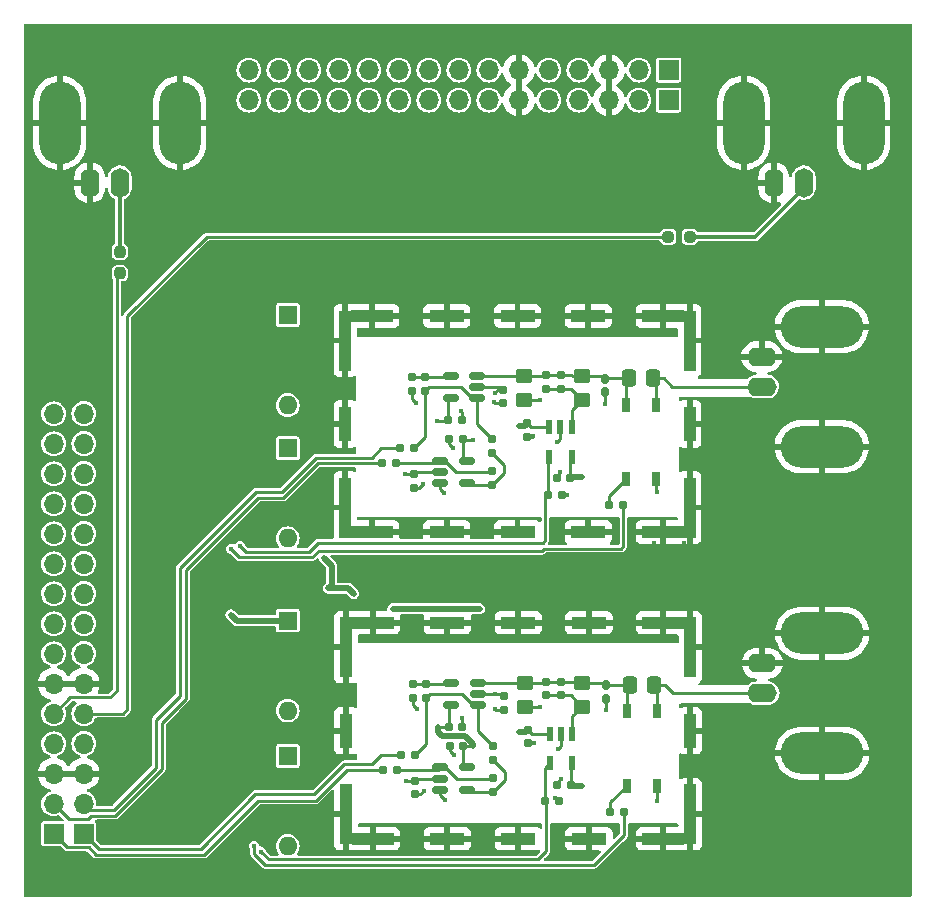
<source format=gtl>
G04 #@! TF.GenerationSoftware,KiCad,Pcbnew,7.0.7*
G04 #@! TF.CreationDate,2023-12-28T09:15:15+02:00*
G04 #@! TF.ProjectId,AD3 Front End Amplifier,41443320-4672-46f6-9e74-20456e642041,rev?*
G04 #@! TF.SameCoordinates,Original*
G04 #@! TF.FileFunction,Copper,L1,Top*
G04 #@! TF.FilePolarity,Positive*
%FSLAX46Y46*%
G04 Gerber Fmt 4.6, Leading zero omitted, Abs format (unit mm)*
G04 Created by KiCad (PCBNEW 7.0.7) date 2023-12-28 09:15:15*
%MOMM*%
%LPD*%
G01*
G04 APERTURE LIST*
G04 Aperture macros list*
%AMRoundRect*
0 Rectangle with rounded corners*
0 $1 Rounding radius*
0 $2 $3 $4 $5 $6 $7 $8 $9 X,Y pos of 4 corners*
0 Add a 4 corners polygon primitive as box body*
4,1,4,$2,$3,$4,$5,$6,$7,$8,$9,$2,$3,0*
0 Add four circle primitives for the rounded corners*
1,1,$1+$1,$2,$3*
1,1,$1+$1,$4,$5*
1,1,$1+$1,$6,$7*
1,1,$1+$1,$8,$9*
0 Add four rect primitives between the rounded corners*
20,1,$1+$1,$2,$3,$4,$5,0*
20,1,$1+$1,$4,$5,$6,$7,0*
20,1,$1+$1,$6,$7,$8,$9,0*
20,1,$1+$1,$8,$9,$2,$3,0*%
G04 Aperture macros list end*
G04 #@! TA.AperFunction,SMDPad,CuDef*
%ADD10RoundRect,0.155000X0.212500X0.155000X-0.212500X0.155000X-0.212500X-0.155000X0.212500X-0.155000X0*%
G04 #@! TD*
G04 #@! TA.AperFunction,ComponentPad*
%ADD11R,1.600000X1.600000*%
G04 #@! TD*
G04 #@! TA.AperFunction,ComponentPad*
%ADD12O,1.600000X1.600000*%
G04 #@! TD*
G04 #@! TA.AperFunction,SMDPad,CuDef*
%ADD13RoundRect,0.250000X-0.450000X0.350000X-0.450000X-0.350000X0.450000X-0.350000X0.450000X0.350000X0*%
G04 #@! TD*
G04 #@! TA.AperFunction,SMDPad,CuDef*
%ADD14R,0.990000X5.140000*%
G04 #@! TD*
G04 #@! TA.AperFunction,SMDPad,CuDef*
%ADD15R,0.990000X3.000000*%
G04 #@! TD*
G04 #@! TA.AperFunction,SMDPad,CuDef*
%ADD16R,3.590000X0.990000*%
G04 #@! TD*
G04 #@! TA.AperFunction,SMDPad,CuDef*
%ADD17R,3.000000X0.990000*%
G04 #@! TD*
G04 #@! TA.AperFunction,SMDPad,CuDef*
%ADD18R,2.990000X0.990000*%
G04 #@! TD*
G04 #@! TA.AperFunction,SMDPad,CuDef*
%ADD19RoundRect,0.160000X-0.197500X-0.160000X0.197500X-0.160000X0.197500X0.160000X-0.197500X0.160000X0*%
G04 #@! TD*
G04 #@! TA.AperFunction,SMDPad,CuDef*
%ADD20RoundRect,0.155000X-0.155000X0.212500X-0.155000X-0.212500X0.155000X-0.212500X0.155000X0.212500X0*%
G04 #@! TD*
G04 #@! TA.AperFunction,ComponentPad*
%ADD21O,1.600000X2.500000*%
G04 #@! TD*
G04 #@! TA.AperFunction,ComponentPad*
%ADD22O,3.500000X7.000000*%
G04 #@! TD*
G04 #@! TA.AperFunction,SMDPad,CuDef*
%ADD23RoundRect,0.160000X0.197500X0.160000X-0.197500X0.160000X-0.197500X-0.160000X0.197500X-0.160000X0*%
G04 #@! TD*
G04 #@! TA.AperFunction,SMDPad,CuDef*
%ADD24RoundRect,0.160000X-0.160000X0.197500X-0.160000X-0.197500X0.160000X-0.197500X0.160000X0.197500X0*%
G04 #@! TD*
G04 #@! TA.AperFunction,SMDPad,CuDef*
%ADD25RoundRect,0.250000X0.337500X0.475000X-0.337500X0.475000X-0.337500X-0.475000X0.337500X-0.475000X0*%
G04 #@! TD*
G04 #@! TA.AperFunction,SMDPad,CuDef*
%ADD26RoundRect,0.150000X-0.512500X-0.150000X0.512500X-0.150000X0.512500X0.150000X-0.512500X0.150000X0*%
G04 #@! TD*
G04 #@! TA.AperFunction,SMDPad,CuDef*
%ADD27RoundRect,0.237500X0.250000X0.237500X-0.250000X0.237500X-0.250000X-0.237500X0.250000X-0.237500X0*%
G04 #@! TD*
G04 #@! TA.AperFunction,ComponentPad*
%ADD28R,1.700000X1.700000*%
G04 #@! TD*
G04 #@! TA.AperFunction,ComponentPad*
%ADD29O,1.700000X1.700000*%
G04 #@! TD*
G04 #@! TA.AperFunction,SMDPad,CuDef*
%ADD30RoundRect,0.160000X0.160000X-0.197500X0.160000X0.197500X-0.160000X0.197500X-0.160000X-0.197500X0*%
G04 #@! TD*
G04 #@! TA.AperFunction,SMDPad,CuDef*
%ADD31RoundRect,0.160000X0.160000X-0.222500X0.160000X0.222500X-0.160000X0.222500X-0.160000X-0.222500X0*%
G04 #@! TD*
G04 #@! TA.AperFunction,SMDPad,CuDef*
%ADD32R,0.600000X1.200000*%
G04 #@! TD*
G04 #@! TA.AperFunction,ComponentPad*
%ADD33O,2.500000X1.600000*%
G04 #@! TD*
G04 #@! TA.AperFunction,ComponentPad*
%ADD34O,7.000000X3.500000*%
G04 #@! TD*
G04 #@! TA.AperFunction,SMDPad,CuDef*
%ADD35RoundRect,0.155000X-0.212500X-0.155000X0.212500X-0.155000X0.212500X0.155000X-0.212500X0.155000X0*%
G04 #@! TD*
G04 #@! TA.AperFunction,SMDPad,CuDef*
%ADD36R,0.800000X1.200000*%
G04 #@! TD*
G04 #@! TA.AperFunction,SMDPad,CuDef*
%ADD37RoundRect,0.150000X0.512500X0.150000X-0.512500X0.150000X-0.512500X-0.150000X0.512500X-0.150000X0*%
G04 #@! TD*
G04 #@! TA.AperFunction,SMDPad,CuDef*
%ADD38RoundRect,0.237500X-0.237500X0.250000X-0.237500X-0.250000X0.237500X-0.250000X0.237500X0.250000X0*%
G04 #@! TD*
G04 #@! TA.AperFunction,ViaPad*
%ADD39C,0.450000*%
G04 #@! TD*
G04 #@! TA.AperFunction,Conductor*
%ADD40C,0.250000*%
G04 #@! TD*
G04 #@! TA.AperFunction,Conductor*
%ADD41C,0.500000*%
G04 #@! TD*
G04 #@! TA.AperFunction,Conductor*
%ADD42C,0.349000*%
G04 #@! TD*
G04 APERTURE END LIST*
D10*
X212433600Y-97906800D03*
X211298600Y-97906800D03*
D11*
X197612000Y-98685500D03*
D12*
X197612000Y-106305500D03*
D13*
X222504000Y-92604800D03*
X222504000Y-94604800D03*
D14*
X202535600Y-115526201D03*
D15*
X202535600Y-122596201D03*
D14*
X202535600Y-129666201D03*
D16*
X204825600Y-131741201D03*
D17*
X211120600Y-131741201D03*
D18*
X217115600Y-131741201D03*
D17*
X223110600Y-131741201D03*
D16*
X229405600Y-131741201D03*
D14*
X231695600Y-129666201D03*
D15*
X231695600Y-122596201D03*
D14*
X231695600Y-115526201D03*
D16*
X229405600Y-113451201D03*
D17*
X223110600Y-113451201D03*
D18*
X217115600Y-113451201D03*
D17*
X211120600Y-113451201D03*
D16*
X204825600Y-113451201D03*
D19*
X219620500Y-102616000D03*
X220815500Y-102616000D03*
D20*
X220726000Y-92529300D03*
X220726000Y-93664300D03*
X208310100Y-100895300D03*
X208310100Y-102030300D03*
D21*
X241300000Y-76200000D03*
D22*
X236220000Y-71120000D03*
D21*
X238760000Y-76200000D03*
D22*
X246380000Y-71120000D03*
D11*
X197612000Y-113284000D03*
D12*
X197612000Y-120904000D03*
D13*
X222504000Y-118563200D03*
X222504000Y-120563200D03*
D20*
X219481400Y-92498100D03*
X219481400Y-93633100D03*
D23*
X206786100Y-99938800D03*
X205591100Y-99938800D03*
D24*
X214964900Y-126569700D03*
X214964900Y-127764700D03*
D25*
X228621500Y-118719200D03*
X226546500Y-118719200D03*
D23*
X208360900Y-124627200D03*
X207165900Y-124627200D03*
D10*
X221522100Y-101208800D03*
X220387100Y-101208800D03*
D23*
X208310100Y-98668800D03*
X207115100Y-98668800D03*
D24*
X209235650Y-92671300D03*
X209235650Y-93866300D03*
D26*
X210474600Y-99750800D03*
X210474600Y-100700800D03*
X210474600Y-101650800D03*
X212749600Y-101650800D03*
X212749600Y-99750800D03*
D20*
X208360900Y-126853700D03*
X208360900Y-127988700D03*
D27*
X231648000Y-80772000D03*
X229823000Y-80772000D03*
D24*
X208219650Y-118643001D03*
X208219650Y-119838001D03*
D26*
X210525400Y-125709200D03*
X210525400Y-126659200D03*
X210525400Y-127609200D03*
X212800400Y-127609200D03*
X212800400Y-125709200D03*
D28*
X180340000Y-131318000D03*
D29*
X180340000Y-128778000D03*
X180340000Y-126238000D03*
X180340000Y-123698000D03*
X180340000Y-121158000D03*
X180340000Y-118618000D03*
X180340000Y-116078000D03*
X180340000Y-113538000D03*
X180340000Y-110998000D03*
X180340000Y-108458000D03*
X180340000Y-105918000D03*
X180340000Y-103378000D03*
X180340000Y-100838000D03*
X180340000Y-98298000D03*
X180340000Y-95758000D03*
D24*
X214914100Y-100611300D03*
X214914100Y-101806300D03*
D30*
X214964900Y-125060200D03*
X214964900Y-123865200D03*
D23*
X206836900Y-125897200D03*
X205641900Y-125897200D03*
D10*
X212484400Y-123865201D03*
X211349400Y-123865201D03*
D20*
X217957400Y-122535701D03*
X217957400Y-123670701D03*
D13*
X217652600Y-92604800D03*
X217652600Y-94604800D03*
D20*
X215890450Y-119675701D03*
X215890450Y-120810701D03*
D31*
X224485200Y-93956600D03*
X224485200Y-92811600D03*
D19*
X224839600Y-103494800D03*
X226034600Y-103494800D03*
D24*
X209286450Y-118629701D03*
X209286450Y-119824701D03*
D28*
X229870000Y-66675000D03*
D29*
X227330000Y-66675000D03*
X224790000Y-66675000D03*
X222250000Y-66675000D03*
X219710000Y-66675000D03*
X217170000Y-66675000D03*
X214630000Y-66675000D03*
X212090000Y-66675000D03*
X209550000Y-66675000D03*
X207010000Y-66675000D03*
X204470000Y-66675000D03*
X201930000Y-66675000D03*
X199390000Y-66675000D03*
X196850000Y-66675000D03*
X194310000Y-66675000D03*
D24*
X208168850Y-92684600D03*
X208168850Y-93879600D03*
D20*
X215839650Y-93717300D03*
X215839650Y-94852300D03*
X217906600Y-96577300D03*
X217906600Y-97712300D03*
D11*
X197612000Y-87418500D03*
D12*
X197612000Y-95038500D03*
D19*
X224890401Y-129453200D03*
X226085401Y-129453200D03*
D13*
X217703400Y-118563201D03*
X217703400Y-120563201D03*
D32*
X221701400Y-122869200D03*
X220751400Y-122869200D03*
X219801400Y-122869200D03*
X219801400Y-125369200D03*
X221701400Y-125369200D03*
D33*
X237794800Y-119430400D03*
D34*
X242874800Y-114350400D03*
D33*
X237794800Y-116890400D03*
D34*
X242874800Y-124510400D03*
D31*
X224536000Y-119915000D03*
X224536000Y-118770000D03*
D20*
X219456000Y-118487700D03*
X219456000Y-119622700D03*
D21*
X183388000Y-76200000D03*
D22*
X178308000Y-71120000D03*
D21*
X180848000Y-76200000D03*
D22*
X188468000Y-71120000D03*
D35*
X211208150Y-96316800D03*
X212343150Y-96316800D03*
D36*
X226314000Y-127254000D03*
X228854000Y-127254000D03*
X228854000Y-120954000D03*
X226314000Y-120954000D03*
D25*
X228570700Y-92760800D03*
X226495700Y-92760800D03*
D35*
X211258950Y-122275201D03*
X212393950Y-122275201D03*
D14*
X202484800Y-89567800D03*
D15*
X202484800Y-96637800D03*
D14*
X202484800Y-103707800D03*
D16*
X204774800Y-105782800D03*
D17*
X211069800Y-105782800D03*
D18*
X217064800Y-105782800D03*
D17*
X223059800Y-105782800D03*
D16*
X229354800Y-105782800D03*
D14*
X231644800Y-103707800D03*
D15*
X231644800Y-96637800D03*
D14*
X231644800Y-89567800D03*
D16*
X229354800Y-87492800D03*
D17*
X223059800Y-87492800D03*
D18*
X217064800Y-87492800D03*
D17*
X211069800Y-87492800D03*
D16*
X204774800Y-87492800D03*
D28*
X177793200Y-131328000D03*
D29*
X177793200Y-128788000D03*
X177793200Y-126248000D03*
X177793200Y-123708000D03*
X177793200Y-121168000D03*
X177793200Y-118628000D03*
X177793200Y-116088000D03*
X177793200Y-113548000D03*
X177793200Y-111008000D03*
X177793200Y-108468000D03*
X177793200Y-105928000D03*
X177793200Y-103388000D03*
X177793200Y-100848000D03*
X177793200Y-98308000D03*
X177793200Y-95768000D03*
D28*
X229870000Y-69215500D03*
D29*
X227330000Y-69215500D03*
X224790000Y-69215500D03*
X222250000Y-69215500D03*
X219710000Y-69215500D03*
X217170000Y-69215500D03*
X214630000Y-69215500D03*
X212090000Y-69215500D03*
X209550000Y-69215500D03*
X207010000Y-69215500D03*
X204470000Y-69215500D03*
X201930000Y-69215500D03*
X199390000Y-69215500D03*
X196850000Y-69215500D03*
X194310000Y-69215500D03*
D20*
X220726000Y-118487700D03*
X220726000Y-119622700D03*
D33*
X237744000Y-93472000D03*
D34*
X242824000Y-88392000D03*
D33*
X237744000Y-90932000D03*
D34*
X242824000Y-98552000D03*
D37*
X213675150Y-94472800D03*
X213675150Y-93522800D03*
X213675150Y-92572800D03*
X211400150Y-92572800D03*
X211400150Y-94472800D03*
D36*
X226263200Y-101295600D03*
X228803200Y-101295600D03*
X228803200Y-94995600D03*
X226263200Y-94995600D03*
D11*
X197612000Y-124756500D03*
D12*
X197612000Y-132376500D03*
D19*
X219366500Y-128524000D03*
X220561500Y-128524000D03*
D37*
X213725950Y-120431201D03*
X213725950Y-119481201D03*
X213725950Y-118531201D03*
X211450950Y-118531201D03*
X211450950Y-120431201D03*
D38*
X183388000Y-82042000D03*
X183388000Y-83867000D03*
D30*
X214914100Y-99101800D03*
X214914100Y-97906800D03*
D10*
X221572900Y-127167200D03*
X220437900Y-127167200D03*
D32*
X221650600Y-96910800D03*
X220700600Y-96910800D03*
X219750600Y-96910800D03*
X219750600Y-99410800D03*
X221650600Y-99410800D03*
D39*
X202438000Y-101869200D03*
X237490000Y-100076000D03*
X190500000Y-134620000D03*
X231698800Y-122112600D03*
X202488800Y-115127600D03*
X218989400Y-120579200D03*
X224790000Y-107950000D03*
X214630000Y-85344000D03*
X222173800Y-131637600D03*
X221361000Y-83820000D03*
X242570000Y-91694000D03*
X188722000Y-131572000D03*
X200660000Y-109474000D03*
X203835000Y-109728000D03*
X234950000Y-77470000D03*
X231698800Y-114492600D03*
X240411000Y-83820000D03*
X241300000Y-82296000D03*
X222173800Y-131637600D03*
X236220000Y-76200000D03*
X229717600Y-87492800D03*
X200914000Y-132334000D03*
X210667600Y-87492800D03*
X200914000Y-92202000D03*
X232410000Y-76200000D03*
X234950000Y-122936000D03*
X191516000Y-118872000D03*
X206222600Y-87492800D03*
X240030000Y-135890000D03*
X245110000Y-107950000D03*
X201930000Y-78740000D03*
X245110000Y-105156000D03*
X240030000Y-94742000D03*
X218465400Y-123611200D03*
X185420000Y-134620000D03*
X228473000Y-105679200D03*
X236220000Y-129286000D03*
X247650000Y-117094000D03*
X179070000Y-88900000D03*
X217652600Y-87492800D03*
X244094000Y-80772000D03*
X202438000Y-90439200D03*
X202438000Y-90439200D03*
X213360000Y-72390000D03*
X209550000Y-76200000D03*
X194564000Y-115062000D03*
X234696000Y-83820000D03*
X231063800Y-131637600D03*
X219456000Y-83820000D03*
X231698800Y-123382600D03*
X202412600Y-87492800D03*
X233680000Y-114554000D03*
X236220000Y-134620000D03*
X205003400Y-113451200D03*
X220497400Y-124119200D03*
X224790000Y-76200000D03*
X243840000Y-103886000D03*
X231698800Y-128462600D03*
X193040000Y-87630000D03*
X228854000Y-102362000D03*
X214630000Y-135890000D03*
X200914000Y-130810000D03*
X231013000Y-105679200D03*
X185420000Y-121412000D03*
X235585000Y-85344000D03*
X229870000Y-110744000D03*
X196850000Y-135890000D03*
X220751400Y-126659200D03*
X218440000Y-82296000D03*
X179070000Y-135890000D03*
X239395000Y-82296000D03*
X233680000Y-85344000D03*
X231648000Y-102504200D03*
X187706000Y-116840000D03*
X246380000Y-78740000D03*
X234950000Y-125730000D03*
X204470000Y-135890000D03*
X191516000Y-116332000D03*
X246380000Y-103886000D03*
X246126000Y-83820000D03*
X242570000Y-110744000D03*
X233680000Y-106680000D03*
X202488800Y-115127600D03*
X214630000Y-78740000D03*
X231648000Y-105044200D03*
X236220000Y-109220000D03*
X233680000Y-109220000D03*
X222504000Y-107950000D03*
X215646000Y-83820000D03*
X245745000Y-77470000D03*
X240284000Y-80772000D03*
X242570000Y-94742000D03*
X186690000Y-133858000D03*
X202488800Y-129097600D03*
X246380000Y-76200000D03*
X247650000Y-77470000D03*
X239395000Y-85344000D03*
X220700600Y-100700800D03*
X219710000Y-77470000D03*
X218414600Y-97652800D03*
X231648000Y-96154200D03*
X246380000Y-118618000D03*
X219710000Y-135890000D03*
X204978000Y-105679200D03*
X205003400Y-113451200D03*
X224485200Y-94908100D03*
X233680000Y-129540000D03*
X237490000Y-125730000D03*
X222250000Y-78740000D03*
X191262000Y-130556000D03*
X246380000Y-93218000D03*
X234950000Y-100076000D03*
X231648000Y-105044200D03*
X202488800Y-127827600D03*
X210820000Y-85344000D03*
X206298800Y-131637600D03*
X246380000Y-121412000D03*
X223443800Y-131637600D03*
X217703400Y-113451200D03*
X233680000Y-96012000D03*
X219964000Y-110744000D03*
X216535000Y-78740000D03*
X211963000Y-105679200D03*
X230987600Y-87492800D03*
X186690000Y-120396000D03*
X204470000Y-78740000D03*
X189230000Y-135890000D03*
X228600000Y-76200000D03*
X228600000Y-134620000D03*
X217170000Y-135890000D03*
X206248000Y-105679200D03*
X245110000Y-128016000D03*
X243840000Y-96012000D03*
X217805000Y-77470000D03*
X223443800Y-131637600D03*
X238760000Y-106680000D03*
X195580000Y-85090000D03*
X191008000Y-133858000D03*
X243840000Y-118618000D03*
X236220000Y-96012000D03*
X222885000Y-76200000D03*
X217703400Y-113451200D03*
X224485200Y-94908100D03*
X242570000Y-120142000D03*
X202438000Y-89169200D03*
X215128450Y-120751200D03*
X231038400Y-113451200D03*
X243840000Y-109220000D03*
X231648000Y-103774200D03*
X242570000Y-128016000D03*
X211836000Y-83820000D03*
X237490000Y-105156000D03*
X229870000Y-107950000D03*
X236220000Y-121412000D03*
X240030000Y-110744000D03*
X227965000Y-78740000D03*
X209550000Y-135890000D03*
X202488800Y-130367600D03*
X180340000Y-83820000D03*
X222250000Y-85344000D03*
X210693000Y-105679200D03*
X247650000Y-107950000D03*
X246380000Y-101346000D03*
X215900000Y-109220000D03*
X234950000Y-102616000D03*
X247142000Y-82296000D03*
X240030000Y-91694000D03*
X176530000Y-85090000D03*
X241300000Y-129286000D03*
X229743000Y-105679200D03*
X230886000Y-83820000D03*
X203733400Y-113451200D03*
X243205000Y-85344000D03*
X247650000Y-135890000D03*
X222250000Y-135890000D03*
X241300000Y-109220000D03*
X237490000Y-128016000D03*
X224790000Y-135890000D03*
X203682600Y-87492800D03*
X236601000Y-83820000D03*
X187706000Y-111760000D03*
X227330000Y-77470000D03*
X211662900Y-124627200D03*
X224155000Y-78740000D03*
X222250000Y-82296000D03*
X186690000Y-135890000D03*
X195707000Y-109474000D03*
X234950000Y-116078000D03*
X220980000Y-109220000D03*
X238760000Y-121412000D03*
X237490000Y-133350000D03*
X233680000Y-124460000D03*
X202488800Y-123382600D03*
X231063800Y-131637600D03*
X202488800Y-123382600D03*
X231648000Y-97424200D03*
X241300000Y-106680000D03*
X186690000Y-129540000D03*
X191516000Y-112268000D03*
X183134000Y-127508000D03*
X220345000Y-78740000D03*
X237490000Y-135890000D03*
X179070000Y-82550000D03*
X233045000Y-77470000D03*
X228981000Y-83820000D03*
X243840000Y-121412000D03*
X183896000Y-126746000D03*
X217424000Y-110744000D03*
X238760000Y-103886000D03*
X223520000Y-77470000D03*
X202488800Y-129097600D03*
X231775000Y-78740000D03*
X213741000Y-83820000D03*
X196088000Y-127254000D03*
X209122900Y-127675200D03*
X222123000Y-105679200D03*
X229743000Y-105679200D03*
X191770000Y-135890000D03*
X203758800Y-131637600D03*
X200914000Y-120396000D03*
X233680000Y-103886000D03*
X234950000Y-133350000D03*
X210743800Y-131637600D03*
X238760000Y-129286000D03*
X233680000Y-91186000D03*
X227076000Y-83820000D03*
X233680000Y-117348000D03*
X215900000Y-77470000D03*
X234950000Y-107950000D03*
X208499050Y-94818200D03*
X241300000Y-134620000D03*
X243840000Y-101346000D03*
X224155000Y-85344000D03*
X233680000Y-82296000D03*
X231648000Y-88534200D03*
X224536000Y-120866500D03*
X203708000Y-105679200D03*
X212013800Y-131637600D03*
X218440000Y-85344000D03*
X245110000Y-133350000D03*
X229768400Y-113451200D03*
X234950000Y-113284000D03*
X209550000Y-78740000D03*
X234950000Y-94742000D03*
X246380000Y-134620000D03*
X231698800Y-115762600D03*
X202488800Y-116397600D03*
X194056000Y-130810000D03*
X201930000Y-135890000D03*
X184150000Y-133858000D03*
X186690000Y-128270000D03*
X211937600Y-87492800D03*
X234315000Y-76200000D03*
X237490000Y-110744000D03*
X205028800Y-131637600D03*
X245110000Y-120142000D03*
X231698800Y-115762600D03*
X208549850Y-120776600D03*
X207010000Y-78740000D03*
X186690000Y-113030000D03*
X231698800Y-117032600D03*
X215900000Y-72390000D03*
X234696000Y-86868000D03*
X215077650Y-94792800D03*
X191516000Y-117602000D03*
X192278000Y-129540000D03*
X231698800Y-114492600D03*
X231140000Y-106680000D03*
X231140000Y-77470000D03*
X242570000Y-105156000D03*
X185166000Y-131572000D03*
X191770000Y-115062000D03*
X230505000Y-76200000D03*
X214630000Y-82296000D03*
X213360000Y-74930000D03*
X212334450Y-121513200D03*
X200914000Y-105410000D03*
X240030000Y-105156000D03*
X236220000Y-132080000D03*
X218989400Y-120579200D03*
X202438000Y-103139200D03*
X202488800Y-117667600D03*
X243840000Y-93218000D03*
X187960000Y-127000000D03*
X202438000Y-97424200D03*
X241300000Y-121412000D03*
X210820000Y-77470000D03*
X177800000Y-81280000D03*
X245110000Y-117094000D03*
X220345000Y-82296000D03*
X243205000Y-82296000D03*
X223418400Y-113451200D03*
X241300000Y-96012000D03*
X220218000Y-128270000D03*
X204952600Y-87492800D03*
X206248000Y-105679200D03*
X217678000Y-105679200D03*
X212725000Y-82296000D03*
X231775000Y-82296000D03*
X242570000Y-130810000D03*
X226060000Y-109220000D03*
X210743800Y-131637600D03*
X204470000Y-86106000D03*
X205740000Y-82550000D03*
X213106000Y-109220000D03*
X241300000Y-132080000D03*
X247650000Y-130810000D03*
X193040000Y-131826000D03*
X200914000Y-121920000D03*
X193040000Y-134620000D03*
X223266000Y-83820000D03*
X183134000Y-125984000D03*
X211963000Y-105679200D03*
X182880000Y-134620000D03*
X202438000Y-104409200D03*
X217652600Y-87492800D03*
X229717600Y-87492800D03*
X216433400Y-113451200D03*
X233680000Y-112014000D03*
X211836000Y-110744000D03*
X202412600Y-87492800D03*
X237490000Y-102616000D03*
X200914000Y-94996000D03*
X231698800Y-129732600D03*
X231648000Y-102504200D03*
X224536000Y-120866500D03*
X234950000Y-110744000D03*
X180340000Y-134620000D03*
X236220000Y-106680000D03*
X231013000Y-105679200D03*
X237490000Y-97282000D03*
X237490000Y-85344000D03*
X200914000Y-98044000D03*
X222504000Y-110744000D03*
X202488800Y-127827600D03*
X211612100Y-98668800D03*
X226060000Y-78740000D03*
X193294000Y-128524000D03*
X226695000Y-76200000D03*
X177800000Y-83820000D03*
X242570000Y-107950000D03*
X231038400Y-113451200D03*
X215128450Y-120751200D03*
X237490000Y-82296000D03*
X231698800Y-129732600D03*
X200914000Y-123444000D03*
X222097600Y-87492800D03*
X186944000Y-131572000D03*
X199390000Y-135890000D03*
X232410000Y-107950000D03*
X246380000Y-132080000D03*
X233680000Y-101346000D03*
X207772000Y-86106000D03*
X202463400Y-113451200D03*
X202488800Y-117667600D03*
X247650000Y-133350000D03*
X229870000Y-135890000D03*
X215077650Y-94792800D03*
X232410000Y-110744000D03*
X210820000Y-82296000D03*
X179070000Y-85090000D03*
X236220000Y-103886000D03*
X228473000Y-105679200D03*
X212283650Y-95554800D03*
X240030000Y-128016000D03*
X231775000Y-85344000D03*
X231698800Y-117032600D03*
X243840000Y-106680000D03*
X242316000Y-83820000D03*
X202438000Y-101869200D03*
X202488800Y-116397600D03*
X231140000Y-109220000D03*
X176530000Y-92710000D03*
X238760000Y-132080000D03*
X234950000Y-105156000D03*
X176530000Y-87630000D03*
X234950000Y-97282000D03*
X186690000Y-115570000D03*
X184150000Y-135890000D03*
X233680000Y-78740000D03*
X202488800Y-122112600D03*
X217678000Y-105679200D03*
X245110000Y-130810000D03*
X214630000Y-73660000D03*
X209296000Y-110744000D03*
X240030000Y-102616000D03*
X236220000Y-124460000D03*
X226060000Y-82296000D03*
X227965000Y-82296000D03*
X234950000Y-135890000D03*
X221615000Y-77470000D03*
X186690000Y-118110000D03*
X216535000Y-85344000D03*
X228498400Y-113451200D03*
X210820000Y-74930000D03*
X200914000Y-86106000D03*
X227330000Y-107950000D03*
X206273400Y-113451200D03*
X228600000Y-109220000D03*
X206298800Y-131637600D03*
X233680000Y-88138000D03*
X237490000Y-107950000D03*
X211836000Y-109220000D03*
X231648000Y-89804200D03*
X238760000Y-101346000D03*
X205962500Y-109601000D03*
X220980000Y-76200000D03*
X200914000Y-124968000D03*
X247650000Y-120142000D03*
X222123000Y-105679200D03*
X237490000Y-130810000D03*
X238760000Y-126746000D03*
X200914000Y-102870000D03*
X202692000Y-86106000D03*
X200914000Y-87630000D03*
X196850000Y-83820000D03*
X202438000Y-103139200D03*
X238760000Y-109220000D03*
X209804000Y-83820000D03*
X202438000Y-105679200D03*
X216382600Y-87492800D03*
X241300000Y-93218000D03*
X231648000Y-91074200D03*
X231698800Y-128462600D03*
X217551000Y-83820000D03*
X241300000Y-85344000D03*
X181610000Y-135890000D03*
X247650000Y-91694000D03*
X234696000Y-89916000D03*
X187706000Y-119380000D03*
X217728800Y-131637600D03*
X191516000Y-109728000D03*
X242570000Y-117094000D03*
X240030000Y-133350000D03*
X242570000Y-133350000D03*
X231648000Y-97424200D03*
X243840000Y-132080000D03*
X245110000Y-110744000D03*
X203200000Y-82550000D03*
X228600000Y-106680000D03*
X213868000Y-110744000D03*
X224155000Y-82296000D03*
X212283650Y-95554800D03*
X183388000Y-130556000D03*
X222148400Y-113451200D03*
X202438000Y-97424200D03*
X222097600Y-87492800D03*
X216458800Y-131637600D03*
X233680000Y-134620000D03*
X211937600Y-87492800D03*
X205740000Y-77470000D03*
X219075000Y-76200000D03*
X241300000Y-103886000D03*
X210850100Y-102478800D03*
X243840000Y-129286000D03*
X210718400Y-113451200D03*
X220446600Y-98160800D03*
X247650000Y-94742000D03*
X218440000Y-78740000D03*
X233680000Y-121412000D03*
X235585000Y-82296000D03*
X200914000Y-96520000D03*
X236220000Y-127000000D03*
X240030000Y-107950000D03*
X209122900Y-127675200D03*
X214630000Y-71120000D03*
X222148400Y-113451200D03*
X234950000Y-130810000D03*
X212334450Y-121513200D03*
X202438000Y-96154200D03*
X185420000Y-116840000D03*
X228854000Y-128524000D03*
X176530000Y-80010000D03*
X216458800Y-131637600D03*
X228523800Y-131637600D03*
X223418400Y-113451200D03*
X221234000Y-102616000D03*
X232791000Y-83820000D03*
X191516000Y-108458000D03*
X226060000Y-85344000D03*
X245110000Y-82296000D03*
X187960000Y-134620000D03*
X238506000Y-83820000D03*
X228447600Y-87492800D03*
X220345000Y-85344000D03*
X241300000Y-118618000D03*
X229793800Y-131637600D03*
X179070000Y-80010000D03*
X176530000Y-82550000D03*
X229870000Y-78740000D03*
X210718400Y-113451200D03*
X232410000Y-135890000D03*
X226060000Y-134620000D03*
X209072100Y-101716800D03*
X202488800Y-131637600D03*
X223393000Y-105679200D03*
X230987600Y-87492800D03*
X237490000Y-122936000D03*
X203200000Y-77470000D03*
X198120000Y-82550000D03*
X229768400Y-113451200D03*
X203708000Y-105679200D03*
X203733400Y-113451200D03*
X236220000Y-101346000D03*
X203758800Y-131637600D03*
X247650000Y-110490000D03*
X218938600Y-94620800D03*
X231648000Y-103774200D03*
X208788000Y-85344000D03*
X209072100Y-101716800D03*
X206273400Y-113451200D03*
X218440000Y-109220000D03*
X231648000Y-96154200D03*
X231648000Y-88534200D03*
X212090000Y-73660000D03*
X194310000Y-86360000D03*
X190500000Y-90170000D03*
X223520000Y-109220000D03*
X200660000Y-82550000D03*
X212725000Y-85344000D03*
X189230000Y-133858000D03*
X185928000Y-130556000D03*
X217170000Y-76200000D03*
X183388000Y-131572000D03*
X216535000Y-82296000D03*
X211988400Y-113451200D03*
X231648000Y-89804200D03*
X190246000Y-131572000D03*
X223367600Y-87492800D03*
X208534000Y-108712000D03*
X245110000Y-102616000D03*
X228523800Y-131637600D03*
X207010000Y-135890000D03*
X211612100Y-98668800D03*
X210693000Y-105679200D03*
X236220000Y-98806000D03*
X229870000Y-85344000D03*
X231140000Y-134620000D03*
X245110000Y-135890000D03*
X202488800Y-122112600D03*
X223393000Y-105679200D03*
X225171000Y-83820000D03*
X210850100Y-102478800D03*
X197993000Y-109474000D03*
X200914000Y-104140000D03*
X231698800Y-123382600D03*
X229235000Y-77470000D03*
X210900900Y-128437200D03*
X204952600Y-87492800D03*
X200914000Y-89154000D03*
X238760000Y-96012000D03*
X191516000Y-113538000D03*
X234950000Y-128270000D03*
X241300000Y-101346000D03*
X240030000Y-130810000D03*
X212090000Y-135890000D03*
X205028800Y-131637600D03*
X208499050Y-94818200D03*
X217728800Y-131637600D03*
X231698800Y-131002600D03*
X185420000Y-114300000D03*
X200914000Y-129286000D03*
X244221000Y-83820000D03*
X208549850Y-120776600D03*
X212013800Y-131637600D03*
X191516000Y-110998000D03*
X204978000Y-105679200D03*
X233680000Y-132080000D03*
X216408000Y-105679200D03*
X218938600Y-94620800D03*
X185420000Y-119380000D03*
X246380000Y-109220000D03*
X187706000Y-114300000D03*
X227330000Y-135890000D03*
X229793800Y-131637600D03*
X206222600Y-87492800D03*
X231698800Y-122112600D03*
X202438000Y-104409200D03*
X202463400Y-113451200D03*
X202488800Y-130367600D03*
X177800000Y-134620000D03*
X225425000Y-77470000D03*
X231648000Y-91074200D03*
X242189000Y-80772000D03*
X191770000Y-119888000D03*
X192024000Y-132842000D03*
X202438000Y-89169200D03*
X202438000Y-96154200D03*
X180340000Y-81280000D03*
X211988400Y-113451200D03*
X247650000Y-128016000D03*
X233680000Y-98806000D03*
X242570000Y-135890000D03*
X206248000Y-86106000D03*
X210667600Y-87492800D03*
X191770000Y-88900000D03*
X185420000Y-129540000D03*
X179070000Y-91440000D03*
X212090000Y-76200000D03*
X200914000Y-90678000D03*
X194310000Y-135890000D03*
X202438000Y-91709200D03*
X238760000Y-134620000D03*
X202438000Y-105679200D03*
X227965000Y-85344000D03*
X210900900Y-128437200D03*
X196088000Y-129286000D03*
X242570000Y-102616000D03*
X216408000Y-105679200D03*
X229870000Y-82296000D03*
X246380000Y-129286000D03*
X176530000Y-90170000D03*
X228498400Y-113451200D03*
X247269000Y-85344000D03*
X184658000Y-125984000D03*
X199898000Y-129286000D03*
X245110000Y-91694000D03*
X231698800Y-131002600D03*
X203682600Y-87492800D03*
X216433400Y-113451200D03*
X246126000Y-80772000D03*
X184404000Y-130556000D03*
X228447600Y-87492800D03*
X243840000Y-77470000D03*
X223367600Y-87492800D03*
X217170000Y-71120000D03*
X246380000Y-106680000D03*
X243840000Y-134620000D03*
X202438000Y-91709200D03*
X187960000Y-128270000D03*
X224790000Y-110744000D03*
X194564000Y-119888000D03*
X219964000Y-107950000D03*
X211662900Y-124627200D03*
X245110000Y-94742000D03*
X216382600Y-87492800D03*
X202488800Y-131637600D03*
X245110000Y-85344000D03*
X208280000Y-77470000D03*
X246380000Y-96012000D03*
X233680000Y-126746000D03*
X227330000Y-110744000D03*
X206502000Y-112268000D03*
X213868000Y-112268000D03*
X217170000Y-96774000D03*
X217170000Y-122682000D03*
X222504000Y-127254000D03*
X222504000Y-101092000D03*
X192786000Y-112776000D03*
X195326000Y-132842000D03*
X213323450Y-123916000D03*
X210261200Y-96367600D03*
X200660000Y-107950000D03*
X203200000Y-110998000D03*
X213272650Y-97957600D03*
X201041000Y-110549500D03*
X210312000Y-122326000D03*
X207608450Y-126837000D03*
X215138000Y-119481200D03*
X207557650Y-100878600D03*
X215138000Y-93980000D03*
X193548000Y-106934000D03*
X194776500Y-132334000D03*
X192786000Y-107188000D03*
D40*
X210525400Y-128061700D02*
X210900900Y-128437200D01*
X212393950Y-122275200D02*
X212393950Y-121572700D01*
X210525400Y-127609200D02*
X210525400Y-128061700D01*
X208168850Y-94488000D02*
X208499050Y-94818200D01*
X217668600Y-94604800D02*
X218922600Y-94604800D01*
X209072100Y-101716800D02*
X208758600Y-102030300D01*
X218973400Y-120563200D02*
X218989400Y-120579200D01*
X211349400Y-124313700D02*
X211662900Y-124627200D01*
X212343150Y-96316800D02*
X212343150Y-95614300D01*
X215890450Y-120810700D02*
X215187950Y-120810700D01*
X209122900Y-127675200D02*
X208809400Y-127988700D01*
X209072100Y-101716800D02*
X208758600Y-102030300D01*
X217957400Y-123670700D02*
X218405900Y-123670700D01*
X208758600Y-102030300D02*
X208310100Y-102030300D01*
X211298600Y-98160800D02*
X211298600Y-98355300D01*
X210474600Y-101650800D02*
X210474600Y-102103300D01*
X228803200Y-101295600D02*
X228803200Y-102311200D01*
X208219650Y-120446400D02*
X208549850Y-120776600D01*
X208809400Y-127988700D02*
X208360900Y-127988700D01*
X210474600Y-102103300D02*
X210850100Y-102478800D01*
X217668600Y-94604800D02*
X218922600Y-94604800D01*
X211298600Y-98160800D02*
X211298600Y-98355300D01*
X208219650Y-119838000D02*
X208219650Y-120446400D01*
X224536000Y-119915000D02*
X224536000Y-120866500D01*
X208168850Y-94488000D02*
X208499050Y-94818200D01*
X220815500Y-102616000D02*
X221234000Y-102616000D01*
X217719400Y-120563200D02*
X218973400Y-120563200D01*
X218355100Y-97712300D02*
X218414600Y-97652800D01*
X218922600Y-94604800D02*
X218938600Y-94620800D01*
X208219650Y-120446400D02*
X208549850Y-120776600D01*
X210525400Y-127609200D02*
X210525400Y-128061700D01*
X208809400Y-127988700D02*
X208360900Y-127988700D01*
X220751400Y-122869200D02*
X220751400Y-123865200D01*
X220437900Y-127167200D02*
X220437900Y-126972700D01*
X212343150Y-95614300D02*
X212283650Y-95554800D01*
X215890450Y-120810700D02*
X215187950Y-120810700D01*
X208168850Y-93879600D02*
X208168850Y-94488000D01*
X218973400Y-120563200D02*
X218989400Y-120579200D01*
X211349400Y-124119200D02*
X211349400Y-124313700D01*
X212393950Y-121572700D02*
X212334450Y-121513200D01*
X211298600Y-98355300D02*
X211612100Y-98668800D01*
X224485200Y-93956600D02*
X224485200Y-94908100D01*
X218405900Y-123670700D02*
X218465400Y-123611200D01*
X224485200Y-93956600D02*
X224485200Y-94908100D01*
X220472000Y-128524000D02*
X220218000Y-128270000D01*
X215187950Y-120810700D02*
X215128450Y-120751200D01*
X210474600Y-102103300D02*
X210850100Y-102478800D01*
X224536000Y-119915000D02*
X224536000Y-120866500D01*
X220387100Y-101208800D02*
X220387100Y-101014300D01*
X208219650Y-119838000D02*
X208219650Y-120446400D01*
X212393950Y-122275200D02*
X212393950Y-121572700D01*
X211349400Y-124313700D02*
X211662900Y-124627200D01*
X215187950Y-120810700D02*
X215128450Y-120751200D01*
X218922600Y-94604800D02*
X218938600Y-94620800D01*
X212343150Y-96316800D02*
X212343150Y-95614300D01*
X208758600Y-102030300D02*
X208310100Y-102030300D01*
X208168850Y-93879600D02*
X208168850Y-94488000D01*
X212343150Y-95614300D02*
X212283650Y-95554800D01*
X215137150Y-94852300D02*
X215077650Y-94792800D01*
X217719400Y-120563200D02*
X218973400Y-120563200D01*
X220751400Y-123865200D02*
X220497400Y-124119200D01*
X220561500Y-128524000D02*
X220472000Y-128524000D01*
X215839650Y-94852300D02*
X215137150Y-94852300D01*
X228854000Y-127254000D02*
X228854000Y-128524000D01*
X212393950Y-121572700D02*
X212334450Y-121513200D01*
X220387100Y-101014300D02*
X220700600Y-100700800D01*
X209122900Y-127675200D02*
X208809400Y-127988700D01*
X228803200Y-102311200D02*
X228854000Y-102362000D01*
X210474600Y-101650800D02*
X210474600Y-102103300D01*
X215137150Y-94852300D02*
X215077650Y-94792800D01*
X217906600Y-97712300D02*
X218355100Y-97712300D01*
X220700600Y-97906800D02*
X220446600Y-98160800D01*
X211298600Y-98355300D02*
X211612100Y-98668800D01*
X220700600Y-96910800D02*
X220700600Y-97906800D01*
X215839650Y-94852300D02*
X215137150Y-94852300D01*
X211349400Y-124119200D02*
X211349400Y-124313700D01*
X220437900Y-126972700D02*
X220751400Y-126659200D01*
X210525400Y-128061700D02*
X210900900Y-128437200D01*
D41*
X217709900Y-96774000D02*
X217906600Y-96577300D01*
X206502000Y-112268000D02*
X213868000Y-112268000D01*
X217811101Y-122682000D02*
X217957400Y-122535701D01*
D40*
X219801400Y-122869200D02*
X218290900Y-122869200D01*
X218240100Y-96910800D02*
X217906600Y-96577300D01*
X218290900Y-122869200D02*
X217957400Y-122535700D01*
X219750600Y-96910800D02*
X218240100Y-96910800D01*
D41*
X217170000Y-96774000D02*
X217709900Y-96774000D01*
X217170000Y-122682000D02*
X217811101Y-122682000D01*
D40*
X221572900Y-127167200D02*
X221572900Y-125497700D01*
D41*
X221659700Y-127254000D02*
X221572900Y-127167200D01*
X221638900Y-101092000D02*
X221522100Y-101208800D01*
X192786000Y-112776000D02*
X193294000Y-113284000D01*
X193294000Y-113284000D02*
X197612000Y-113284000D01*
D40*
X221572900Y-125497700D02*
X221701400Y-125369200D01*
D41*
X222504000Y-101092000D02*
X221638900Y-101092000D01*
X222504000Y-127254000D02*
X221659700Y-127254000D01*
D40*
X221522100Y-101208800D02*
X221522100Y-99539300D01*
X221522100Y-99539300D02*
X221650600Y-99410800D01*
X219366500Y-125804100D02*
X219366500Y-128524000D01*
X219481400Y-132816600D02*
X219481400Y-128638900D01*
X218796500Y-133501500D02*
X219481400Y-132816600D01*
X195985500Y-133501500D02*
X218796500Y-133501500D01*
X195326000Y-132842000D02*
X195985500Y-133501500D01*
X219481400Y-128638900D02*
X219366500Y-128524000D01*
X219801400Y-125369200D02*
X219366500Y-125804100D01*
X220650500Y-118563200D02*
X220726000Y-118487700D01*
X226314000Y-118951700D02*
X226546500Y-118719200D01*
X224471500Y-118834500D02*
X224536000Y-118770000D01*
X224471500Y-118834500D02*
X224536000Y-118770000D01*
X213725950Y-118531200D02*
X219412500Y-118531200D01*
X224536000Y-118770000D02*
X224329200Y-118563200D01*
X220726000Y-118487700D02*
X222428500Y-118487700D01*
X226546500Y-118719200D02*
X224586800Y-118719200D01*
X219412500Y-118531200D02*
X219456000Y-118487700D01*
X224329200Y-118563200D02*
X222504000Y-118563200D01*
X219456000Y-118487700D02*
X220726000Y-118487700D01*
X224586800Y-118719200D02*
X224536000Y-118770000D01*
X222428500Y-118487700D02*
X222504000Y-118563200D01*
X226314000Y-120954000D02*
X226314000Y-118951700D01*
X211208150Y-96316800D02*
X211208150Y-94664800D01*
X213323450Y-123916000D02*
X212535200Y-123916000D01*
X211258950Y-122275200D02*
X211258950Y-120623200D01*
X211208150Y-94664800D02*
X211400150Y-94472800D01*
D41*
X202751500Y-110549500D02*
X203200000Y-110998000D01*
D40*
X211208150Y-122326000D02*
X211258950Y-122275200D01*
X212535200Y-123916000D02*
X212484400Y-123865200D01*
D41*
X212598000Y-123035201D02*
X213323450Y-123760651D01*
X213323450Y-123760651D02*
X213323450Y-123916000D01*
X210312000Y-122682000D02*
X210665201Y-123035201D01*
D40*
X211208150Y-96316800D02*
X211208150Y-94664800D01*
X213272650Y-97957600D02*
X212484400Y-97957600D01*
D41*
X201335000Y-108625000D02*
X201335000Y-110255500D01*
X200660000Y-107950000D02*
X201335000Y-108625000D01*
D40*
X210312000Y-122326000D02*
X211208150Y-122326000D01*
X211258950Y-122275200D02*
X211258950Y-120623200D01*
X212484400Y-124119200D02*
X212484400Y-125393200D01*
X212433600Y-98160800D02*
X212433600Y-99434800D01*
X210261200Y-96367600D02*
X211157350Y-96367600D01*
X212484400Y-125393200D02*
X212800400Y-125709200D01*
D41*
X210312000Y-122326000D02*
X210312000Y-122682000D01*
D40*
X212433600Y-99434800D02*
X212749600Y-99750800D01*
X211258950Y-120623200D02*
X211450950Y-120431200D01*
X211258950Y-120623200D02*
X211450950Y-120431200D01*
X212433600Y-99434800D02*
X212749600Y-99750800D01*
X212484400Y-124119200D02*
X212484400Y-125393200D01*
D41*
X201335000Y-110255500D02*
X201041000Y-110549500D01*
D40*
X211208150Y-94664800D02*
X211400150Y-94472800D01*
X212484400Y-125393200D02*
X212800400Y-125709200D01*
D41*
X201041000Y-110549500D02*
X202751500Y-110549500D01*
X210665201Y-123035201D02*
X212598000Y-123035201D01*
D40*
X212433600Y-98160800D02*
X212433600Y-99434800D01*
X212484400Y-97957600D02*
X212433600Y-97906800D01*
X211157350Y-96367600D02*
X211208150Y-96316800D01*
X215645150Y-93522800D02*
X215839650Y-93717300D01*
X213725950Y-119481200D02*
X215695950Y-119481200D01*
X207608450Y-126837000D02*
X208344200Y-126837000D01*
X213725950Y-119481200D02*
X215138000Y-119481200D01*
X215695950Y-119481200D02*
X215890450Y-119675700D01*
X215695950Y-119481200D02*
X215890450Y-119675700D01*
X210474600Y-100700800D02*
X208504600Y-100700800D01*
X208555400Y-126659200D02*
X208360900Y-126853700D01*
X215645150Y-93522800D02*
X215839650Y-93717300D01*
X207557650Y-100878600D02*
X208293400Y-100878600D01*
X215138000Y-93980000D02*
X215595200Y-93522800D01*
X210525400Y-126659200D02*
X208555400Y-126659200D01*
X210525400Y-126659200D02*
X208555400Y-126659200D01*
X210474600Y-100700800D02*
X208504600Y-100700800D01*
X213675150Y-93522800D02*
X214680800Y-93522800D01*
X213675150Y-93522800D02*
X215645150Y-93522800D01*
X208293400Y-100878600D02*
X208310100Y-100895300D01*
X215595200Y-93522800D02*
X215645150Y-93522800D01*
X208344200Y-126837000D02*
X208360900Y-126853700D01*
X208504600Y-100700800D02*
X208310100Y-100895300D01*
X208504600Y-100700800D02*
X208310100Y-100895300D01*
X215138000Y-119481200D02*
X215695950Y-119481200D01*
X208555400Y-126659200D02*
X208360900Y-126853700D01*
X228854000Y-118951700D02*
X228621500Y-118719200D01*
X229514400Y-118719200D02*
X230225600Y-119430400D01*
X228854000Y-120954000D02*
X228854000Y-118951700D01*
X230225600Y-119430400D02*
X237794800Y-119430400D01*
X228621500Y-118719200D02*
X229514400Y-118719200D01*
X199390000Y-107442000D02*
X200152000Y-106680000D01*
X200152000Y-106680000D02*
X219202000Y-106680000D01*
X219430600Y-106451400D02*
X219430600Y-102805900D01*
X219600600Y-99410800D02*
X219750600Y-99410800D01*
X193548000Y-106934000D02*
X194056000Y-107442000D01*
X219430600Y-102805900D02*
X219620500Y-102616000D01*
X219750600Y-99410800D02*
X219620500Y-99540900D01*
X219202000Y-106680000D02*
X219430600Y-106451400D01*
X194056000Y-107442000D02*
X199390000Y-107442000D01*
X219620500Y-99540900D02*
X219620500Y-102616000D01*
X221641100Y-92529300D02*
X221716600Y-92604800D01*
X224278400Y-92604800D02*
X224485200Y-92811600D01*
X219481400Y-92498100D02*
X219512600Y-92529300D01*
X224420700Y-92876100D02*
X224485200Y-92811600D01*
X224420700Y-92876100D02*
X224485200Y-92811600D01*
X224536000Y-92760800D02*
X224485200Y-92811600D01*
X213675150Y-92572800D02*
X217620600Y-92572800D01*
X219512600Y-92529300D02*
X221641100Y-92529300D01*
X226263200Y-92993300D02*
X226495700Y-92760800D01*
X221716600Y-92604800D02*
X224278400Y-92604800D01*
X226263200Y-94995600D02*
X226263200Y-92993300D01*
X226495700Y-92760800D02*
X224536000Y-92760800D01*
X217652600Y-92604800D02*
X219374700Y-92604800D01*
X219374700Y-92604800D02*
X219481400Y-92498100D01*
X217620600Y-92572800D02*
X217652600Y-92604800D01*
X179168200Y-119793000D02*
X182594000Y-119793000D01*
X177793200Y-121168000D02*
X179168200Y-119793000D01*
X183134000Y-119253000D02*
X183134000Y-84121000D01*
X183134000Y-84121000D02*
X183388000Y-83867000D01*
X182594000Y-119793000D02*
X183134000Y-119253000D01*
X219456000Y-119622700D02*
X220726000Y-119622700D01*
X222504000Y-120563200D02*
X221701400Y-121365800D01*
X221563500Y-119622700D02*
X222504000Y-120563200D01*
X220726000Y-119622700D02*
X221563500Y-119622700D01*
X221701400Y-121365800D02*
X221701400Y-122869200D01*
X199962801Y-128524000D02*
X195072000Y-128524000D01*
X195072000Y-128524000D02*
X190500000Y-133096000D01*
X205641900Y-125897200D02*
X202589601Y-125897200D01*
X190500000Y-133096000D02*
X181356000Y-133096000D01*
X202589601Y-125897200D02*
X199962801Y-128524000D01*
X178958200Y-132493000D02*
X177793200Y-131328000D01*
X180753000Y-132493000D02*
X178958200Y-132493000D01*
X181356000Y-133096000D02*
X180753000Y-132493000D01*
X184005000Y-120795000D02*
X184005000Y-87521000D01*
X183642000Y-121158000D02*
X184005000Y-120795000D01*
X190754000Y-80772000D02*
X229823000Y-80772000D01*
X184005000Y-87521000D02*
X190754000Y-80772000D01*
X180340000Y-121158000D02*
X183642000Y-121158000D01*
X179053200Y-130048000D02*
X177793200Y-128788000D01*
X186944000Y-121920000D02*
X186944000Y-125858396D01*
X186944000Y-125858396D02*
X183008396Y-129794000D01*
X200163596Y-99938800D02*
X197232396Y-102870000D01*
X183008396Y-129794000D02*
X180985701Y-129794000D01*
X188976000Y-119888000D02*
X186944000Y-121920000D01*
X180731701Y-130048000D02*
X179053200Y-130048000D01*
X180985701Y-129794000D02*
X180731701Y-130048000D01*
X205591100Y-99938800D02*
X200163596Y-99938800D01*
X188976000Y-108966000D02*
X188976000Y-119888000D01*
X195072000Y-102870000D02*
X188976000Y-108966000D01*
X197232396Y-102870000D02*
X195072000Y-102870000D01*
X204724000Y-125447200D02*
X202403205Y-125447200D01*
X190246000Y-132588000D02*
X181610000Y-132588000D01*
X202403205Y-125447200D02*
X199866202Y-127984203D01*
X181610000Y-132588000D02*
X180340000Y-131318000D01*
X207165900Y-124627200D02*
X205544000Y-124627200D01*
X205544000Y-124627200D02*
X204724000Y-125447200D01*
X194849797Y-127984203D02*
X190246000Y-132588000D01*
X199866202Y-127984203D02*
X194849797Y-127984203D01*
X205544000Y-98668800D02*
X204724000Y-99488800D01*
X180848000Y-129286000D02*
X180340000Y-128778000D01*
X186436000Y-125730000D02*
X182880000Y-129286000D01*
X188468000Y-119634000D02*
X186436000Y-121666000D01*
X188468000Y-108837604D02*
X188468000Y-119634000D01*
X182880000Y-129286000D02*
X180848000Y-129286000D01*
X207115100Y-98668800D02*
X205544000Y-98668800D01*
X204724000Y-99488800D02*
X199977200Y-99488800D01*
X199977200Y-99488800D02*
X197104000Y-102362000D01*
X186436000Y-121666000D02*
X186436000Y-125730000D01*
X194943604Y-102362000D02*
X188468000Y-108837604D01*
X197104000Y-102362000D02*
X194943604Y-102362000D01*
X208219650Y-118643000D02*
X209273150Y-118643000D01*
X208219650Y-118643000D02*
X209273150Y-118643000D01*
X209273150Y-118643000D02*
X209286450Y-118629700D01*
X209286450Y-118629700D02*
X211352450Y-118629700D01*
X209286450Y-118629700D02*
X211352450Y-118629700D01*
X211352450Y-118629700D02*
X211450950Y-118531200D01*
X209273150Y-118643000D02*
X209286450Y-118629700D01*
X211352450Y-118629700D02*
X211450950Y-118531200D01*
X209235650Y-92671300D02*
X211301650Y-92671300D01*
X211301650Y-92671300D02*
X211400150Y-92572800D01*
X209222350Y-92684600D02*
X209235650Y-92671300D01*
X208168850Y-92684600D02*
X209222350Y-92684600D01*
X211301650Y-92671300D02*
X211400150Y-92572800D01*
X208168850Y-92684600D02*
X209222350Y-92684600D01*
X209222350Y-92684600D02*
X209235650Y-92671300D01*
X209235650Y-92671300D02*
X211301650Y-92671300D01*
X229463600Y-92760800D02*
X230174800Y-93472000D01*
X230174800Y-93472000D02*
X237744000Y-93472000D01*
X228803200Y-94995600D02*
X228803200Y-92993300D01*
X228803200Y-92993300D02*
X228570700Y-92760800D01*
X228570700Y-92760800D02*
X229463600Y-92760800D01*
X220726000Y-93664300D02*
X221563500Y-93664300D01*
X220726000Y-93664300D02*
X220929550Y-93867850D01*
X221650600Y-95458200D02*
X221650600Y-96910800D01*
X222504000Y-94604800D02*
X221650600Y-95458200D01*
X219481400Y-93633100D02*
X220694800Y-93633100D01*
X220694800Y-93633100D02*
X220726000Y-93664300D01*
X221563500Y-93664300D02*
X222504000Y-94604800D01*
X194776500Y-133070318D02*
X194776500Y-132334000D01*
X226085401Y-131411400D02*
X223545301Y-133951500D01*
X223545301Y-133951500D02*
X195657682Y-133951500D01*
X226085401Y-129453200D02*
X226085401Y-131411400D01*
X195657682Y-133951500D02*
X194776500Y-133070318D01*
X192786000Y-107188000D02*
X193490000Y-107892000D01*
X226034600Y-106959400D02*
X225806000Y-107188000D01*
X219143396Y-107375000D02*
X219330396Y-107188000D01*
X199702000Y-107892000D02*
X200219000Y-107375000D01*
X226034600Y-103494800D02*
X226034600Y-106959400D01*
X200219000Y-107375000D02*
X219143396Y-107375000D01*
X193490000Y-107892000D02*
X199702000Y-107892000D01*
X225806000Y-107188000D02*
X219330396Y-107188000D01*
D42*
X237178000Y-80772000D02*
X241300000Y-76650000D01*
X231648000Y-80772000D02*
X237178000Y-80772000D01*
D40*
X241300000Y-76650000D02*
X241300000Y-76200000D01*
D42*
X183388000Y-76200000D02*
X183388000Y-82042000D01*
D40*
X224890400Y-129453200D02*
X224890400Y-128677600D01*
X224890400Y-128677600D02*
X226314000Y-127254000D01*
X213725950Y-122626250D02*
X213725950Y-120431201D01*
X213284450Y-120431200D02*
X212334450Y-119481200D01*
X209629950Y-119481200D02*
X209286450Y-119824700D01*
X212334450Y-119481200D02*
X209629950Y-119481200D01*
X213725950Y-120431200D02*
X213284450Y-120431200D01*
X209286450Y-119824701D02*
X209286450Y-123701650D01*
X214964900Y-123865200D02*
X213725950Y-122626250D01*
X213725950Y-120431200D02*
X213284450Y-120431200D01*
X212334450Y-119481200D02*
X209629950Y-119481200D01*
X213284450Y-120431200D02*
X212334450Y-119481200D01*
X209629950Y-119481200D02*
X209286450Y-119824700D01*
X209286450Y-123701650D02*
X208360900Y-124627200D01*
X212955900Y-127764700D02*
X212800400Y-127609200D01*
X214964900Y-125060200D02*
X215980900Y-126076200D01*
X215980900Y-126076200D02*
X215980900Y-126748700D01*
X215980900Y-126076200D02*
X215980900Y-126748700D01*
X214964900Y-127764700D02*
X212955900Y-127764700D01*
X215980900Y-126748700D02*
X214964900Y-127764700D01*
X212955900Y-127764700D02*
X212800400Y-127609200D01*
X214964900Y-125060200D02*
X215980900Y-126076200D01*
X215980900Y-126748700D02*
X214964900Y-127764700D01*
X214964900Y-127764700D02*
X212955900Y-127764700D01*
X210966900Y-125709200D02*
X211916900Y-126659200D01*
X211916900Y-126659200D02*
X214875400Y-126659200D01*
X214875400Y-126659200D02*
X214964900Y-126569700D01*
X210337400Y-125897200D02*
X210525400Y-125709200D01*
X210966900Y-125709200D02*
X211916900Y-126659200D01*
X210525400Y-125709200D02*
X210966900Y-125709200D01*
X210525400Y-125709200D02*
X210966900Y-125709200D01*
X214875400Y-126659200D02*
X214964900Y-126569700D01*
X210337400Y-125897200D02*
X210525400Y-125709200D01*
X206836900Y-125897200D02*
X210337400Y-125897200D01*
X211916900Y-126659200D02*
X214875400Y-126659200D01*
X206836900Y-125897200D02*
X210337400Y-125897200D01*
X224839600Y-102719200D02*
X226263200Y-101295600D01*
X224839600Y-103494800D02*
X224839600Y-102719200D01*
X209579150Y-93522800D02*
X209235650Y-93866300D01*
X213675150Y-96667850D02*
X213675150Y-94472800D01*
X213675150Y-94472800D02*
X213233650Y-94472800D01*
X213233650Y-94472800D02*
X212283650Y-93522800D01*
X212283650Y-93522800D02*
X209579150Y-93522800D01*
X212283650Y-93522800D02*
X209579150Y-93522800D01*
X209235650Y-93866300D02*
X209235650Y-97743250D01*
X209235650Y-97743250D02*
X208310100Y-98668800D01*
X213233650Y-94472800D02*
X212283650Y-93522800D01*
X213675150Y-94472800D02*
X213233650Y-94472800D01*
X214914100Y-97906800D02*
X213675150Y-96667850D01*
X209579150Y-93522800D02*
X209235650Y-93866300D01*
X215930100Y-100790300D02*
X214914100Y-101806300D01*
X214914100Y-101806300D02*
X212905100Y-101806300D01*
X214914100Y-99101800D02*
X215930100Y-100117800D01*
X214914100Y-101806300D02*
X212905100Y-101806300D01*
X215930100Y-100117800D02*
X215930100Y-100790300D01*
X212905100Y-101806300D02*
X212749600Y-101650800D01*
X214914100Y-99101800D02*
X215930100Y-100117800D01*
X215930100Y-100117800D02*
X215930100Y-100790300D01*
X212905100Y-101806300D02*
X212749600Y-101650800D01*
X215930100Y-100790300D02*
X214914100Y-101806300D01*
X210286600Y-99938800D02*
X210474600Y-99750800D01*
X210286600Y-99938800D02*
X210474600Y-99750800D01*
X206786100Y-99938800D02*
X210286600Y-99938800D01*
X214824600Y-100700800D02*
X214914100Y-100611300D01*
X211866100Y-100700800D02*
X214824600Y-100700800D01*
X210916100Y-99750800D02*
X211866100Y-100700800D01*
X210474600Y-99750800D02*
X210916100Y-99750800D01*
X211866100Y-100700800D02*
X214824600Y-100700800D01*
X210916100Y-99750800D02*
X211866100Y-100700800D01*
X206786100Y-99938800D02*
X210286600Y-99938800D01*
X210474600Y-99750800D02*
X210916100Y-99750800D01*
X214824600Y-100700800D02*
X214914100Y-100611300D01*
G04 #@! TA.AperFunction,Conductor*
G36*
X225702940Y-130473685D02*
G01*
X225748695Y-130526489D01*
X225759901Y-130578000D01*
X225759901Y-131225210D01*
X225740216Y-131292249D01*
X225723582Y-131312891D01*
X225322281Y-131714193D01*
X225260958Y-131747678D01*
X225191267Y-131742694D01*
X225135333Y-131700823D01*
X225110916Y-131635358D01*
X225110600Y-131626512D01*
X225110600Y-131198373D01*
X225110599Y-131198356D01*
X225104198Y-131138828D01*
X225104196Y-131138821D01*
X225053954Y-131004114D01*
X225053950Y-131004107D01*
X224967790Y-130889013D01*
X224967787Y-130889010D01*
X224852693Y-130802850D01*
X224852686Y-130802846D01*
X224717979Y-130752604D01*
X224717972Y-130752602D01*
X224658444Y-130746201D01*
X223360600Y-130746201D01*
X223360600Y-132736201D01*
X224000912Y-132736201D01*
X224067951Y-132755886D01*
X224113706Y-132808690D01*
X224123650Y-132877848D01*
X224094625Y-132941404D01*
X224088593Y-132947882D01*
X223446794Y-133589681D01*
X223385471Y-133623166D01*
X223359113Y-133626000D01*
X219431688Y-133626000D01*
X219364649Y-133606315D01*
X219318894Y-133553511D01*
X219308950Y-133484353D01*
X219337975Y-133420797D01*
X219344007Y-133414319D01*
X219399681Y-133358643D01*
X219699615Y-133058709D01*
X219703566Y-133055089D01*
X219734594Y-133029055D01*
X219754838Y-132993990D01*
X219757735Y-132989441D01*
X219780954Y-132956284D01*
X219780954Y-132956281D01*
X219783219Y-132951424D01*
X219790147Y-132934699D01*
X219791984Y-132929650D01*
X219791988Y-132929645D01*
X219799019Y-132889762D01*
X219800177Y-132884540D01*
X219810664Y-132845407D01*
X219807135Y-132805078D01*
X219806900Y-132799675D01*
X219806900Y-131991201D01*
X221110600Y-131991201D01*
X221110600Y-132284045D01*
X221117001Y-132343573D01*
X221117003Y-132343580D01*
X221167245Y-132478287D01*
X221167249Y-132478294D01*
X221253409Y-132593388D01*
X221253412Y-132593391D01*
X221368506Y-132679551D01*
X221368513Y-132679555D01*
X221503220Y-132729797D01*
X221503227Y-132729799D01*
X221562755Y-132736200D01*
X221562772Y-132736201D01*
X222860600Y-132736201D01*
X222860600Y-131991201D01*
X221110600Y-131991201D01*
X219806900Y-131991201D01*
X219806900Y-131491201D01*
X221110600Y-131491201D01*
X222860600Y-131491201D01*
X222860600Y-130746201D01*
X221562755Y-130746201D01*
X221503227Y-130752602D01*
X221503220Y-130752604D01*
X221368513Y-130802846D01*
X221368506Y-130802850D01*
X221253412Y-130889010D01*
X221253409Y-130889013D01*
X221167249Y-131004107D01*
X221167245Y-131004114D01*
X221117003Y-131138821D01*
X221117001Y-131138828D01*
X221110600Y-131198356D01*
X221110600Y-131491201D01*
X219806900Y-131491201D01*
X219806900Y-130578000D01*
X219826585Y-130510961D01*
X219879389Y-130465206D01*
X219930900Y-130454000D01*
X225635901Y-130454000D01*
X225702940Y-130473685D01*
G37*
G04 #@! TD.AperFunction*
G04 #@! TA.AperFunction,Conductor*
G36*
X179793692Y-126007685D02*
G01*
X179839447Y-126060489D01*
X179849391Y-126129647D01*
X179845631Y-126146933D01*
X179840000Y-126166111D01*
X179840000Y-126309888D01*
X179845631Y-126329067D01*
X179845630Y-126398936D01*
X179807855Y-126457714D01*
X179744299Y-126486738D01*
X179726653Y-126488000D01*
X179161320Y-126488000D01*
X179148196Y-126495166D01*
X179121838Y-126498000D01*
X178406547Y-126498000D01*
X178339508Y-126478315D01*
X178293753Y-126425511D01*
X178283809Y-126356353D01*
X178287569Y-126339067D01*
X178293200Y-126319888D01*
X178293200Y-126176111D01*
X178287569Y-126156933D01*
X178287570Y-126087064D01*
X178325345Y-126028286D01*
X178388901Y-125999262D01*
X178406547Y-125998000D01*
X178971880Y-125998000D01*
X178985004Y-125990834D01*
X179011362Y-125988000D01*
X179726653Y-125988000D01*
X179793692Y-126007685D01*
G37*
G04 #@! TD.AperFunction*
G04 #@! TA.AperFunction,Conductor*
G36*
X225652139Y-104515285D02*
G01*
X225697894Y-104568089D01*
X225709100Y-104619600D01*
X225709100Y-106738500D01*
X225689415Y-106805539D01*
X225636611Y-106851294D01*
X225585100Y-106862500D01*
X224985630Y-106862500D01*
X224918591Y-106842815D01*
X224872836Y-106790011D01*
X224862892Y-106720853D01*
X224891917Y-106657297D01*
X224911318Y-106639234D01*
X224916990Y-106634987D01*
X225003150Y-106519893D01*
X225003154Y-106519886D01*
X225053396Y-106385179D01*
X225053398Y-106385172D01*
X225059799Y-106325644D01*
X225059800Y-106325627D01*
X225059800Y-106032800D01*
X221059800Y-106032800D01*
X221059800Y-106325644D01*
X221066201Y-106385172D01*
X221066203Y-106385179D01*
X221116445Y-106519886D01*
X221116449Y-106519893D01*
X221202609Y-106634987D01*
X221208282Y-106639234D01*
X221250152Y-106695168D01*
X221255136Y-106764860D01*
X221221650Y-106826182D01*
X221160327Y-106859667D01*
X221133970Y-106862500D01*
X219783029Y-106862500D01*
X219715990Y-106842815D01*
X219670235Y-106790011D01*
X219660291Y-106720853D01*
X219680917Y-106674723D01*
X219678368Y-106673252D01*
X219683792Y-106663856D01*
X219683794Y-106663855D01*
X219704040Y-106628785D01*
X219706928Y-106624252D01*
X219730154Y-106591084D01*
X219730154Y-106591081D01*
X219732419Y-106586224D01*
X219739347Y-106569499D01*
X219741187Y-106564446D01*
X219741188Y-106564445D01*
X219748221Y-106524550D01*
X219749377Y-106519337D01*
X219759863Y-106480207D01*
X219756335Y-106439889D01*
X219756100Y-106434486D01*
X219756100Y-105532800D01*
X221059800Y-105532800D01*
X222809800Y-105532800D01*
X222809800Y-104787800D01*
X223309800Y-104787800D01*
X223309800Y-105532800D01*
X225059800Y-105532800D01*
X225059800Y-105239972D01*
X225059799Y-105239955D01*
X225053398Y-105180427D01*
X225053396Y-105180420D01*
X225003154Y-105045713D01*
X225003150Y-105045706D01*
X224916990Y-104930612D01*
X224916987Y-104930609D01*
X224801893Y-104844449D01*
X224801886Y-104844445D01*
X224667179Y-104794203D01*
X224667172Y-104794201D01*
X224607644Y-104787800D01*
X223309800Y-104787800D01*
X222809800Y-104787800D01*
X221511955Y-104787800D01*
X221452427Y-104794201D01*
X221452420Y-104794203D01*
X221317713Y-104844445D01*
X221317706Y-104844449D01*
X221202612Y-104930609D01*
X221202609Y-104930612D01*
X221116449Y-105045706D01*
X221116445Y-105045713D01*
X221066203Y-105180420D01*
X221066201Y-105180427D01*
X221059800Y-105239955D01*
X221059800Y-105532800D01*
X219756100Y-105532800D01*
X219756100Y-104619600D01*
X219775785Y-104552561D01*
X219828589Y-104506806D01*
X219880100Y-104495600D01*
X225585100Y-104495600D01*
X225652139Y-104515285D01*
G37*
G04 #@! TD.AperFunction*
G04 #@! TA.AperFunction,Conductor*
G36*
X219048139Y-104515285D02*
G01*
X219093894Y-104568089D01*
X219105100Y-104619600D01*
X219105100Y-104823708D01*
X219085415Y-104890747D01*
X219032611Y-104936502D01*
X218963453Y-104946446D01*
X218906789Y-104922975D01*
X218801888Y-104844447D01*
X218801886Y-104844445D01*
X218667179Y-104794203D01*
X218667172Y-104794201D01*
X218607644Y-104787800D01*
X217314800Y-104787800D01*
X217314800Y-105908800D01*
X217295115Y-105975839D01*
X217242311Y-106021594D01*
X217190800Y-106032800D01*
X215069800Y-106032800D01*
X215069800Y-106230500D01*
X215050115Y-106297539D01*
X214997311Y-106343294D01*
X214945800Y-106354500D01*
X213193800Y-106354500D01*
X213126761Y-106334815D01*
X213081006Y-106282011D01*
X213069800Y-106230500D01*
X213069800Y-106032800D01*
X209069800Y-106032800D01*
X209069800Y-106230500D01*
X209050115Y-106297539D01*
X208997311Y-106343294D01*
X208945800Y-106354500D01*
X207193800Y-106354500D01*
X207126761Y-106334815D01*
X207081006Y-106282011D01*
X207069800Y-106230500D01*
X207069800Y-106032800D01*
X204648800Y-106032800D01*
X204581761Y-106013115D01*
X204536006Y-105960311D01*
X204524800Y-105908800D01*
X204524800Y-104787800D01*
X205024800Y-104787800D01*
X205024800Y-105532800D01*
X207069800Y-105532800D01*
X209069800Y-105532800D01*
X210819800Y-105532800D01*
X210819800Y-104787800D01*
X211319800Y-104787800D01*
X211319800Y-105532800D01*
X213069800Y-105532800D01*
X215069800Y-105532800D01*
X216814800Y-105532800D01*
X216814800Y-104787800D01*
X215521955Y-104787800D01*
X215462427Y-104794201D01*
X215462420Y-104794203D01*
X215327713Y-104844445D01*
X215327706Y-104844449D01*
X215212612Y-104930609D01*
X215212609Y-104930612D01*
X215126449Y-105045706D01*
X215126445Y-105045713D01*
X215076203Y-105180420D01*
X215076201Y-105180427D01*
X215069800Y-105239955D01*
X215069800Y-105532800D01*
X213069800Y-105532800D01*
X213069800Y-105239972D01*
X213069799Y-105239955D01*
X213063398Y-105180427D01*
X213063396Y-105180420D01*
X213013154Y-105045713D01*
X213013150Y-105045706D01*
X212926990Y-104930612D01*
X212926987Y-104930609D01*
X212811893Y-104844449D01*
X212811886Y-104844445D01*
X212677179Y-104794203D01*
X212677172Y-104794201D01*
X212617644Y-104787800D01*
X211319800Y-104787800D01*
X210819800Y-104787800D01*
X209521955Y-104787800D01*
X209462427Y-104794201D01*
X209462420Y-104794203D01*
X209327713Y-104844445D01*
X209327706Y-104844449D01*
X209212612Y-104930609D01*
X209212609Y-104930612D01*
X209126449Y-105045706D01*
X209126445Y-105045713D01*
X209076203Y-105180420D01*
X209076201Y-105180427D01*
X209069800Y-105239955D01*
X209069800Y-105532800D01*
X207069800Y-105532800D01*
X207069800Y-105239972D01*
X207069799Y-105239955D01*
X207063398Y-105180427D01*
X207063396Y-105180420D01*
X207013154Y-105045713D01*
X207013150Y-105045706D01*
X206926990Y-104930612D01*
X206926987Y-104930609D01*
X206811893Y-104844449D01*
X206811886Y-104844445D01*
X206677179Y-104794203D01*
X206677172Y-104794201D01*
X206617644Y-104787800D01*
X205024800Y-104787800D01*
X204524800Y-104787800D01*
X203603800Y-104787800D01*
X203536761Y-104768115D01*
X203491006Y-104715311D01*
X203479800Y-104663800D01*
X203479800Y-104619600D01*
X203499485Y-104552561D01*
X203552289Y-104506806D01*
X203603800Y-104495600D01*
X218981100Y-104495600D01*
X219048139Y-104515285D01*
G37*
G04 #@! TD.AperFunction*
G04 #@! TA.AperFunction,Conductor*
G36*
X179793692Y-118387685D02*
G01*
X179839447Y-118440489D01*
X179849391Y-118509647D01*
X179845631Y-118526933D01*
X179840000Y-118546111D01*
X179840000Y-118689888D01*
X179845631Y-118709067D01*
X179845630Y-118778936D01*
X179807855Y-118837714D01*
X179744299Y-118866738D01*
X179726653Y-118868000D01*
X179161320Y-118868000D01*
X179148196Y-118875166D01*
X179121838Y-118878000D01*
X178406547Y-118878000D01*
X178339508Y-118858315D01*
X178293753Y-118805511D01*
X178283809Y-118736353D01*
X178287569Y-118719067D01*
X178293200Y-118699888D01*
X178293200Y-118556111D01*
X178287569Y-118536933D01*
X178287570Y-118467064D01*
X178325345Y-118408286D01*
X178388901Y-118379262D01*
X178406547Y-118378000D01*
X178971880Y-118378000D01*
X178985004Y-118370834D01*
X179011362Y-118368000D01*
X179726653Y-118368000D01*
X179793692Y-118387685D01*
G37*
G04 #@! TD.AperFunction*
G04 #@! TA.AperFunction,Conductor*
G36*
X217347512Y-67174507D02*
G01*
X217400315Y-67220262D01*
X217420000Y-67287301D01*
X217420000Y-68603198D01*
X217400315Y-68670237D01*
X217347511Y-68715992D01*
X217278355Y-68725936D01*
X217205766Y-68715500D01*
X217205763Y-68715500D01*
X217134237Y-68715500D01*
X217134233Y-68715500D01*
X217061644Y-68725936D01*
X216992486Y-68715992D01*
X216939683Y-68670236D01*
X216919999Y-68603198D01*
X216920000Y-68065000D01*
X216920000Y-67287301D01*
X216939685Y-67220262D01*
X216992489Y-67174507D01*
X217061647Y-67164563D01*
X217134237Y-67175000D01*
X217134238Y-67175000D01*
X217205762Y-67175000D01*
X217205763Y-67175000D01*
X217278353Y-67164563D01*
X217347512Y-67174507D01*
G37*
G04 #@! TD.AperFunction*
G04 #@! TA.AperFunction,Conductor*
G36*
X224967510Y-67174507D02*
G01*
X225020314Y-67220261D01*
X225039999Y-67287301D01*
X225040000Y-67825500D01*
X225040000Y-68603198D01*
X225020315Y-68670237D01*
X224967511Y-68715992D01*
X224898355Y-68725936D01*
X224825766Y-68715500D01*
X224825763Y-68715500D01*
X224754237Y-68715500D01*
X224754233Y-68715500D01*
X224681645Y-68725936D01*
X224612487Y-68715992D01*
X224559684Y-68670236D01*
X224540000Y-68603198D01*
X224540000Y-67287301D01*
X224559685Y-67220262D01*
X224612489Y-67174507D01*
X224681647Y-67164563D01*
X224754237Y-67175000D01*
X224754238Y-67175000D01*
X224825762Y-67175000D01*
X224825763Y-67175000D01*
X224898352Y-67164563D01*
X224967510Y-67174507D01*
G37*
G04 #@! TD.AperFunction*
G04 #@! TA.AperFunction,Conductor*
G36*
X250387039Y-62757685D02*
G01*
X250432794Y-62810489D01*
X250444000Y-62862000D01*
X250444000Y-136528000D01*
X250424315Y-136595039D01*
X250371511Y-136640794D01*
X250320000Y-136652000D01*
X175384000Y-136652000D01*
X175316961Y-136632315D01*
X175271206Y-136579511D01*
X175260000Y-136528000D01*
X175260000Y-126498000D01*
X176462564Y-126498000D01*
X176519767Y-126711486D01*
X176519770Y-126711492D01*
X176619599Y-126925578D01*
X176755094Y-127119082D01*
X176922117Y-127286105D01*
X177115621Y-127421600D01*
X177329707Y-127521429D01*
X177329716Y-127521433D01*
X177451849Y-127554158D01*
X177511510Y-127590523D01*
X177542039Y-127653369D01*
X177533745Y-127722745D01*
X177489259Y-127776623D01*
X177455752Y-127792593D01*
X177389246Y-127812767D01*
X177258558Y-127882622D01*
X177206750Y-127910315D01*
X177206748Y-127910316D01*
X177206747Y-127910317D01*
X177046789Y-128041589D01*
X176915517Y-128201547D01*
X176817969Y-128384043D01*
X176757899Y-128582067D01*
X176738681Y-128777193D01*
X176737617Y-128788000D01*
X176739832Y-128810497D01*
X176757899Y-128993932D01*
X176757900Y-128993934D01*
X176817968Y-129191954D01*
X176915515Y-129374450D01*
X176915517Y-129374452D01*
X177046789Y-129534410D01*
X177143409Y-129613702D01*
X177206750Y-129665685D01*
X177389246Y-129763232D01*
X177587266Y-129823300D01*
X177587265Y-129823300D01*
X177605729Y-129825118D01*
X177793200Y-129843583D01*
X177999134Y-129823300D01*
X178197154Y-129763232D01*
X178197162Y-129763227D01*
X178199050Y-129762446D01*
X178200124Y-129762330D01*
X178202984Y-129761463D01*
X178203148Y-129762004D01*
X178268518Y-129754970D01*
X178331001Y-129786238D01*
X178334195Y-129789321D01*
X178610693Y-130065819D01*
X178644178Y-130127142D01*
X178639194Y-130196834D01*
X178597322Y-130252767D01*
X178531858Y-130277184D01*
X178523012Y-130277500D01*
X176923447Y-130277500D01*
X176864970Y-130289131D01*
X176864969Y-130289132D01*
X176798647Y-130333447D01*
X176754332Y-130399769D01*
X176754331Y-130399770D01*
X176742700Y-130458247D01*
X176742700Y-132197752D01*
X176754331Y-132256229D01*
X176754332Y-132256230D01*
X176798647Y-132322552D01*
X176864969Y-132366867D01*
X176864970Y-132366868D01*
X176923447Y-132378499D01*
X176923450Y-132378500D01*
X176923452Y-132378500D01*
X178332012Y-132378500D01*
X178399051Y-132398185D01*
X178419693Y-132414819D01*
X178716063Y-132711189D01*
X178719718Y-132715178D01*
X178745741Y-132746190D01*
X178745743Y-132746191D01*
X178745745Y-132746194D01*
X178745747Y-132746195D01*
X178745748Y-132746196D01*
X178780799Y-132766433D01*
X178785362Y-132769339D01*
X178818516Y-132792554D01*
X178818519Y-132792554D01*
X178823376Y-132794820D01*
X178840133Y-132801760D01*
X178845153Y-132803587D01*
X178845155Y-132803588D01*
X178881006Y-132809909D01*
X178885008Y-132810615D01*
X178890280Y-132811783D01*
X178929393Y-132822264D01*
X178969722Y-132818735D01*
X178975124Y-132818500D01*
X180566812Y-132818500D01*
X180633851Y-132838185D01*
X180654493Y-132854819D01*
X181113863Y-133314189D01*
X181117518Y-133318178D01*
X181143541Y-133349190D01*
X181143543Y-133349191D01*
X181143545Y-133349194D01*
X181143547Y-133349195D01*
X181143548Y-133349196D01*
X181178599Y-133369433D01*
X181183162Y-133372339D01*
X181216316Y-133395554D01*
X181216319Y-133395554D01*
X181221176Y-133397820D01*
X181237933Y-133404760D01*
X181242953Y-133406587D01*
X181242955Y-133406588D01*
X181278806Y-133412909D01*
X181282808Y-133413615D01*
X181288080Y-133414783D01*
X181327193Y-133425264D01*
X181367522Y-133421735D01*
X181372924Y-133421500D01*
X190483078Y-133421500D01*
X190488481Y-133421735D01*
X190528807Y-133425264D01*
X190567940Y-133414777D01*
X190573162Y-133413619D01*
X190613045Y-133406588D01*
X190613050Y-133406584D01*
X190618099Y-133404747D01*
X190634824Y-133397819D01*
X190639681Y-133395554D01*
X190639684Y-133395554D01*
X190672841Y-133372335D01*
X190677390Y-133369438D01*
X190712455Y-133349194D01*
X190712459Y-133349190D01*
X190738476Y-133318182D01*
X190742122Y-133314202D01*
X194140125Y-129916201D01*
X201540600Y-129916201D01*
X201540600Y-132284045D01*
X201547001Y-132343573D01*
X201547003Y-132343580D01*
X201597245Y-132478287D01*
X201597249Y-132478294D01*
X201683409Y-132593388D01*
X201683412Y-132593391D01*
X201798506Y-132679551D01*
X201798513Y-132679555D01*
X201933220Y-132729797D01*
X201933227Y-132729799D01*
X201992755Y-132736200D01*
X201992772Y-132736201D01*
X202285600Y-132736201D01*
X202285600Y-129916201D01*
X201540600Y-129916201D01*
X194140125Y-129916201D01*
X195170507Y-128885819D01*
X195231831Y-128852334D01*
X195258189Y-128849500D01*
X199945879Y-128849500D01*
X199951282Y-128849735D01*
X199991608Y-128853264D01*
X200030741Y-128842777D01*
X200035963Y-128841619D01*
X200075846Y-128834588D01*
X200075851Y-128834584D01*
X200080900Y-128832747D01*
X200097625Y-128825819D01*
X200102482Y-128823554D01*
X200102485Y-128823554D01*
X200135642Y-128800335D01*
X200140191Y-128797438D01*
X200175256Y-128777194D01*
X200201282Y-128746176D01*
X200204923Y-128742202D01*
X201328920Y-127618205D01*
X201390242Y-127584722D01*
X201459934Y-127589706D01*
X201515867Y-127631578D01*
X201540284Y-127697042D01*
X201540600Y-127705888D01*
X201540600Y-129416201D01*
X202661600Y-129416201D01*
X202728639Y-129435886D01*
X202774394Y-129488690D01*
X202785600Y-129540201D01*
X202785600Y-132736201D01*
X204575600Y-132736201D01*
X204575600Y-131991201D01*
X205075600Y-131991201D01*
X205075600Y-132736201D01*
X206668428Y-132736201D01*
X206668444Y-132736200D01*
X206727972Y-132729799D01*
X206727979Y-132729797D01*
X206862686Y-132679555D01*
X206862693Y-132679551D01*
X206977787Y-132593391D01*
X206977790Y-132593388D01*
X207063950Y-132478294D01*
X207063954Y-132478287D01*
X207114196Y-132343580D01*
X207114198Y-132343573D01*
X207120599Y-132284045D01*
X207120600Y-132284028D01*
X207120600Y-131991201D01*
X209120600Y-131991201D01*
X209120600Y-132284045D01*
X209127001Y-132343573D01*
X209127003Y-132343580D01*
X209177245Y-132478287D01*
X209177249Y-132478294D01*
X209263409Y-132593388D01*
X209263412Y-132593391D01*
X209378506Y-132679551D01*
X209378513Y-132679555D01*
X209513220Y-132729797D01*
X209513227Y-132729799D01*
X209572755Y-132736200D01*
X209572772Y-132736201D01*
X210870600Y-132736201D01*
X210870600Y-131991201D01*
X211370600Y-131991201D01*
X211370600Y-132736201D01*
X212668428Y-132736201D01*
X212668444Y-132736200D01*
X212727972Y-132729799D01*
X212727979Y-132729797D01*
X212862686Y-132679555D01*
X212862693Y-132679551D01*
X212977787Y-132593391D01*
X212977790Y-132593388D01*
X213063950Y-132478294D01*
X213063954Y-132478287D01*
X213114196Y-132343580D01*
X213114198Y-132343573D01*
X213120599Y-132284045D01*
X213120600Y-132284028D01*
X213120600Y-131991201D01*
X215120600Y-131991201D01*
X215120600Y-132284045D01*
X215127001Y-132343573D01*
X215127003Y-132343580D01*
X215177245Y-132478287D01*
X215177249Y-132478294D01*
X215263409Y-132593388D01*
X215263412Y-132593391D01*
X215378506Y-132679551D01*
X215378513Y-132679555D01*
X215513220Y-132729797D01*
X215513227Y-132729799D01*
X215572755Y-132736200D01*
X215572772Y-132736201D01*
X216865600Y-132736201D01*
X216865600Y-131991201D01*
X215120600Y-131991201D01*
X213120600Y-131991201D01*
X211370600Y-131991201D01*
X210870600Y-131991201D01*
X209120600Y-131991201D01*
X207120600Y-131991201D01*
X205075600Y-131991201D01*
X204575600Y-131991201D01*
X204575600Y-130746201D01*
X205075600Y-130746201D01*
X205075600Y-131491201D01*
X207120600Y-131491201D01*
X209120600Y-131491201D01*
X210870600Y-131491201D01*
X210870600Y-130746201D01*
X211370600Y-130746201D01*
X211370600Y-131491201D01*
X213120600Y-131491201D01*
X215120600Y-131491201D01*
X216865600Y-131491201D01*
X216865600Y-130746201D01*
X215572755Y-130746201D01*
X215513227Y-130752602D01*
X215513220Y-130752604D01*
X215378513Y-130802846D01*
X215378506Y-130802850D01*
X215263412Y-130889010D01*
X215263409Y-130889013D01*
X215177249Y-131004107D01*
X215177245Y-131004114D01*
X215127003Y-131138821D01*
X215127001Y-131138828D01*
X215120600Y-131198356D01*
X215120600Y-131491201D01*
X213120600Y-131491201D01*
X213120600Y-131198373D01*
X213120599Y-131198356D01*
X213114198Y-131138828D01*
X213114196Y-131138821D01*
X213063954Y-131004114D01*
X213063950Y-131004107D01*
X212977790Y-130889013D01*
X212977787Y-130889010D01*
X212862693Y-130802850D01*
X212862686Y-130802846D01*
X212727979Y-130752604D01*
X212727972Y-130752602D01*
X212668444Y-130746201D01*
X211370600Y-130746201D01*
X210870600Y-130746201D01*
X209572755Y-130746201D01*
X209513227Y-130752602D01*
X209513220Y-130752604D01*
X209378513Y-130802846D01*
X209378506Y-130802850D01*
X209263412Y-130889010D01*
X209263409Y-130889013D01*
X209177249Y-131004107D01*
X209177245Y-131004114D01*
X209127003Y-131138821D01*
X209127001Y-131138828D01*
X209120600Y-131198356D01*
X209120600Y-131491201D01*
X207120600Y-131491201D01*
X207120600Y-131198373D01*
X207120599Y-131198356D01*
X207114198Y-131138828D01*
X207114196Y-131138821D01*
X207063954Y-131004114D01*
X207063950Y-131004107D01*
X206977790Y-130889013D01*
X206977787Y-130889010D01*
X206862693Y-130802850D01*
X206862686Y-130802846D01*
X206727979Y-130752604D01*
X206727972Y-130752602D01*
X206668444Y-130746201D01*
X205075600Y-130746201D01*
X204575600Y-130746201D01*
X203654600Y-130746201D01*
X203587561Y-130726516D01*
X203541806Y-130673712D01*
X203530600Y-130622201D01*
X203530600Y-130578000D01*
X203550285Y-130510961D01*
X203603089Y-130465206D01*
X203654600Y-130454000D01*
X219031900Y-130454000D01*
X219098939Y-130473685D01*
X219144694Y-130526489D01*
X219155900Y-130578001D01*
X219155899Y-130782110D01*
X219136214Y-130849149D01*
X219083410Y-130894904D01*
X219014251Y-130904847D01*
X218957588Y-130881375D01*
X218852693Y-130802850D01*
X218852686Y-130802846D01*
X218717979Y-130752604D01*
X218717972Y-130752602D01*
X218658444Y-130746201D01*
X217365600Y-130746201D01*
X217365600Y-132736201D01*
X218658428Y-132736201D01*
X218658444Y-132736200D01*
X218717972Y-132729799D01*
X218717976Y-132729798D01*
X218805724Y-132697070D01*
X218875416Y-132692086D01*
X218936739Y-132725570D01*
X218970224Y-132786893D01*
X218965240Y-132856585D01*
X218936740Y-132900933D01*
X218866948Y-132970725D01*
X218697991Y-133139682D01*
X218636671Y-133173166D01*
X218610312Y-133176000D01*
X198512334Y-133176000D01*
X198445295Y-133156315D01*
X198399540Y-133103511D01*
X198389596Y-133034353D01*
X198416481Y-132973335D01*
X198430474Y-132956284D01*
X198447910Y-132935038D01*
X198514416Y-132810615D01*
X198540811Y-132761233D01*
X198540811Y-132761232D01*
X198540814Y-132761227D01*
X198598024Y-132572632D01*
X198617341Y-132376500D01*
X198598024Y-132180368D01*
X198540814Y-131991773D01*
X198540811Y-131991769D01*
X198540811Y-131991766D01*
X198447913Y-131817967D01*
X198447909Y-131817960D01*
X198322883Y-131665616D01*
X198170539Y-131540590D01*
X198170532Y-131540586D01*
X197996733Y-131447688D01*
X197996727Y-131447686D01*
X197808132Y-131390476D01*
X197808129Y-131390475D01*
X197612000Y-131371159D01*
X197415870Y-131390475D01*
X197227266Y-131447688D01*
X197053467Y-131540586D01*
X197053460Y-131540590D01*
X196901116Y-131665616D01*
X196776090Y-131817960D01*
X196776086Y-131817967D01*
X196683188Y-131991766D01*
X196625975Y-132180370D01*
X196606659Y-132376500D01*
X196625975Y-132572629D01*
X196625976Y-132572632D01*
X196678626Y-132746196D01*
X196683188Y-132761233D01*
X196776086Y-132935032D01*
X196776089Y-132935036D01*
X196776090Y-132935038D01*
X196781998Y-132942237D01*
X196807519Y-132973335D01*
X196834832Y-133037645D01*
X196823041Y-133106513D01*
X196775889Y-133158073D01*
X196711666Y-133176000D01*
X196171688Y-133176000D01*
X196104649Y-133156315D01*
X196084007Y-133139681D01*
X195779737Y-132835411D01*
X195746252Y-132774088D01*
X195744950Y-132767161D01*
X195735719Y-132708874D01*
X195674528Y-132588780D01*
X195674526Y-132588778D01*
X195674523Y-132588774D01*
X195579225Y-132493476D01*
X195579221Y-132493473D01*
X195579220Y-132493472D01*
X195459126Y-132432281D01*
X195459124Y-132432280D01*
X195459121Y-132432279D01*
X195326002Y-132411196D01*
X195325437Y-132411196D01*
X195324775Y-132411001D01*
X195316361Y-132409669D01*
X195316533Y-132408581D01*
X195258398Y-132391511D01*
X195212643Y-132338707D01*
X195202964Y-132306594D01*
X195186220Y-132200878D01*
X195186219Y-132200876D01*
X195186219Y-132200874D01*
X195125028Y-132080780D01*
X195125026Y-132080778D01*
X195125023Y-132080774D01*
X195029725Y-131985476D01*
X195029721Y-131985473D01*
X195029720Y-131985472D01*
X194909626Y-131924281D01*
X194909624Y-131924280D01*
X194909621Y-131924279D01*
X194776502Y-131903196D01*
X194776498Y-131903196D01*
X194643378Y-131924279D01*
X194523278Y-131985473D01*
X194523274Y-131985476D01*
X194427976Y-132080774D01*
X194427973Y-132080778D01*
X194366779Y-132200878D01*
X194345696Y-132333997D01*
X194345696Y-132334002D01*
X194366779Y-132467121D01*
X194366780Y-132467124D01*
X194366781Y-132467126D01*
X194427972Y-132587220D01*
X194427973Y-132587221D01*
X194432403Y-132595915D01*
X194430997Y-132596631D01*
X194450798Y-132652128D01*
X194451000Y-132659205D01*
X194451000Y-133053396D01*
X194450764Y-133058803D01*
X194447235Y-133099126D01*
X194457712Y-133138228D01*
X194458883Y-133143508D01*
X194465911Y-133183361D01*
X194467735Y-133188373D01*
X194474697Y-133205179D01*
X194476945Y-133209999D01*
X194476946Y-133210002D01*
X194490952Y-133230005D01*
X194500155Y-133243149D01*
X194503061Y-133247710D01*
X194523306Y-133282773D01*
X194554315Y-133308793D01*
X194558305Y-133312449D01*
X195415545Y-134169689D01*
X195419200Y-134173678D01*
X195445223Y-134204690D01*
X195445225Y-134204691D01*
X195445227Y-134204694D01*
X195445229Y-134204695D01*
X195445230Y-134204696D01*
X195480281Y-134224933D01*
X195484844Y-134227839D01*
X195517998Y-134251054D01*
X195518001Y-134251054D01*
X195522858Y-134253320D01*
X195539624Y-134260264D01*
X195544633Y-134262087D01*
X195544636Y-134262087D01*
X195544637Y-134262088D01*
X195584515Y-134269119D01*
X195589747Y-134270278D01*
X195628876Y-134280764D01*
X195669205Y-134277235D01*
X195674607Y-134277000D01*
X223528379Y-134277000D01*
X223533782Y-134277235D01*
X223574108Y-134280764D01*
X223613241Y-134270277D01*
X223618463Y-134269119D01*
X223658346Y-134262088D01*
X223658351Y-134262084D01*
X223663400Y-134260247D01*
X223680125Y-134253319D01*
X223684982Y-134251054D01*
X223684985Y-134251054D01*
X223718142Y-134227835D01*
X223722691Y-134224938D01*
X223757756Y-134204694D01*
X223757760Y-134204690D01*
X223783777Y-134173682D01*
X223787423Y-134169702D01*
X225965924Y-131991201D01*
X227110600Y-131991201D01*
X227110600Y-132284045D01*
X227117001Y-132343573D01*
X227117003Y-132343580D01*
X227167245Y-132478287D01*
X227167249Y-132478294D01*
X227253409Y-132593388D01*
X227253412Y-132593391D01*
X227368506Y-132679551D01*
X227368513Y-132679555D01*
X227503220Y-132729797D01*
X227503227Y-132729799D01*
X227562755Y-132736200D01*
X227562772Y-132736201D01*
X229155600Y-132736201D01*
X229155600Y-131991201D01*
X227110600Y-131991201D01*
X225965924Y-131991201D01*
X226303605Y-131653520D01*
X226307567Y-131649889D01*
X226338595Y-131623855D01*
X226358839Y-131588790D01*
X226361736Y-131584241D01*
X226384955Y-131551084D01*
X226384955Y-131551081D01*
X226387220Y-131546224D01*
X226394148Y-131529499D01*
X226395985Y-131524450D01*
X226395989Y-131524445D01*
X226401850Y-131491201D01*
X227110600Y-131491201D01*
X229155600Y-131491201D01*
X229155600Y-130746201D01*
X227562755Y-130746201D01*
X227503227Y-130752602D01*
X227503220Y-130752604D01*
X227368513Y-130802846D01*
X227368506Y-130802850D01*
X227253412Y-130889010D01*
X227253409Y-130889013D01*
X227167249Y-131004107D01*
X227167245Y-131004114D01*
X227117003Y-131138821D01*
X227117001Y-131138828D01*
X227110600Y-131198356D01*
X227110600Y-131491201D01*
X226401850Y-131491201D01*
X226403020Y-131484562D01*
X226404178Y-131479340D01*
X226414665Y-131440207D01*
X226411136Y-131399878D01*
X226410901Y-131394475D01*
X226410901Y-130578000D01*
X226430586Y-130510961D01*
X226483390Y-130465206D01*
X226534901Y-130454000D01*
X230576600Y-130454000D01*
X230643639Y-130473685D01*
X230689394Y-130526489D01*
X230700600Y-130578000D01*
X230700600Y-130622201D01*
X230680915Y-130689240D01*
X230628111Y-130734995D01*
X230576600Y-130746201D01*
X229655600Y-130746201D01*
X229655600Y-132736201D01*
X231445600Y-132736201D01*
X231445600Y-129916201D01*
X231945600Y-129916201D01*
X231945600Y-132736201D01*
X232238428Y-132736201D01*
X232238444Y-132736200D01*
X232297972Y-132729799D01*
X232297979Y-132729797D01*
X232432686Y-132679555D01*
X232432693Y-132679551D01*
X232547787Y-132593391D01*
X232547790Y-132593388D01*
X232633950Y-132478294D01*
X232633954Y-132478287D01*
X232684196Y-132343580D01*
X232684198Y-132343573D01*
X232690599Y-132284045D01*
X232690600Y-132284028D01*
X232690600Y-129916201D01*
X231945600Y-129916201D01*
X231445600Y-129916201D01*
X231445600Y-126596201D01*
X231945600Y-126596201D01*
X231945600Y-129416201D01*
X232690600Y-129416201D01*
X232690600Y-127048373D01*
X232690599Y-127048356D01*
X232684198Y-126988828D01*
X232684196Y-126988821D01*
X232633954Y-126854114D01*
X232633950Y-126854107D01*
X232547790Y-126739013D01*
X232547787Y-126739010D01*
X232432693Y-126652850D01*
X232432686Y-126652846D01*
X232297979Y-126602604D01*
X232297972Y-126602602D01*
X232238444Y-126596201D01*
X231945600Y-126596201D01*
X231445600Y-126596201D01*
X231152755Y-126596201D01*
X231093227Y-126602602D01*
X231093220Y-126602604D01*
X230958513Y-126652846D01*
X230958508Y-126652849D01*
X230957308Y-126653748D01*
X230955903Y-126654271D01*
X230950728Y-126657098D01*
X230950321Y-126656353D01*
X230891843Y-126678163D01*
X230823571Y-126663310D01*
X230774166Y-126613903D01*
X230759000Y-126554479D01*
X230759000Y-124637922D01*
X230778685Y-124570883D01*
X230831489Y-124525128D01*
X230900647Y-124515184D01*
X230950449Y-124535814D01*
X230950728Y-124535304D01*
X230955476Y-124537897D01*
X230957316Y-124538659D01*
X230958512Y-124539554D01*
X230958513Y-124539555D01*
X231093220Y-124589797D01*
X231093227Y-124589799D01*
X231152755Y-124596200D01*
X231152772Y-124596201D01*
X231445600Y-124596201D01*
X231445600Y-122846201D01*
X231945600Y-122846201D01*
X231945600Y-124596201D01*
X232238428Y-124596201D01*
X232238444Y-124596200D01*
X232297972Y-124589799D01*
X232297979Y-124589797D01*
X232432686Y-124539555D01*
X232432693Y-124539551D01*
X232547787Y-124453391D01*
X232547790Y-124453388D01*
X232633950Y-124338294D01*
X232633954Y-124338287D01*
X232663004Y-124260400D01*
X238885185Y-124260400D01*
X241750739Y-124260400D01*
X241817778Y-124280085D01*
X241863533Y-124332889D01*
X241874579Y-124390679D01*
X241865914Y-124561565D01*
X241867341Y-124570883D01*
X241874502Y-124617623D01*
X241865196Y-124686870D01*
X241819930Y-124740093D01*
X241753074Y-124760395D01*
X241751932Y-124760400D01*
X238888593Y-124760400D01*
X238901175Y-124885476D01*
X238901176Y-124885479D01*
X238971008Y-125178507D01*
X238971010Y-125178516D01*
X239079274Y-125459616D01*
X239079281Y-125459631D01*
X239224048Y-125723795D01*
X239224052Y-125723801D01*
X239402735Y-125966311D01*
X239612155Y-126182851D01*
X239612162Y-126182857D01*
X239848568Y-126369545D01*
X240107748Y-126523057D01*
X240107766Y-126523066D01*
X240385083Y-126640660D01*
X240385100Y-126640665D01*
X240675626Y-126720248D01*
X240974184Y-126760400D01*
X242624800Y-126760400D01*
X242624800Y-125637100D01*
X242644485Y-125570061D01*
X242697289Y-125524306D01*
X242766447Y-125514362D01*
X242772105Y-125515350D01*
X242772597Y-125515400D01*
X242772601Y-125515400D01*
X242925767Y-125515400D01*
X242988255Y-125509045D01*
X243056940Y-125521846D01*
X243107803Y-125569749D01*
X243124799Y-125632409D01*
X243124799Y-126760399D01*
X243124800Y-126760400D01*
X244700036Y-126760400D01*
X244925364Y-126745315D01*
X244925373Y-126745313D01*
X245220558Y-126685316D01*
X245220573Y-126685312D01*
X245505143Y-126586498D01*
X245505146Y-126586496D01*
X245773998Y-126450640D01*
X246022364Y-126280145D01*
X246245771Y-126078085D01*
X246440264Y-125848038D01*
X246602354Y-125594128D01*
X246602355Y-125594126D01*
X246729151Y-125320885D01*
X246729156Y-125320871D01*
X246818405Y-125033165D01*
X246864415Y-124760400D01*
X243998861Y-124760400D01*
X243931822Y-124740715D01*
X243886067Y-124687911D01*
X243875020Y-124630120D01*
X243877065Y-124589797D01*
X243883686Y-124459235D01*
X243875098Y-124403175D01*
X243884404Y-124333930D01*
X243929670Y-124280707D01*
X243996526Y-124260405D01*
X243997668Y-124260400D01*
X246861007Y-124260400D01*
X246861007Y-124260399D01*
X246848424Y-124135323D01*
X246848423Y-124135320D01*
X246778591Y-123842292D01*
X246778589Y-123842283D01*
X246670325Y-123561183D01*
X246670318Y-123561168D01*
X246525551Y-123297004D01*
X246525547Y-123296998D01*
X246346864Y-123054488D01*
X246137444Y-122837948D01*
X246137437Y-122837942D01*
X245901031Y-122651254D01*
X245641851Y-122497742D01*
X245641833Y-122497733D01*
X245364516Y-122380139D01*
X245364499Y-122380134D01*
X245073973Y-122300551D01*
X244775417Y-122260400D01*
X243124800Y-122260400D01*
X243124800Y-123383699D01*
X243105115Y-123450738D01*
X243052311Y-123496493D01*
X242983153Y-123506437D01*
X242977497Y-123505450D01*
X242977003Y-123505400D01*
X242976999Y-123505400D01*
X242823833Y-123505400D01*
X242823831Y-123505400D01*
X242761344Y-123511754D01*
X242692657Y-123498952D01*
X242641795Y-123451048D01*
X242624800Y-123388390D01*
X242624800Y-122260400D01*
X241049564Y-122260400D01*
X240824235Y-122275484D01*
X240824226Y-122275486D01*
X240529041Y-122335483D01*
X240529026Y-122335487D01*
X240244456Y-122434301D01*
X240244453Y-122434303D01*
X239975601Y-122570159D01*
X239727235Y-122740654D01*
X239503828Y-122942714D01*
X239309335Y-123172761D01*
X239147245Y-123426671D01*
X239147244Y-123426673D01*
X239020448Y-123699914D01*
X239020443Y-123699928D01*
X238931194Y-123987634D01*
X238885185Y-124260400D01*
X232663004Y-124260400D01*
X232684196Y-124203580D01*
X232684198Y-124203573D01*
X232690599Y-124144045D01*
X232690599Y-124144028D01*
X232690600Y-122846201D01*
X231945600Y-122846201D01*
X231445600Y-122846201D01*
X231445600Y-120596201D01*
X231945600Y-120596201D01*
X231945600Y-122346201D01*
X232690600Y-122346201D01*
X232690599Y-121048373D01*
X232690599Y-121048356D01*
X232684198Y-120988828D01*
X232684196Y-120988821D01*
X232633954Y-120854114D01*
X232633950Y-120854107D01*
X232547790Y-120739013D01*
X232547787Y-120739010D01*
X232432693Y-120652850D01*
X232432686Y-120652846D01*
X232297979Y-120602604D01*
X232297972Y-120602602D01*
X232238444Y-120596201D01*
X231945600Y-120596201D01*
X231445600Y-120596201D01*
X231152755Y-120596201D01*
X231093227Y-120602602D01*
X231093220Y-120602604D01*
X230958513Y-120652846D01*
X230958508Y-120652849D01*
X230957308Y-120653748D01*
X230955903Y-120654271D01*
X230950728Y-120657098D01*
X230950321Y-120656353D01*
X230891843Y-120678163D01*
X230823571Y-120663310D01*
X230774166Y-120613903D01*
X230759000Y-120554479D01*
X230759000Y-120418000D01*
X230778685Y-120350961D01*
X230831489Y-120305206D01*
X230883000Y-120294000D01*
X236796369Y-120294000D01*
X236850615Y-120308047D01*
X236850973Y-120307215D01*
X236856411Y-120309548D01*
X236856555Y-120309586D01*
X236856744Y-120309690D01*
X236856751Y-120309695D01*
X237043742Y-120389940D01*
X237243059Y-120430900D01*
X238295543Y-120430900D01*
X238447239Y-120415474D01*
X238641379Y-120354562D01*
X238641380Y-120354561D01*
X238641388Y-120354559D01*
X238819302Y-120255809D01*
X238973695Y-120123266D01*
X239098248Y-119962358D01*
X239187860Y-119779671D01*
X239238863Y-119582685D01*
X239249169Y-119379464D01*
X239218356Y-119178329D01*
X239147686Y-118987513D01*
X239040052Y-118814829D01*
X238899859Y-118667347D01*
X238797639Y-118596200D01*
X238732850Y-118551105D01*
X238545856Y-118470859D01*
X238347622Y-118430122D01*
X238285917Y-118397345D01*
X238251728Y-118336412D01*
X238255910Y-118266667D01*
X238297134Y-118210255D01*
X238361776Y-118185132D01*
X238471399Y-118175541D01*
X238471410Y-118175539D01*
X238691117Y-118116669D01*
X238691126Y-118116665D01*
X238897282Y-118020534D01*
X239083620Y-117890057D01*
X239244457Y-117729220D01*
X239374934Y-117542882D01*
X239471065Y-117336726D01*
X239471069Y-117336717D01*
X239523672Y-117140400D01*
X238349674Y-117140400D01*
X238282635Y-117120715D01*
X238236880Y-117067911D01*
X238226936Y-116998753D01*
X238228783Y-116988807D01*
X238243568Y-116924028D01*
X238232849Y-116780994D01*
X238234621Y-116780861D01*
X238238208Y-116722264D01*
X238279501Y-116665902D01*
X238344711Y-116640813D01*
X238354829Y-116640400D01*
X239523672Y-116640400D01*
X239523672Y-116640399D01*
X239471069Y-116444082D01*
X239471065Y-116444073D01*
X239374934Y-116237917D01*
X239244457Y-116051579D01*
X239083620Y-115890742D01*
X238897282Y-115760265D01*
X238691126Y-115664134D01*
X238691117Y-115664130D01*
X238471410Y-115605260D01*
X238471399Y-115605258D01*
X238301563Y-115590400D01*
X238044800Y-115590400D01*
X238044800Y-116333811D01*
X238025115Y-116400850D01*
X237972311Y-116446605D01*
X237903153Y-116456549D01*
X237884251Y-116452302D01*
X237861875Y-116445400D01*
X237861873Y-116445400D01*
X237761454Y-116445400D01*
X237761446Y-116445400D01*
X237687280Y-116456579D01*
X237618055Y-116447106D01*
X237564941Y-116401711D01*
X237544802Y-116334806D01*
X237544799Y-116333964D01*
X237544800Y-115590400D01*
X237288037Y-115590400D01*
X237118200Y-115605258D01*
X237118189Y-115605260D01*
X236898482Y-115664130D01*
X236898473Y-115664134D01*
X236692317Y-115760265D01*
X236505979Y-115890742D01*
X236345142Y-116051579D01*
X236214665Y-116237917D01*
X236118534Y-116444073D01*
X236118530Y-116444082D01*
X236065927Y-116640399D01*
X236065928Y-116640400D01*
X237239926Y-116640400D01*
X237306965Y-116660085D01*
X237352720Y-116712889D01*
X237362664Y-116782047D01*
X237360817Y-116791993D01*
X237346032Y-116856770D01*
X237346031Y-116856770D01*
X237356751Y-116999806D01*
X237354978Y-116999938D01*
X237351392Y-117058536D01*
X237310099Y-117114898D01*
X237244889Y-117139987D01*
X237234771Y-117140400D01*
X236065928Y-117140400D01*
X236118530Y-117336717D01*
X236118534Y-117336726D01*
X236214665Y-117542882D01*
X236345142Y-117729220D01*
X236505979Y-117890057D01*
X236692317Y-118020534D01*
X236898473Y-118116665D01*
X236898482Y-118116669D01*
X237118189Y-118175539D01*
X237118199Y-118175541D01*
X237251263Y-118187182D01*
X237316331Y-118212634D01*
X237357310Y-118269225D01*
X237361189Y-118338986D01*
X237326736Y-118399771D01*
X237264889Y-118432279D01*
X237253002Y-118434074D01*
X237142360Y-118445326D01*
X236948220Y-118506237D01*
X236948205Y-118506244D01*
X236770300Y-118604989D01*
X236770297Y-118604991D01*
X236770298Y-118604991D01*
X236615905Y-118737534D01*
X236615903Y-118737535D01*
X236612933Y-118740086D01*
X236549244Y-118768818D01*
X236532162Y-118770000D01*
X232496486Y-118770000D01*
X232429447Y-118750315D01*
X232383692Y-118697511D01*
X232373748Y-118628353D01*
X232402773Y-118564797D01*
X232426308Y-118545831D01*
X232425589Y-118544870D01*
X232547787Y-118453391D01*
X232547790Y-118453388D01*
X232633950Y-118338294D01*
X232633954Y-118338287D01*
X232684196Y-118203580D01*
X232684198Y-118203573D01*
X232690599Y-118144045D01*
X232690600Y-118144028D01*
X232690600Y-115776201D01*
X231569600Y-115776201D01*
X231502561Y-115756516D01*
X231456806Y-115703712D01*
X231445600Y-115652201D01*
X231445600Y-112456201D01*
X231945600Y-112456201D01*
X231945600Y-115276201D01*
X232690600Y-115276201D01*
X232690600Y-114100400D01*
X238885185Y-114100400D01*
X241750739Y-114100400D01*
X241817778Y-114120085D01*
X241863533Y-114172889D01*
X241874579Y-114230679D01*
X241871103Y-114299235D01*
X241865914Y-114401564D01*
X241865914Y-114401565D01*
X241874502Y-114457623D01*
X241865196Y-114526870D01*
X241819930Y-114580093D01*
X241753074Y-114600395D01*
X241751932Y-114600400D01*
X238888593Y-114600400D01*
X238901175Y-114725476D01*
X238901176Y-114725479D01*
X238971008Y-115018507D01*
X238971010Y-115018516D01*
X239079274Y-115299616D01*
X239079281Y-115299631D01*
X239224048Y-115563795D01*
X239224052Y-115563801D01*
X239402735Y-115806311D01*
X239612155Y-116022851D01*
X239612162Y-116022857D01*
X239848568Y-116209545D01*
X240107748Y-116363057D01*
X240107766Y-116363066D01*
X240385083Y-116480660D01*
X240385100Y-116480665D01*
X240675626Y-116560248D01*
X240974184Y-116600400D01*
X242624800Y-116600400D01*
X242624800Y-115477100D01*
X242644485Y-115410061D01*
X242697289Y-115364306D01*
X242766447Y-115354362D01*
X242772105Y-115355350D01*
X242772597Y-115355400D01*
X242772601Y-115355400D01*
X242925767Y-115355400D01*
X242988255Y-115349045D01*
X243056940Y-115361846D01*
X243107803Y-115409749D01*
X243124799Y-115472409D01*
X243124799Y-116600399D01*
X243124800Y-116600400D01*
X244700036Y-116600400D01*
X244925364Y-116585315D01*
X244925373Y-116585313D01*
X245220558Y-116525316D01*
X245220573Y-116525312D01*
X245505143Y-116426498D01*
X245505146Y-116426496D01*
X245773998Y-116290640D01*
X246022364Y-116120145D01*
X246245771Y-115918085D01*
X246440264Y-115688038D01*
X246602354Y-115434128D01*
X246602355Y-115434126D01*
X246729151Y-115160885D01*
X246729156Y-115160871D01*
X246818405Y-114873165D01*
X246864415Y-114600400D01*
X243998861Y-114600400D01*
X243931822Y-114580715D01*
X243886067Y-114527911D01*
X243875020Y-114470120D01*
X243876233Y-114446200D01*
X243883686Y-114299235D01*
X243875098Y-114243175D01*
X243884404Y-114173930D01*
X243929670Y-114120707D01*
X243996526Y-114100405D01*
X243997668Y-114100400D01*
X246861007Y-114100400D01*
X246861007Y-114100399D01*
X246848424Y-113975323D01*
X246848423Y-113975320D01*
X246778591Y-113682292D01*
X246778589Y-113682283D01*
X246670325Y-113401183D01*
X246670318Y-113401168D01*
X246525551Y-113137004D01*
X246525547Y-113136998D01*
X246346864Y-112894488D01*
X246137444Y-112677948D01*
X246137437Y-112677942D01*
X245901031Y-112491254D01*
X245641851Y-112337742D01*
X245641833Y-112337733D01*
X245364516Y-112220139D01*
X245364499Y-112220134D01*
X245073973Y-112140551D01*
X244775417Y-112100400D01*
X243124800Y-112100400D01*
X243124800Y-113223699D01*
X243105115Y-113290738D01*
X243052311Y-113336493D01*
X242983153Y-113346437D01*
X242977497Y-113345450D01*
X242977003Y-113345400D01*
X242976999Y-113345400D01*
X242823833Y-113345400D01*
X242823831Y-113345400D01*
X242761344Y-113351754D01*
X242692657Y-113338952D01*
X242641795Y-113291048D01*
X242624800Y-113228390D01*
X242624800Y-112100400D01*
X241049564Y-112100400D01*
X240824235Y-112115484D01*
X240824226Y-112115486D01*
X240529041Y-112175483D01*
X240529026Y-112175487D01*
X240244456Y-112274301D01*
X240244453Y-112274303D01*
X239975601Y-112410159D01*
X239727235Y-112580654D01*
X239503828Y-112782714D01*
X239309335Y-113012761D01*
X239147245Y-113266671D01*
X239147244Y-113266673D01*
X239020448Y-113539914D01*
X239020443Y-113539928D01*
X238931194Y-113827634D01*
X238885185Y-114100400D01*
X232690600Y-114100400D01*
X232690600Y-112908373D01*
X232690599Y-112908356D01*
X232684198Y-112848828D01*
X232684196Y-112848821D01*
X232633954Y-112714114D01*
X232633950Y-112714107D01*
X232547790Y-112599013D01*
X232547787Y-112599010D01*
X232432693Y-112512850D01*
X232432686Y-112512846D01*
X232297979Y-112462604D01*
X232297972Y-112462602D01*
X232238444Y-112456201D01*
X231945600Y-112456201D01*
X231445600Y-112456201D01*
X229655600Y-112456201D01*
X229655600Y-114446201D01*
X230576600Y-114446201D01*
X230643639Y-114465886D01*
X230689394Y-114518690D01*
X230700600Y-114570201D01*
X230700600Y-115090000D01*
X230680915Y-115157039D01*
X230628111Y-115202794D01*
X230576600Y-115214000D01*
X203654600Y-115214000D01*
X203587561Y-115194315D01*
X203541806Y-115141511D01*
X203530600Y-115090000D01*
X203530600Y-114570201D01*
X203550285Y-114503162D01*
X203603089Y-114457407D01*
X203654600Y-114446201D01*
X204575600Y-114446201D01*
X204575600Y-113701201D01*
X205075600Y-113701201D01*
X205075600Y-114446201D01*
X206668428Y-114446201D01*
X206668444Y-114446200D01*
X206727972Y-114439799D01*
X206727979Y-114439797D01*
X206862686Y-114389555D01*
X206862693Y-114389551D01*
X206977787Y-114303391D01*
X206977790Y-114303388D01*
X207063950Y-114188294D01*
X207063954Y-114188287D01*
X207114196Y-114053580D01*
X207114198Y-114053573D01*
X207120599Y-113994045D01*
X207120600Y-113994028D01*
X207120600Y-113701201D01*
X209120600Y-113701201D01*
X209120600Y-113994045D01*
X209127001Y-114053573D01*
X209127003Y-114053580D01*
X209177245Y-114188287D01*
X209177249Y-114188294D01*
X209263409Y-114303388D01*
X209263412Y-114303391D01*
X209378506Y-114389551D01*
X209378513Y-114389555D01*
X209513220Y-114439797D01*
X209513227Y-114439799D01*
X209572755Y-114446200D01*
X209572772Y-114446201D01*
X210870600Y-114446201D01*
X210870600Y-113701201D01*
X211370600Y-113701201D01*
X211370600Y-114446201D01*
X212668428Y-114446201D01*
X212668444Y-114446200D01*
X212727972Y-114439799D01*
X212727979Y-114439797D01*
X212862686Y-114389555D01*
X212862693Y-114389551D01*
X212977787Y-114303391D01*
X212977790Y-114303388D01*
X213063950Y-114188294D01*
X213063954Y-114188287D01*
X213114196Y-114053580D01*
X213114198Y-114053573D01*
X213120599Y-113994045D01*
X213120600Y-113994028D01*
X213120600Y-113701201D01*
X215120600Y-113701201D01*
X215120600Y-113994045D01*
X215127001Y-114053573D01*
X215127003Y-114053580D01*
X215177245Y-114188287D01*
X215177249Y-114188294D01*
X215263409Y-114303388D01*
X215263412Y-114303391D01*
X215378506Y-114389551D01*
X215378513Y-114389555D01*
X215513220Y-114439797D01*
X215513227Y-114439799D01*
X215572755Y-114446200D01*
X215572772Y-114446201D01*
X216865600Y-114446201D01*
X216865600Y-113701201D01*
X217365600Y-113701201D01*
X217365600Y-114446201D01*
X218658428Y-114446201D01*
X218658444Y-114446200D01*
X218717972Y-114439799D01*
X218717979Y-114439797D01*
X218852686Y-114389555D01*
X218852693Y-114389551D01*
X218967787Y-114303391D01*
X218967790Y-114303388D01*
X219053950Y-114188294D01*
X219053954Y-114188287D01*
X219104196Y-114053580D01*
X219104198Y-114053573D01*
X219110599Y-113994045D01*
X219110600Y-113994028D01*
X219110600Y-113701201D01*
X221110600Y-113701201D01*
X221110600Y-113994045D01*
X221117001Y-114053573D01*
X221117003Y-114053580D01*
X221167245Y-114188287D01*
X221167249Y-114188294D01*
X221253409Y-114303388D01*
X221253412Y-114303391D01*
X221368506Y-114389551D01*
X221368513Y-114389555D01*
X221503220Y-114439797D01*
X221503227Y-114439799D01*
X221562755Y-114446200D01*
X221562772Y-114446201D01*
X222860600Y-114446201D01*
X222860600Y-113701201D01*
X223360600Y-113701201D01*
X223360600Y-114446201D01*
X224658428Y-114446201D01*
X224658444Y-114446200D01*
X224717972Y-114439799D01*
X224717979Y-114439797D01*
X224852686Y-114389555D01*
X224852693Y-114389551D01*
X224967787Y-114303391D01*
X224967790Y-114303388D01*
X225053950Y-114188294D01*
X225053954Y-114188287D01*
X225104196Y-114053580D01*
X225104198Y-114053573D01*
X225110599Y-113994045D01*
X225110600Y-113994028D01*
X225110600Y-113701201D01*
X227110600Y-113701201D01*
X227110600Y-113994045D01*
X227117001Y-114053573D01*
X227117003Y-114053580D01*
X227167245Y-114188287D01*
X227167249Y-114188294D01*
X227253409Y-114303388D01*
X227253412Y-114303391D01*
X227368506Y-114389551D01*
X227368513Y-114389555D01*
X227503220Y-114439797D01*
X227503227Y-114439799D01*
X227562755Y-114446200D01*
X227562772Y-114446201D01*
X229155600Y-114446201D01*
X229155600Y-113701201D01*
X227110600Y-113701201D01*
X225110600Y-113701201D01*
X223360600Y-113701201D01*
X222860600Y-113701201D01*
X221110600Y-113701201D01*
X219110600Y-113701201D01*
X217365600Y-113701201D01*
X216865600Y-113701201D01*
X215120600Y-113701201D01*
X213120600Y-113701201D01*
X211370600Y-113701201D01*
X210870600Y-113701201D01*
X209120600Y-113701201D01*
X207120600Y-113701201D01*
X205075600Y-113701201D01*
X204575600Y-113701201D01*
X204575600Y-113201201D01*
X205075600Y-113201201D01*
X207120600Y-113201201D01*
X207120600Y-112908373D01*
X207120599Y-112908359D01*
X207114943Y-112855757D01*
X207127347Y-112786997D01*
X207174957Y-112735859D01*
X207238232Y-112718500D01*
X209002968Y-112718500D01*
X209070007Y-112738185D01*
X209115762Y-112790989D01*
X209126257Y-112855757D01*
X209120600Y-112908359D01*
X209120600Y-113201201D01*
X213120600Y-113201201D01*
X215120600Y-113201201D01*
X216865600Y-113201201D01*
X216865600Y-112456201D01*
X217365600Y-112456201D01*
X217365600Y-113201201D01*
X219110600Y-113201201D01*
X221110600Y-113201201D01*
X222860600Y-113201201D01*
X222860600Y-112456201D01*
X223360600Y-112456201D01*
X223360600Y-113201201D01*
X225110600Y-113201201D01*
X227110600Y-113201201D01*
X229155600Y-113201201D01*
X229155600Y-112456201D01*
X227562755Y-112456201D01*
X227503227Y-112462602D01*
X227503220Y-112462604D01*
X227368513Y-112512846D01*
X227368506Y-112512850D01*
X227253412Y-112599010D01*
X227253409Y-112599013D01*
X227167249Y-112714107D01*
X227167245Y-112714114D01*
X227117003Y-112848821D01*
X227117001Y-112848828D01*
X227110600Y-112908356D01*
X227110600Y-113201201D01*
X225110600Y-113201201D01*
X225110600Y-112908373D01*
X225110599Y-112908356D01*
X225104198Y-112848828D01*
X225104196Y-112848821D01*
X225053954Y-112714114D01*
X225053950Y-112714107D01*
X224967790Y-112599013D01*
X224967787Y-112599010D01*
X224852693Y-112512850D01*
X224852686Y-112512846D01*
X224717979Y-112462604D01*
X224717972Y-112462602D01*
X224658444Y-112456201D01*
X223360600Y-112456201D01*
X222860600Y-112456201D01*
X221562755Y-112456201D01*
X221503227Y-112462602D01*
X221503220Y-112462604D01*
X221368513Y-112512846D01*
X221368506Y-112512850D01*
X221253412Y-112599010D01*
X221253409Y-112599013D01*
X221167249Y-112714107D01*
X221167245Y-112714114D01*
X221117003Y-112848821D01*
X221117001Y-112848828D01*
X221110600Y-112908356D01*
X221110600Y-113201201D01*
X219110600Y-113201201D01*
X219110600Y-112908373D01*
X219110599Y-112908356D01*
X219104198Y-112848828D01*
X219104196Y-112848821D01*
X219053954Y-112714114D01*
X219053950Y-112714107D01*
X218967790Y-112599013D01*
X218967787Y-112599010D01*
X218852693Y-112512850D01*
X218852686Y-112512846D01*
X218717979Y-112462604D01*
X218717972Y-112462602D01*
X218658444Y-112456201D01*
X217365600Y-112456201D01*
X216865600Y-112456201D01*
X215572755Y-112456201D01*
X215513227Y-112462602D01*
X215513220Y-112462604D01*
X215378513Y-112512846D01*
X215378506Y-112512850D01*
X215263412Y-112599010D01*
X215263409Y-112599013D01*
X215177249Y-112714107D01*
X215177245Y-112714114D01*
X215127003Y-112848821D01*
X215127001Y-112848828D01*
X215120600Y-112908356D01*
X215120600Y-113201201D01*
X213120600Y-113201201D01*
X213120600Y-112908373D01*
X213120599Y-112908359D01*
X213114943Y-112855757D01*
X213127347Y-112786997D01*
X213174957Y-112735859D01*
X213238232Y-112718500D01*
X213901762Y-112718500D01*
X214002287Y-112703348D01*
X214124642Y-112644425D01*
X214224194Y-112552055D01*
X214292096Y-112434445D01*
X214322315Y-112302046D01*
X214312166Y-112166622D01*
X214267802Y-112053582D01*
X214262552Y-112040205D01*
X214177877Y-111934028D01*
X214177876Y-111934027D01*
X214065675Y-111857529D01*
X214065671Y-111857527D01*
X213935903Y-111817500D01*
X213935902Y-111817500D01*
X206468238Y-111817500D01*
X206468232Y-111817500D01*
X206367713Y-111832651D01*
X206367713Y-111832652D01*
X206245358Y-111891574D01*
X206145806Y-111983945D01*
X206145804Y-111983946D01*
X206077904Y-112101555D01*
X206077903Y-112101557D01*
X206047685Y-112233954D01*
X206047684Y-112233954D01*
X206054353Y-112322934D01*
X206039734Y-112391257D01*
X205990497Y-112440830D01*
X205930700Y-112456201D01*
X205075600Y-112456201D01*
X205075600Y-113201201D01*
X204575600Y-113201201D01*
X204575600Y-112456201D01*
X202785600Y-112456201D01*
X202785600Y-118596201D01*
X203078428Y-118596201D01*
X203078444Y-118596200D01*
X203137972Y-118589799D01*
X203137979Y-118589797D01*
X203280999Y-118536455D01*
X203281685Y-118538294D01*
X203338829Y-118525856D01*
X203404296Y-118550263D01*
X203446176Y-118606191D01*
X203454000Y-118649541D01*
X203454000Y-120542860D01*
X203434315Y-120609899D01*
X203381511Y-120655654D01*
X203312353Y-120665598D01*
X203281259Y-120655248D01*
X203280999Y-120655947D01*
X203137979Y-120602604D01*
X203137972Y-120602602D01*
X203078444Y-120596201D01*
X202785600Y-120596201D01*
X202785600Y-124596201D01*
X203078428Y-124596201D01*
X203078444Y-124596200D01*
X203137972Y-124589799D01*
X203137979Y-124589797D01*
X203280999Y-124536455D01*
X203281685Y-124538296D01*
X203338818Y-124525855D01*
X203404288Y-124550258D01*
X203446171Y-124606182D01*
X203453999Y-124649541D01*
X203454000Y-124997700D01*
X203434316Y-125064739D01*
X203381512Y-125110494D01*
X203330000Y-125121700D01*
X202420127Y-125121700D01*
X202414723Y-125121464D01*
X202409312Y-125120990D01*
X202374397Y-125117935D01*
X202374396Y-125117935D01*
X202335296Y-125128412D01*
X202330016Y-125129583D01*
X202290164Y-125136610D01*
X202285166Y-125138429D01*
X202268322Y-125145406D01*
X202263518Y-125147646D01*
X202230371Y-125170856D01*
X202225811Y-125173762D01*
X202190753Y-125194004D01*
X202190745Y-125194010D01*
X202164728Y-125225015D01*
X202161074Y-125229004D01*
X199767695Y-127622384D01*
X199706372Y-127655869D01*
X199680014Y-127658703D01*
X194866710Y-127658703D01*
X194861308Y-127658467D01*
X194853923Y-127657821D01*
X194820989Y-127654939D01*
X194820988Y-127654939D01*
X194781896Y-127665414D01*
X194776616Y-127666585D01*
X194736751Y-127673615D01*
X194731759Y-127675432D01*
X194714914Y-127682409D01*
X194710110Y-127684649D01*
X194676960Y-127707861D01*
X194672399Y-127710767D01*
X194637345Y-127731007D01*
X194637342Y-127731009D01*
X194637340Y-127731010D01*
X194637339Y-127731012D01*
X194611320Y-127762018D01*
X194607665Y-127766006D01*
X193485662Y-128888011D01*
X190147493Y-132226181D01*
X190086170Y-132259666D01*
X190059812Y-132262500D01*
X181796189Y-132262500D01*
X181729150Y-132242815D01*
X181708508Y-132226181D01*
X181426819Y-131944492D01*
X181393334Y-131883169D01*
X181390500Y-131856811D01*
X181390500Y-130448249D01*
X181390499Y-130448247D01*
X181378868Y-130389770D01*
X181378867Y-130389769D01*
X181327767Y-130313293D01*
X181331248Y-130310966D01*
X181308801Y-130269858D01*
X181313785Y-130200166D01*
X181355657Y-130144233D01*
X181421121Y-130119816D01*
X181429967Y-130119500D01*
X182991474Y-130119500D01*
X182996877Y-130119735D01*
X183037203Y-130123264D01*
X183076336Y-130112777D01*
X183081558Y-130111619D01*
X183121441Y-130104588D01*
X183121446Y-130104584D01*
X183126495Y-130102747D01*
X183143220Y-130095819D01*
X183148077Y-130093554D01*
X183148080Y-130093554D01*
X183181237Y-130070335D01*
X183185786Y-130067438D01*
X183220851Y-130047194D01*
X183246877Y-130016176D01*
X183250518Y-130012202D01*
X187162204Y-126100516D01*
X187166166Y-126096885D01*
X187197194Y-126070851D01*
X187217438Y-126035786D01*
X187220335Y-126031237D01*
X187243554Y-125998080D01*
X187243554Y-125998077D01*
X187245819Y-125993220D01*
X187252747Y-125976495D01*
X187254584Y-125971446D01*
X187254588Y-125971441D01*
X187261619Y-125931558D01*
X187262777Y-125926336D01*
X187273264Y-125887203D01*
X187269735Y-125846874D01*
X187269500Y-125841471D01*
X187269500Y-125576252D01*
X196611500Y-125576252D01*
X196623131Y-125634729D01*
X196623132Y-125634730D01*
X196667447Y-125701052D01*
X196733769Y-125745367D01*
X196733770Y-125745368D01*
X196792247Y-125756999D01*
X196792250Y-125757000D01*
X196792252Y-125757000D01*
X198431750Y-125757000D01*
X198431751Y-125756999D01*
X198450249Y-125753320D01*
X198490229Y-125745368D01*
X198490229Y-125745367D01*
X198490231Y-125745367D01*
X198556552Y-125701052D01*
X198600867Y-125634731D01*
X198600867Y-125634729D01*
X198600868Y-125634729D01*
X198612499Y-125576252D01*
X198612500Y-125576250D01*
X198612500Y-123936749D01*
X198612499Y-123936747D01*
X198600868Y-123878270D01*
X198600867Y-123878269D01*
X198556552Y-123811947D01*
X198490230Y-123767632D01*
X198490229Y-123767631D01*
X198431752Y-123756000D01*
X198431748Y-123756000D01*
X196792252Y-123756000D01*
X196792247Y-123756000D01*
X196733770Y-123767631D01*
X196733769Y-123767632D01*
X196667447Y-123811947D01*
X196623132Y-123878269D01*
X196623131Y-123878270D01*
X196611500Y-123936747D01*
X196611500Y-125576252D01*
X187269500Y-125576252D01*
X187269500Y-122846201D01*
X201540600Y-122846201D01*
X201540600Y-124144045D01*
X201547001Y-124203573D01*
X201547003Y-124203580D01*
X201597245Y-124338287D01*
X201597249Y-124338294D01*
X201683409Y-124453388D01*
X201683412Y-124453391D01*
X201798506Y-124539551D01*
X201798513Y-124539555D01*
X201933220Y-124589797D01*
X201933227Y-124589799D01*
X201992755Y-124596200D01*
X201992772Y-124596201D01*
X202285600Y-124596201D01*
X202285600Y-122846201D01*
X201540600Y-122846201D01*
X187269500Y-122846201D01*
X187269500Y-122346201D01*
X201540600Y-122346201D01*
X202285600Y-122346201D01*
X202285600Y-120596201D01*
X201992755Y-120596201D01*
X201933227Y-120602602D01*
X201933220Y-120602604D01*
X201798513Y-120652846D01*
X201798506Y-120652850D01*
X201683412Y-120739010D01*
X201683409Y-120739013D01*
X201597249Y-120854107D01*
X201597245Y-120854114D01*
X201547003Y-120988821D01*
X201547001Y-120988828D01*
X201540600Y-121048356D01*
X201540600Y-122346201D01*
X187269500Y-122346201D01*
X187269500Y-122106187D01*
X187289185Y-122039148D01*
X187305814Y-122018511D01*
X188420324Y-120904000D01*
X196606659Y-120904000D01*
X196625975Y-121100129D01*
X196683188Y-121288733D01*
X196776086Y-121462532D01*
X196776090Y-121462539D01*
X196901116Y-121614883D01*
X197053460Y-121739909D01*
X197053467Y-121739913D01*
X197227266Y-121832811D01*
X197227269Y-121832811D01*
X197227273Y-121832814D01*
X197415868Y-121890024D01*
X197612000Y-121909341D01*
X197808132Y-121890024D01*
X197996727Y-121832814D01*
X198170538Y-121739910D01*
X198322883Y-121614883D01*
X198447910Y-121462538D01*
X198540814Y-121288727D01*
X198598024Y-121100132D01*
X198617341Y-120904000D01*
X198598024Y-120707868D01*
X198540814Y-120519273D01*
X198540811Y-120519269D01*
X198540811Y-120519266D01*
X198447913Y-120345467D01*
X198447909Y-120345460D01*
X198322883Y-120193116D01*
X198170539Y-120068090D01*
X198170532Y-120068086D01*
X197996733Y-119975188D01*
X197996727Y-119975186D01*
X197808132Y-119917976D01*
X197808129Y-119917975D01*
X197612000Y-119898659D01*
X197415870Y-119917975D01*
X197227266Y-119975188D01*
X197053467Y-120068086D01*
X197053460Y-120068090D01*
X196901116Y-120193116D01*
X196776090Y-120345460D01*
X196776086Y-120345467D01*
X196683188Y-120519266D01*
X196625975Y-120707870D01*
X196606659Y-120904000D01*
X188420324Y-120904000D01*
X189194204Y-120130120D01*
X189198166Y-120126489D01*
X189229194Y-120100455D01*
X189249438Y-120065390D01*
X189252335Y-120060841D01*
X189275554Y-120027684D01*
X189275554Y-120027681D01*
X189277819Y-120022824D01*
X189284747Y-120006099D01*
X189286584Y-120001050D01*
X189286588Y-120001045D01*
X189293619Y-119961162D01*
X189294777Y-119955940D01*
X189305264Y-119916807D01*
X189301733Y-119876456D01*
X189301500Y-119871101D01*
X189301500Y-115776201D01*
X201540600Y-115776201D01*
X201540600Y-118144045D01*
X201547001Y-118203573D01*
X201547003Y-118203580D01*
X201597245Y-118338287D01*
X201597249Y-118338294D01*
X201683409Y-118453388D01*
X201683412Y-118453391D01*
X201798506Y-118539551D01*
X201798513Y-118539555D01*
X201933220Y-118589797D01*
X201933227Y-118589799D01*
X201992755Y-118596200D01*
X201992772Y-118596201D01*
X202285600Y-118596201D01*
X202285600Y-115776201D01*
X201540600Y-115776201D01*
X189301500Y-115776201D01*
X189301500Y-115276201D01*
X201540600Y-115276201D01*
X202285600Y-115276201D01*
X202285600Y-112456201D01*
X201992755Y-112456201D01*
X201933227Y-112462602D01*
X201933220Y-112462604D01*
X201798513Y-112512846D01*
X201798506Y-112512850D01*
X201683412Y-112599010D01*
X201683409Y-112599013D01*
X201597249Y-112714107D01*
X201597245Y-112714114D01*
X201547003Y-112848821D01*
X201547001Y-112848828D01*
X201540600Y-112908356D01*
X201540600Y-115276201D01*
X189301500Y-115276201D01*
X189301500Y-112793035D01*
X192330729Y-112793035D01*
X192355975Y-112926465D01*
X192355978Y-112926475D01*
X192419432Y-113046534D01*
X192419435Y-113046539D01*
X192955094Y-113582198D01*
X192959730Y-113587386D01*
X192984121Y-113617970D01*
X192984122Y-113617971D01*
X193033264Y-113651476D01*
X193081116Y-113686792D01*
X193088672Y-113690785D01*
X193096321Y-113694468D01*
X193096327Y-113694472D01*
X193129321Y-113704649D01*
X193153179Y-113712009D01*
X193209300Y-113731646D01*
X193217688Y-113733232D01*
X193226095Y-113734500D01*
X193226098Y-113734500D01*
X193285573Y-113734500D01*
X193345009Y-113736724D01*
X193345009Y-113736723D01*
X193345010Y-113736724D01*
X193345010Y-113736723D01*
X193354243Y-113735684D01*
X193354336Y-113736513D01*
X193369636Y-113734500D01*
X196487500Y-113734500D01*
X196554539Y-113754185D01*
X196600294Y-113806989D01*
X196611500Y-113858500D01*
X196611500Y-114103752D01*
X196623131Y-114162229D01*
X196623132Y-114162230D01*
X196667447Y-114228552D01*
X196733769Y-114272867D01*
X196733770Y-114272868D01*
X196792247Y-114284499D01*
X196792250Y-114284500D01*
X196792252Y-114284500D01*
X198431750Y-114284500D01*
X198431751Y-114284499D01*
X198446568Y-114281552D01*
X198490229Y-114272868D01*
X198490229Y-114272867D01*
X198490231Y-114272867D01*
X198556552Y-114228552D01*
X198600867Y-114162231D01*
X198600867Y-114162229D01*
X198600868Y-114162229D01*
X198612499Y-114103752D01*
X198612500Y-114103750D01*
X198612500Y-112464249D01*
X198612499Y-112464247D01*
X198600868Y-112405770D01*
X198600867Y-112405769D01*
X198556552Y-112339447D01*
X198490230Y-112295132D01*
X198490229Y-112295131D01*
X198431752Y-112283500D01*
X198431748Y-112283500D01*
X196792252Y-112283500D01*
X196792247Y-112283500D01*
X196733770Y-112295131D01*
X196733769Y-112295132D01*
X196667447Y-112339447D01*
X196623132Y-112405769D01*
X196623131Y-112405770D01*
X196611500Y-112464247D01*
X196611500Y-112709500D01*
X196591815Y-112776539D01*
X196539011Y-112822294D01*
X196487500Y-112833500D01*
X193531965Y-112833500D01*
X193464926Y-112813815D01*
X193444284Y-112797181D01*
X193080674Y-112433571D01*
X192998882Y-112373207D01*
X192870699Y-112328353D01*
X192734991Y-112323275D01*
X192603816Y-112358423D01*
X192603813Y-112358424D01*
X192488824Y-112430677D01*
X192400243Y-112533610D01*
X192400241Y-112533613D01*
X192345934Y-112658085D01*
X192330729Y-112793034D01*
X192330729Y-112793035D01*
X189301500Y-112793035D01*
X189301500Y-109152188D01*
X189321185Y-109085149D01*
X189337819Y-109064507D01*
X194944526Y-103457800D01*
X201489800Y-103457800D01*
X202234800Y-103457800D01*
X202234800Y-100637800D01*
X201941955Y-100637800D01*
X201882427Y-100644201D01*
X201882420Y-100644203D01*
X201747713Y-100694445D01*
X201747706Y-100694449D01*
X201632612Y-100780609D01*
X201632609Y-100780612D01*
X201546449Y-100895706D01*
X201546445Y-100895713D01*
X201496203Y-101030420D01*
X201496201Y-101030427D01*
X201489800Y-101089955D01*
X201489800Y-103457800D01*
X194944526Y-103457800D01*
X195170507Y-103231819D01*
X195231830Y-103198334D01*
X195258188Y-103195500D01*
X197215474Y-103195500D01*
X197220877Y-103195735D01*
X197261203Y-103199264D01*
X197300336Y-103188777D01*
X197305558Y-103187619D01*
X197345441Y-103180588D01*
X197345446Y-103180584D01*
X197350495Y-103178747D01*
X197367220Y-103171819D01*
X197372077Y-103169554D01*
X197372080Y-103169554D01*
X197405237Y-103146335D01*
X197409786Y-103143438D01*
X197444851Y-103123194D01*
X197470877Y-103092176D01*
X197474518Y-103088202D01*
X200262102Y-100300619D01*
X200323426Y-100267134D01*
X200349784Y-100264300D01*
X203279200Y-100264300D01*
X203346239Y-100283985D01*
X203391994Y-100336789D01*
X203403200Y-100388300D01*
X203403200Y-100584459D01*
X203383515Y-100651498D01*
X203330711Y-100697253D01*
X203261553Y-100707197D01*
X203230459Y-100696847D01*
X203230199Y-100697546D01*
X203087179Y-100644203D01*
X203087172Y-100644201D01*
X203027644Y-100637800D01*
X202734800Y-100637800D01*
X202734800Y-103833800D01*
X202715115Y-103900839D01*
X202662311Y-103946594D01*
X202610800Y-103957800D01*
X201489800Y-103957800D01*
X201489800Y-106230500D01*
X201470115Y-106297539D01*
X201417311Y-106343294D01*
X201365800Y-106354500D01*
X200168922Y-106354500D01*
X200163518Y-106354264D01*
X200158107Y-106353790D01*
X200123192Y-106350735D01*
X200123191Y-106350735D01*
X200084091Y-106361212D01*
X200078811Y-106362383D01*
X200038959Y-106369410D01*
X200033961Y-106371229D01*
X200017117Y-106378206D01*
X200012313Y-106380446D01*
X199979166Y-106403656D01*
X199974606Y-106406562D01*
X199939548Y-106426804D01*
X199939545Y-106426806D01*
X199939543Y-106426808D01*
X199939541Y-106426810D01*
X199913524Y-106457815D01*
X199909868Y-106461804D01*
X199593393Y-106778281D01*
X199291493Y-107080181D01*
X199230170Y-107113666D01*
X199203812Y-107116500D01*
X198502896Y-107116500D01*
X198435857Y-107096815D01*
X198390102Y-107044011D01*
X198380158Y-106974853D01*
X198407043Y-106913835D01*
X198447909Y-106864039D01*
X198447913Y-106864032D01*
X198469005Y-106824573D01*
X198538173Y-106695168D01*
X198540811Y-106690233D01*
X198540811Y-106690232D01*
X198540814Y-106690227D01*
X198598024Y-106501632D01*
X198617341Y-106305500D01*
X198598024Y-106109368D01*
X198540814Y-105920773D01*
X198540811Y-105920769D01*
X198540811Y-105920766D01*
X198447913Y-105746967D01*
X198447909Y-105746960D01*
X198322883Y-105594616D01*
X198170539Y-105469590D01*
X198170532Y-105469586D01*
X197996733Y-105376688D01*
X197996727Y-105376686D01*
X197870996Y-105338546D01*
X197808129Y-105319475D01*
X197612000Y-105300159D01*
X197415870Y-105319475D01*
X197227266Y-105376688D01*
X197053467Y-105469586D01*
X197053460Y-105469590D01*
X196901116Y-105594616D01*
X196776090Y-105746960D01*
X196776086Y-105746967D01*
X196683188Y-105920766D01*
X196625975Y-106109370D01*
X196606659Y-106305500D01*
X196625975Y-106501629D01*
X196632939Y-106524586D01*
X196680318Y-106680774D01*
X196683188Y-106690233D01*
X196776086Y-106864032D01*
X196776090Y-106864039D01*
X196816957Y-106913835D01*
X196844270Y-106978145D01*
X196832479Y-107047013D01*
X196785327Y-107098573D01*
X196721104Y-107116500D01*
X194242189Y-107116500D01*
X194175150Y-107096815D01*
X194154508Y-107080181D01*
X194001737Y-106927410D01*
X193968252Y-106866087D01*
X193966950Y-106859158D01*
X193957719Y-106800874D01*
X193896528Y-106680780D01*
X193896526Y-106680778D01*
X193896523Y-106680774D01*
X193801225Y-106585476D01*
X193801221Y-106585473D01*
X193801220Y-106585472D01*
X193681126Y-106524281D01*
X193681124Y-106524280D01*
X193681121Y-106524279D01*
X193548002Y-106503196D01*
X193547998Y-106503196D01*
X193414878Y-106524279D01*
X193294778Y-106585473D01*
X193294774Y-106585476D01*
X193199476Y-106680774D01*
X193199471Y-106680781D01*
X193158544Y-106761104D01*
X193110569Y-106811899D01*
X193042748Y-106828694D01*
X192991767Y-106815293D01*
X192919126Y-106778281D01*
X192919124Y-106778280D01*
X192919121Y-106778279D01*
X192786002Y-106757196D01*
X192785998Y-106757196D01*
X192652878Y-106778279D01*
X192532778Y-106839473D01*
X192532774Y-106839476D01*
X192437476Y-106934774D01*
X192437473Y-106934778D01*
X192376279Y-107054878D01*
X192355196Y-107187997D01*
X192355196Y-107188002D01*
X192376279Y-107321121D01*
X192376280Y-107321124D01*
X192376281Y-107321126D01*
X192437459Y-107441194D01*
X192437473Y-107441221D01*
X192437476Y-107441225D01*
X192532774Y-107536523D01*
X192532778Y-107536526D01*
X192532780Y-107536528D01*
X192652874Y-107597719D01*
X192711128Y-107606945D01*
X192774260Y-107636873D01*
X192779410Y-107641737D01*
X193247868Y-108110195D01*
X193251523Y-108114184D01*
X193277541Y-108145190D01*
X193277543Y-108145191D01*
X193277545Y-108145194D01*
X193312599Y-108165432D01*
X193317159Y-108168337D01*
X193350316Y-108191554D01*
X193350319Y-108191554D01*
X193355176Y-108193820D01*
X193371933Y-108200760D01*
X193376953Y-108202587D01*
X193376955Y-108202588D01*
X193416830Y-108209618D01*
X193422087Y-108210784D01*
X193461193Y-108221263D01*
X193501510Y-108217735D01*
X193506912Y-108217500D01*
X199685078Y-108217500D01*
X199690481Y-108217735D01*
X199730807Y-108221264D01*
X199769940Y-108210777D01*
X199775162Y-108209619D01*
X199815045Y-108202588D01*
X199815050Y-108202584D01*
X199820099Y-108200747D01*
X199836824Y-108193819D01*
X199841681Y-108191554D01*
X199841684Y-108191554D01*
X199874841Y-108168335D01*
X199879390Y-108165438D01*
X199914455Y-108145194D01*
X199914459Y-108145190D01*
X199925537Y-108131986D01*
X199940481Y-108114176D01*
X199944122Y-108110202D01*
X200020145Y-108034179D01*
X200081466Y-108000696D01*
X200151158Y-108005680D01*
X200207091Y-108047552D01*
X200226581Y-108091812D01*
X200226907Y-108091698D01*
X200228363Y-108095859D01*
X200229663Y-108098811D01*
X200229977Y-108100471D01*
X200229978Y-108100475D01*
X200293433Y-108220537D01*
X200293435Y-108220540D01*
X200848181Y-108775284D01*
X200881666Y-108836607D01*
X200884500Y-108862965D01*
X200884500Y-110017533D01*
X200864815Y-110084572D01*
X200848181Y-110105214D01*
X200728413Y-110224982D01*
X200684805Y-110265445D01*
X200665244Y-110299323D01*
X200661436Y-110305140D01*
X200638209Y-110336614D01*
X200638207Y-110336618D01*
X200633571Y-110349865D01*
X200623924Y-110370893D01*
X200616905Y-110383052D01*
X200608199Y-110421194D01*
X200606273Y-110427878D01*
X200593354Y-110464798D01*
X200592829Y-110478822D01*
X200589808Y-110501767D01*
X200586684Y-110515453D01*
X200586684Y-110515457D01*
X200589607Y-110554464D01*
X200589737Y-110561418D01*
X200588275Y-110600505D01*
X200588276Y-110600512D01*
X200591908Y-110614069D01*
X200595784Y-110636883D01*
X200596834Y-110650878D01*
X200611125Y-110687294D01*
X200613297Y-110693894D01*
X200623424Y-110731687D01*
X200630892Y-110743572D01*
X200641324Y-110764238D01*
X200646447Y-110777293D01*
X200646448Y-110777294D01*
X200670840Y-110807881D01*
X200674859Y-110813545D01*
X200695674Y-110846672D01*
X200695675Y-110846672D01*
X200695677Y-110846675D01*
X200706310Y-110855825D01*
X200722373Y-110872501D01*
X200731119Y-110883468D01*
X200731121Y-110883470D01*
X200763446Y-110905510D01*
X200768963Y-110909743D01*
X200798612Y-110935258D01*
X200811473Y-110940869D01*
X200831732Y-110952067D01*
X200843326Y-110959971D01*
X200843326Y-110959972D01*
X200880711Y-110971503D01*
X200887231Y-110973922D01*
X200903371Y-110980964D01*
X200923081Y-110989564D01*
X200923084Y-110989565D01*
X200937030Y-110991135D01*
X200959690Y-110995863D01*
X200973098Y-111000000D01*
X201012217Y-111000000D01*
X201019155Y-111000389D01*
X201051050Y-111003983D01*
X201058034Y-111004770D01*
X201058034Y-111004769D01*
X201058035Y-111004770D01*
X201071820Y-111002161D01*
X201094872Y-111000000D01*
X202513534Y-111000000D01*
X202580573Y-111019685D01*
X202601215Y-111036319D01*
X202905324Y-111340428D01*
X202975119Y-111391937D01*
X202987118Y-111400793D01*
X203029366Y-111415576D01*
X203115300Y-111445646D01*
X203115299Y-111445646D01*
X203251008Y-111450725D01*
X203251008Y-111450724D01*
X203251010Y-111450725D01*
X203382187Y-111415576D01*
X203497175Y-111343324D01*
X203585758Y-111240388D01*
X203640065Y-111115916D01*
X203653591Y-110995866D01*
X203655270Y-110980966D01*
X203655270Y-110980964D01*
X203630025Y-110847534D01*
X203630024Y-110847533D01*
X203630024Y-110847529D01*
X203592903Y-110777294D01*
X203566566Y-110727462D01*
X203566564Y-110727460D01*
X203090408Y-110251305D01*
X203085771Y-110246117D01*
X203068917Y-110224983D01*
X203061379Y-110215530D01*
X203012228Y-110182019D01*
X202964382Y-110146707D01*
X202956797Y-110142698D01*
X202949177Y-110139029D01*
X202920926Y-110130315D01*
X202892322Y-110121492D01*
X202871654Y-110114260D01*
X202836195Y-110101852D01*
X202827826Y-110100268D01*
X202819404Y-110099000D01*
X202819402Y-110099000D01*
X202759926Y-110099000D01*
X202700490Y-110096775D01*
X202691256Y-110097816D01*
X202691162Y-110096986D01*
X202675864Y-110099000D01*
X201909500Y-110099000D01*
X201842461Y-110079315D01*
X201796706Y-110026511D01*
X201785500Y-109975000D01*
X201785500Y-108653782D01*
X201785889Y-108646843D01*
X201790270Y-108607965D01*
X201779211Y-108549520D01*
X201770348Y-108490713D01*
X201770347Y-108490711D01*
X201767836Y-108482571D01*
X201765024Y-108474533D01*
X201765023Y-108474528D01*
X201737226Y-108421936D01*
X201711425Y-108368358D01*
X201711422Y-108368355D01*
X201711421Y-108368352D01*
X201706642Y-108361342D01*
X201701568Y-108354469D01*
X201701565Y-108354462D01*
X201659516Y-108312413D01*
X201619055Y-108268806D01*
X201611792Y-108263014D01*
X201612312Y-108262361D01*
X201600067Y-108252964D01*
X201259284Y-107912181D01*
X201225799Y-107850858D01*
X201230783Y-107781166D01*
X201272655Y-107725233D01*
X201338119Y-107700816D01*
X201346965Y-107700500D01*
X219126474Y-107700500D01*
X219131877Y-107700735D01*
X219172203Y-107704264D01*
X219211336Y-107693777D01*
X219216558Y-107692619D01*
X219256441Y-107685588D01*
X219256446Y-107685584D01*
X219261495Y-107683747D01*
X219278220Y-107676819D01*
X219283077Y-107674554D01*
X219283080Y-107674554D01*
X219316237Y-107651335D01*
X219320786Y-107648438D01*
X219355851Y-107628194D01*
X219381872Y-107597181D01*
X219385512Y-107593208D01*
X219403510Y-107575210D01*
X219428906Y-107549817D01*
X219490230Y-107516333D01*
X219516585Y-107513500D01*
X225789078Y-107513500D01*
X225794481Y-107513735D01*
X225834807Y-107517264D01*
X225873940Y-107506777D01*
X225879162Y-107505619D01*
X225919045Y-107498588D01*
X225919050Y-107498584D01*
X225924099Y-107496747D01*
X225940824Y-107489819D01*
X225945679Y-107487555D01*
X225945684Y-107487554D01*
X225978851Y-107464328D01*
X225983399Y-107461433D01*
X226018455Y-107441194D01*
X226044482Y-107410175D01*
X226048108Y-107406217D01*
X226252809Y-107201516D01*
X226256770Y-107197886D01*
X226287794Y-107171855D01*
X226308040Y-107136785D01*
X226310928Y-107132252D01*
X226334154Y-107099084D01*
X226334154Y-107099081D01*
X226336419Y-107094224D01*
X226343347Y-107077499D01*
X226345187Y-107072446D01*
X226345188Y-107072445D01*
X226352221Y-107032550D01*
X226353377Y-107027337D01*
X226363863Y-106988207D01*
X226360335Y-106947889D01*
X226360100Y-106942486D01*
X226360100Y-106032800D01*
X227059800Y-106032800D01*
X227059800Y-106325644D01*
X227066201Y-106385172D01*
X227066203Y-106385179D01*
X227116445Y-106519886D01*
X227116449Y-106519893D01*
X227202609Y-106634987D01*
X227202612Y-106634990D01*
X227317706Y-106721150D01*
X227317713Y-106721154D01*
X227452420Y-106771396D01*
X227452427Y-106771398D01*
X227511955Y-106777799D01*
X227511972Y-106777800D01*
X229104800Y-106777800D01*
X229104800Y-106032800D01*
X227059800Y-106032800D01*
X226360100Y-106032800D01*
X226360100Y-105532800D01*
X227059800Y-105532800D01*
X229104800Y-105532800D01*
X229104800Y-104787800D01*
X227511955Y-104787800D01*
X227452427Y-104794201D01*
X227452420Y-104794203D01*
X227317713Y-104844445D01*
X227317706Y-104844449D01*
X227202612Y-104930609D01*
X227202609Y-104930612D01*
X227116449Y-105045706D01*
X227116445Y-105045713D01*
X227066203Y-105180420D01*
X227066201Y-105180427D01*
X227059800Y-105239955D01*
X227059800Y-105532800D01*
X226360100Y-105532800D01*
X226360100Y-104619600D01*
X226379785Y-104552561D01*
X226432589Y-104506806D01*
X226484100Y-104495600D01*
X230525800Y-104495600D01*
X230592839Y-104515285D01*
X230638594Y-104568089D01*
X230649800Y-104619600D01*
X230649800Y-104663800D01*
X230630115Y-104730839D01*
X230577311Y-104776594D01*
X230525800Y-104787800D01*
X229604800Y-104787800D01*
X229604800Y-106777800D01*
X231394800Y-106777800D01*
X231394800Y-103957800D01*
X231894800Y-103957800D01*
X231894800Y-106777800D01*
X232187628Y-106777800D01*
X232187644Y-106777799D01*
X232247172Y-106771398D01*
X232247179Y-106771396D01*
X232381886Y-106721154D01*
X232381893Y-106721150D01*
X232496987Y-106634990D01*
X232496990Y-106634987D01*
X232583150Y-106519893D01*
X232583154Y-106519886D01*
X232633396Y-106385179D01*
X232633398Y-106385172D01*
X232639799Y-106325644D01*
X232639800Y-106325627D01*
X232639800Y-103957800D01*
X231894800Y-103957800D01*
X231394800Y-103957800D01*
X231394800Y-100637800D01*
X231894800Y-100637800D01*
X231894800Y-103457800D01*
X232639800Y-103457800D01*
X232639800Y-101089972D01*
X232639799Y-101089955D01*
X232633398Y-101030427D01*
X232633396Y-101030420D01*
X232583154Y-100895713D01*
X232583150Y-100895706D01*
X232496990Y-100780612D01*
X232496987Y-100780609D01*
X232381893Y-100694449D01*
X232381886Y-100694445D01*
X232247179Y-100644203D01*
X232247172Y-100644201D01*
X232187644Y-100637800D01*
X231894800Y-100637800D01*
X231394800Y-100637800D01*
X231101955Y-100637800D01*
X231042427Y-100644201D01*
X231042420Y-100644203D01*
X230907713Y-100694445D01*
X230907708Y-100694448D01*
X230906508Y-100695347D01*
X230905103Y-100695870D01*
X230899928Y-100698697D01*
X230899521Y-100697952D01*
X230841043Y-100719762D01*
X230772771Y-100704909D01*
X230723366Y-100655502D01*
X230708200Y-100596078D01*
X230708200Y-99674009D01*
X230708200Y-98679517D01*
X230727884Y-98612482D01*
X230780687Y-98566727D01*
X230849846Y-98556783D01*
X230899649Y-98577412D01*
X230899928Y-98576903D01*
X230904668Y-98579491D01*
X230906509Y-98580254D01*
X230907706Y-98581150D01*
X230907713Y-98581154D01*
X231042420Y-98631396D01*
X231042427Y-98631398D01*
X231101955Y-98637799D01*
X231101972Y-98637800D01*
X231394800Y-98637800D01*
X231394800Y-96887800D01*
X231894800Y-96887800D01*
X231894800Y-98637800D01*
X232187628Y-98637800D01*
X232187644Y-98637799D01*
X232247172Y-98631398D01*
X232247179Y-98631396D01*
X232381886Y-98581154D01*
X232381893Y-98581150D01*
X232496987Y-98494990D01*
X232496990Y-98494987D01*
X232583150Y-98379893D01*
X232583154Y-98379886D01*
X232612203Y-98302000D01*
X238834385Y-98302000D01*
X241699939Y-98302000D01*
X241766978Y-98321685D01*
X241812733Y-98374489D01*
X241823779Y-98432279D01*
X241815114Y-98603165D01*
X241821951Y-98647798D01*
X241823702Y-98659223D01*
X241814396Y-98728470D01*
X241769130Y-98781693D01*
X241702274Y-98801995D01*
X241701132Y-98802000D01*
X238837793Y-98802000D01*
X238850375Y-98927076D01*
X238850376Y-98927079D01*
X238920208Y-99220107D01*
X238920210Y-99220116D01*
X239028474Y-99501216D01*
X239028481Y-99501231D01*
X239173248Y-99765395D01*
X239173252Y-99765401D01*
X239351935Y-100007911D01*
X239561355Y-100224451D01*
X239561362Y-100224457D01*
X239797768Y-100411145D01*
X240056948Y-100564657D01*
X240056966Y-100564666D01*
X240334283Y-100682260D01*
X240334300Y-100682265D01*
X240624826Y-100761848D01*
X240923384Y-100802000D01*
X242573999Y-100802000D01*
X242574000Y-99678700D01*
X242593685Y-99611661D01*
X242646489Y-99565906D01*
X242715647Y-99555962D01*
X242721305Y-99556950D01*
X242721797Y-99557000D01*
X242721801Y-99557000D01*
X242874967Y-99557000D01*
X242937455Y-99550645D01*
X243006141Y-99563446D01*
X243057004Y-99611349D01*
X243074000Y-99674009D01*
X243073999Y-100802000D01*
X244649236Y-100802000D01*
X244874564Y-100786915D01*
X244874573Y-100786913D01*
X245169758Y-100726916D01*
X245169773Y-100726912D01*
X245454343Y-100628098D01*
X245454346Y-100628096D01*
X245723198Y-100492240D01*
X245971564Y-100321745D01*
X246194971Y-100119685D01*
X246389464Y-99889638D01*
X246551554Y-99635728D01*
X246551555Y-99635726D01*
X246678351Y-99362485D01*
X246678356Y-99362471D01*
X246767605Y-99074765D01*
X246813615Y-98802000D01*
X243948061Y-98802000D01*
X243881022Y-98782315D01*
X243835267Y-98729511D01*
X243824220Y-98671720D01*
X243827224Y-98612482D01*
X243832886Y-98500835D01*
X243824298Y-98444775D01*
X243833604Y-98375530D01*
X243878870Y-98322307D01*
X243945726Y-98302005D01*
X243946868Y-98302000D01*
X246810207Y-98302000D01*
X246810207Y-98301999D01*
X246797624Y-98176923D01*
X246797623Y-98176920D01*
X246727791Y-97883892D01*
X246727789Y-97883883D01*
X246619525Y-97602783D01*
X246619518Y-97602768D01*
X246474751Y-97338604D01*
X246474747Y-97338598D01*
X246296064Y-97096088D01*
X246086644Y-96879548D01*
X246086637Y-96879542D01*
X245850231Y-96692854D01*
X245591051Y-96539342D01*
X245591033Y-96539333D01*
X245313716Y-96421739D01*
X245313699Y-96421734D01*
X245023173Y-96342151D01*
X244724617Y-96302000D01*
X243073999Y-96302000D01*
X243073999Y-97425299D01*
X243054314Y-97492339D01*
X243001510Y-97538093D01*
X242932352Y-97548037D01*
X242926696Y-97547050D01*
X242926203Y-97547000D01*
X242926199Y-97547000D01*
X242773033Y-97547000D01*
X242773031Y-97547000D01*
X242710543Y-97553354D01*
X242641856Y-97540552D01*
X242590994Y-97492648D01*
X242573999Y-97429990D01*
X242574000Y-96302000D01*
X240998764Y-96302000D01*
X240773435Y-96317084D01*
X240773426Y-96317086D01*
X240478241Y-96377083D01*
X240478226Y-96377087D01*
X240193656Y-96475901D01*
X240193653Y-96475903D01*
X239924801Y-96611759D01*
X239676435Y-96782254D01*
X239453028Y-96984314D01*
X239258535Y-97214361D01*
X239096445Y-97468271D01*
X239096444Y-97468273D01*
X238969648Y-97741514D01*
X238969643Y-97741528D01*
X238880394Y-98029234D01*
X238834385Y-98302000D01*
X232612203Y-98302000D01*
X232633396Y-98245179D01*
X232633398Y-98245172D01*
X232639799Y-98185644D01*
X232639800Y-98185627D01*
X232639800Y-96887800D01*
X231894800Y-96887800D01*
X231394800Y-96887800D01*
X231394800Y-94637800D01*
X231894800Y-94637800D01*
X231894800Y-96387800D01*
X232639800Y-96387800D01*
X232639800Y-95089972D01*
X232639799Y-95089955D01*
X232633398Y-95030427D01*
X232633396Y-95030420D01*
X232583154Y-94895713D01*
X232583150Y-94895706D01*
X232496990Y-94780612D01*
X232496987Y-94780609D01*
X232381893Y-94694449D01*
X232381886Y-94694445D01*
X232247179Y-94644203D01*
X232247172Y-94644201D01*
X232187644Y-94637800D01*
X231894800Y-94637800D01*
X231394800Y-94637800D01*
X231101955Y-94637800D01*
X231042427Y-94644201D01*
X231042420Y-94644203D01*
X230907713Y-94694445D01*
X230907708Y-94694448D01*
X230906508Y-94695347D01*
X230905103Y-94695870D01*
X230899928Y-94698697D01*
X230899521Y-94697952D01*
X230841043Y-94719762D01*
X230772771Y-94704909D01*
X230723366Y-94655502D01*
X230708200Y-94596078D01*
X230708200Y-94459600D01*
X230727885Y-94392561D01*
X230780689Y-94346806D01*
X230832200Y-94335600D01*
X236745569Y-94335600D01*
X236799815Y-94349647D01*
X236800173Y-94348815D01*
X236805611Y-94351148D01*
X236805755Y-94351186D01*
X236805944Y-94351290D01*
X236805951Y-94351295D01*
X236992942Y-94431540D01*
X237192259Y-94472500D01*
X238244743Y-94472500D01*
X238396439Y-94457074D01*
X238590579Y-94396162D01*
X238590580Y-94396161D01*
X238590588Y-94396159D01*
X238768502Y-94297409D01*
X238922895Y-94164866D01*
X239047448Y-94003958D01*
X239137060Y-93821271D01*
X239188063Y-93624285D01*
X239198369Y-93421064D01*
X239167556Y-93219929D01*
X239096886Y-93029113D01*
X238989252Y-92856429D01*
X238849059Y-92708947D01*
X238737638Y-92631396D01*
X238682050Y-92592705D01*
X238495056Y-92512459D01*
X238296822Y-92471722D01*
X238235117Y-92438945D01*
X238200928Y-92378012D01*
X238205110Y-92308267D01*
X238246334Y-92251855D01*
X238310976Y-92226732D01*
X238420599Y-92217141D01*
X238420610Y-92217139D01*
X238640317Y-92158269D01*
X238640326Y-92158265D01*
X238846482Y-92062134D01*
X239032820Y-91931657D01*
X239193657Y-91770820D01*
X239324134Y-91584482D01*
X239420265Y-91378326D01*
X239420269Y-91378317D01*
X239472872Y-91182000D01*
X238298874Y-91182000D01*
X238231835Y-91162315D01*
X238186080Y-91109511D01*
X238176136Y-91040353D01*
X238177983Y-91030407D01*
X238192768Y-90965628D01*
X238182049Y-90822594D01*
X238183821Y-90822461D01*
X238187408Y-90763864D01*
X238228701Y-90707502D01*
X238293911Y-90682413D01*
X238304029Y-90682000D01*
X239472872Y-90682000D01*
X239472872Y-90681999D01*
X239420269Y-90485682D01*
X239420265Y-90485673D01*
X239324134Y-90279517D01*
X239193657Y-90093179D01*
X239032820Y-89932342D01*
X238846482Y-89801865D01*
X238640326Y-89705734D01*
X238640317Y-89705730D01*
X238420610Y-89646860D01*
X238420599Y-89646858D01*
X238250763Y-89632000D01*
X237993999Y-89632000D01*
X237993999Y-90375411D01*
X237974314Y-90442451D01*
X237921510Y-90488205D01*
X237852352Y-90498149D01*
X237833449Y-90493902D01*
X237811074Y-90487000D01*
X237811073Y-90487000D01*
X237710654Y-90487000D01*
X237710646Y-90487000D01*
X237636481Y-90498179D01*
X237567256Y-90488706D01*
X237514143Y-90443311D01*
X237494003Y-90376407D01*
X237494000Y-90375564D01*
X237494000Y-89632000D01*
X237237237Y-89632000D01*
X237067400Y-89646858D01*
X237067389Y-89646860D01*
X236847682Y-89705730D01*
X236847673Y-89705734D01*
X236641517Y-89801865D01*
X236455179Y-89932342D01*
X236294342Y-90093179D01*
X236163865Y-90279517D01*
X236067734Y-90485673D01*
X236067730Y-90485682D01*
X236015127Y-90681999D01*
X236015128Y-90682000D01*
X237189126Y-90682000D01*
X237256165Y-90701685D01*
X237301920Y-90754489D01*
X237311864Y-90823647D01*
X237310017Y-90833593D01*
X237295232Y-90898370D01*
X237295231Y-90898370D01*
X237305951Y-91041406D01*
X237304178Y-91041538D01*
X237300592Y-91100136D01*
X237259299Y-91156498D01*
X237194089Y-91181587D01*
X237183971Y-91182000D01*
X236015128Y-91182000D01*
X236067730Y-91378317D01*
X236067734Y-91378326D01*
X236163865Y-91584482D01*
X236294342Y-91770820D01*
X236455179Y-91931657D01*
X236641517Y-92062134D01*
X236847673Y-92158265D01*
X236847682Y-92158269D01*
X237067389Y-92217139D01*
X237067399Y-92217141D01*
X237200463Y-92228782D01*
X237265531Y-92254234D01*
X237306510Y-92310825D01*
X237310389Y-92380586D01*
X237275936Y-92441371D01*
X237214089Y-92473879D01*
X237202202Y-92475674D01*
X237091560Y-92486926D01*
X236897420Y-92547837D01*
X236897405Y-92547844D01*
X236719500Y-92646589D01*
X236719497Y-92646591D01*
X236719498Y-92646591D01*
X236565105Y-92779134D01*
X236565103Y-92779135D01*
X236562133Y-92781686D01*
X236498444Y-92810418D01*
X236481362Y-92811600D01*
X232445685Y-92811600D01*
X232378646Y-92791915D01*
X232332891Y-92739111D01*
X232322947Y-92669953D01*
X232351972Y-92606397D01*
X232375508Y-92587429D01*
X232374789Y-92586469D01*
X232496987Y-92494990D01*
X232496990Y-92494987D01*
X232583150Y-92379893D01*
X232583154Y-92379886D01*
X232633396Y-92245179D01*
X232633398Y-92245172D01*
X232639799Y-92185644D01*
X232639800Y-92185627D01*
X232639800Y-89817800D01*
X231518800Y-89817800D01*
X231451761Y-89798115D01*
X231406006Y-89745311D01*
X231394800Y-89693800D01*
X231394800Y-86497800D01*
X231894800Y-86497800D01*
X231894800Y-89317800D01*
X232639800Y-89317800D01*
X232639800Y-88142000D01*
X238834385Y-88142000D01*
X241699939Y-88142000D01*
X241766978Y-88161685D01*
X241812733Y-88214489D01*
X241823779Y-88272279D01*
X241815114Y-88443165D01*
X241823668Y-88499006D01*
X241823702Y-88499223D01*
X241814396Y-88568470D01*
X241769130Y-88621693D01*
X241702274Y-88641995D01*
X241701132Y-88642000D01*
X238837793Y-88642000D01*
X238850375Y-88767076D01*
X238850376Y-88767079D01*
X238920208Y-89060107D01*
X238920210Y-89060116D01*
X239028474Y-89341216D01*
X239028481Y-89341231D01*
X239173248Y-89605395D01*
X239173252Y-89605401D01*
X239351935Y-89847911D01*
X239561355Y-90064451D01*
X239561362Y-90064457D01*
X239797768Y-90251145D01*
X240056948Y-90404657D01*
X240056966Y-90404666D01*
X240334283Y-90522260D01*
X240334300Y-90522265D01*
X240624826Y-90601848D01*
X240923384Y-90642000D01*
X242573999Y-90642000D01*
X242574000Y-89518700D01*
X242593685Y-89451661D01*
X242646489Y-89405906D01*
X242715647Y-89395962D01*
X242721305Y-89396950D01*
X242721797Y-89397000D01*
X242721801Y-89397000D01*
X242874967Y-89397000D01*
X242937455Y-89390645D01*
X243006141Y-89403446D01*
X243057004Y-89451349D01*
X243074000Y-89514009D01*
X243073999Y-90641999D01*
X243074000Y-90642000D01*
X244649236Y-90642000D01*
X244874564Y-90626915D01*
X244874573Y-90626913D01*
X245169758Y-90566916D01*
X245169773Y-90566912D01*
X245454343Y-90468098D01*
X245454346Y-90468096D01*
X245723198Y-90332240D01*
X245971564Y-90161745D01*
X246194971Y-89959685D01*
X246389464Y-89729638D01*
X246551554Y-89475728D01*
X246551555Y-89475726D01*
X246678351Y-89202485D01*
X246678356Y-89202471D01*
X246767605Y-88914765D01*
X246813615Y-88642000D01*
X243948061Y-88642000D01*
X243881022Y-88622315D01*
X243835267Y-88569511D01*
X243824220Y-88511720D01*
X243825758Y-88481396D01*
X243832886Y-88340835D01*
X243824298Y-88284775D01*
X243833604Y-88215530D01*
X243878870Y-88162307D01*
X243945726Y-88142005D01*
X243946868Y-88142000D01*
X246810207Y-88142000D01*
X246810207Y-88141999D01*
X246797624Y-88016923D01*
X246797623Y-88016920D01*
X246727791Y-87723892D01*
X246727789Y-87723883D01*
X246619525Y-87442783D01*
X246619518Y-87442768D01*
X246474751Y-87178604D01*
X246474747Y-87178598D01*
X246296064Y-86936088D01*
X246086644Y-86719548D01*
X246086637Y-86719542D01*
X245850231Y-86532854D01*
X245591051Y-86379342D01*
X245591033Y-86379333D01*
X245313716Y-86261739D01*
X245313699Y-86261734D01*
X245023173Y-86182151D01*
X244724617Y-86142000D01*
X243073999Y-86142000D01*
X243073999Y-87265299D01*
X243054314Y-87332339D01*
X243001510Y-87378093D01*
X242932352Y-87388037D01*
X242926696Y-87387050D01*
X242926203Y-87387000D01*
X242926199Y-87387000D01*
X242773033Y-87387000D01*
X242773031Y-87387000D01*
X242710543Y-87393354D01*
X242641856Y-87380552D01*
X242590994Y-87332648D01*
X242573999Y-87269990D01*
X242574000Y-86142000D01*
X240998764Y-86142000D01*
X240773435Y-86157084D01*
X240773426Y-86157086D01*
X240478241Y-86217083D01*
X240478226Y-86217087D01*
X240193656Y-86315901D01*
X240193653Y-86315903D01*
X239924801Y-86451759D01*
X239676435Y-86622254D01*
X239453028Y-86824314D01*
X239258535Y-87054361D01*
X239096445Y-87308271D01*
X239096444Y-87308273D01*
X238969648Y-87581514D01*
X238969643Y-87581528D01*
X238880394Y-87869234D01*
X238834385Y-88142000D01*
X232639800Y-88142000D01*
X232639800Y-86949972D01*
X232639799Y-86949955D01*
X232633398Y-86890427D01*
X232633396Y-86890420D01*
X232583154Y-86755713D01*
X232583150Y-86755706D01*
X232496990Y-86640612D01*
X232496987Y-86640609D01*
X232381893Y-86554449D01*
X232381886Y-86554445D01*
X232247179Y-86504203D01*
X232247172Y-86504201D01*
X232187644Y-86497800D01*
X231894800Y-86497800D01*
X231394800Y-86497800D01*
X229604800Y-86497800D01*
X229604800Y-88487800D01*
X230525800Y-88487800D01*
X230592839Y-88507485D01*
X230638594Y-88560289D01*
X230649800Y-88611800D01*
X230649800Y-89131600D01*
X230630115Y-89198639D01*
X230577311Y-89244394D01*
X230525800Y-89255600D01*
X203603800Y-89255600D01*
X203536761Y-89235915D01*
X203491006Y-89183111D01*
X203479800Y-89131600D01*
X203479800Y-88611800D01*
X203499485Y-88544761D01*
X203552289Y-88499006D01*
X203603800Y-88487800D01*
X204524800Y-88487800D01*
X204524800Y-87742800D01*
X205024800Y-87742800D01*
X205024800Y-88487800D01*
X206617628Y-88487800D01*
X206617644Y-88487799D01*
X206677172Y-88481398D01*
X206677179Y-88481396D01*
X206811886Y-88431154D01*
X206811893Y-88431150D01*
X206926987Y-88344990D01*
X206926990Y-88344987D01*
X207013150Y-88229893D01*
X207013154Y-88229886D01*
X207063396Y-88095179D01*
X207063398Y-88095172D01*
X207069799Y-88035644D01*
X207069800Y-88035627D01*
X207069800Y-87742800D01*
X209069800Y-87742800D01*
X209069800Y-88035644D01*
X209076201Y-88095172D01*
X209076203Y-88095179D01*
X209126445Y-88229886D01*
X209126449Y-88229893D01*
X209212609Y-88344987D01*
X209212612Y-88344990D01*
X209327706Y-88431150D01*
X209327713Y-88431154D01*
X209462420Y-88481396D01*
X209462427Y-88481398D01*
X209521955Y-88487799D01*
X209521972Y-88487800D01*
X210819800Y-88487800D01*
X210819800Y-87742800D01*
X211319800Y-87742800D01*
X211319800Y-88487800D01*
X212617628Y-88487800D01*
X212617644Y-88487799D01*
X212677172Y-88481398D01*
X212677179Y-88481396D01*
X212811886Y-88431154D01*
X212811893Y-88431150D01*
X212926987Y-88344990D01*
X212926990Y-88344987D01*
X213013150Y-88229893D01*
X213013154Y-88229886D01*
X213063396Y-88095179D01*
X213063398Y-88095172D01*
X213069799Y-88035644D01*
X213069800Y-88035627D01*
X213069800Y-87742800D01*
X215069800Y-87742800D01*
X215069800Y-88035644D01*
X215076201Y-88095172D01*
X215076203Y-88095179D01*
X215126445Y-88229886D01*
X215126449Y-88229893D01*
X215212609Y-88344987D01*
X215212612Y-88344990D01*
X215327706Y-88431150D01*
X215327713Y-88431154D01*
X215462420Y-88481396D01*
X215462427Y-88481398D01*
X215521955Y-88487799D01*
X215521972Y-88487800D01*
X216814800Y-88487800D01*
X216814800Y-87742800D01*
X217314800Y-87742800D01*
X217314800Y-88487800D01*
X218607628Y-88487800D01*
X218607644Y-88487799D01*
X218667172Y-88481398D01*
X218667179Y-88481396D01*
X218801886Y-88431154D01*
X218801893Y-88431150D01*
X218916987Y-88344990D01*
X218916990Y-88344987D01*
X219003150Y-88229893D01*
X219003154Y-88229886D01*
X219053396Y-88095179D01*
X219053398Y-88095172D01*
X219059799Y-88035644D01*
X219059800Y-88035627D01*
X219059800Y-87742800D01*
X221059800Y-87742800D01*
X221059800Y-88035644D01*
X221066201Y-88095172D01*
X221066203Y-88095179D01*
X221116445Y-88229886D01*
X221116449Y-88229893D01*
X221202609Y-88344987D01*
X221202612Y-88344990D01*
X221317706Y-88431150D01*
X221317713Y-88431154D01*
X221452420Y-88481396D01*
X221452427Y-88481398D01*
X221511955Y-88487799D01*
X221511972Y-88487800D01*
X222809800Y-88487800D01*
X222809800Y-87742800D01*
X223309800Y-87742800D01*
X223309800Y-88487800D01*
X224607628Y-88487800D01*
X224607644Y-88487799D01*
X224667172Y-88481398D01*
X224667179Y-88481396D01*
X224801886Y-88431154D01*
X224801893Y-88431150D01*
X224916987Y-88344990D01*
X224916990Y-88344987D01*
X225003150Y-88229893D01*
X225003154Y-88229886D01*
X225053396Y-88095179D01*
X225053398Y-88095172D01*
X225059799Y-88035644D01*
X225059800Y-88035627D01*
X225059800Y-87742800D01*
X227059800Y-87742800D01*
X227059800Y-88035644D01*
X227066201Y-88095172D01*
X227066203Y-88095179D01*
X227116445Y-88229886D01*
X227116449Y-88229893D01*
X227202609Y-88344987D01*
X227202612Y-88344990D01*
X227317706Y-88431150D01*
X227317713Y-88431154D01*
X227452420Y-88481396D01*
X227452427Y-88481398D01*
X227511955Y-88487799D01*
X227511972Y-88487800D01*
X229104800Y-88487800D01*
X229104800Y-87742800D01*
X227059800Y-87742800D01*
X225059800Y-87742800D01*
X223309800Y-87742800D01*
X222809800Y-87742800D01*
X221059800Y-87742800D01*
X219059800Y-87742800D01*
X217314800Y-87742800D01*
X216814800Y-87742800D01*
X215069800Y-87742800D01*
X213069800Y-87742800D01*
X211319800Y-87742800D01*
X210819800Y-87742800D01*
X209069800Y-87742800D01*
X207069800Y-87742800D01*
X205024800Y-87742800D01*
X204524800Y-87742800D01*
X204524800Y-86497800D01*
X205024800Y-86497800D01*
X205024800Y-87242800D01*
X207069800Y-87242800D01*
X209069800Y-87242800D01*
X210819800Y-87242800D01*
X210819800Y-86497800D01*
X211319800Y-86497800D01*
X211319800Y-87242800D01*
X213069800Y-87242800D01*
X215069800Y-87242800D01*
X216814800Y-87242800D01*
X216814800Y-86497800D01*
X217314800Y-86497800D01*
X217314800Y-87242800D01*
X219059800Y-87242800D01*
X221059800Y-87242800D01*
X222809800Y-87242800D01*
X222809800Y-86497800D01*
X223309800Y-86497800D01*
X223309800Y-87242800D01*
X225059800Y-87242800D01*
X227059800Y-87242800D01*
X229104800Y-87242800D01*
X229104800Y-86497800D01*
X227511955Y-86497800D01*
X227452427Y-86504201D01*
X227452420Y-86504203D01*
X227317713Y-86554445D01*
X227317706Y-86554449D01*
X227202612Y-86640609D01*
X227202609Y-86640612D01*
X227116449Y-86755706D01*
X227116445Y-86755713D01*
X227066203Y-86890420D01*
X227066201Y-86890427D01*
X227059800Y-86949955D01*
X227059800Y-87242800D01*
X225059800Y-87242800D01*
X225059800Y-86949972D01*
X225059799Y-86949955D01*
X225053398Y-86890427D01*
X225053396Y-86890420D01*
X225003154Y-86755713D01*
X225003150Y-86755706D01*
X224916990Y-86640612D01*
X224916987Y-86640609D01*
X224801893Y-86554449D01*
X224801886Y-86554445D01*
X224667179Y-86504203D01*
X224667172Y-86504201D01*
X224607644Y-86497800D01*
X223309800Y-86497800D01*
X222809800Y-86497800D01*
X221511955Y-86497800D01*
X221452427Y-86504201D01*
X221452420Y-86504203D01*
X221317713Y-86554445D01*
X221317706Y-86554449D01*
X221202612Y-86640609D01*
X221202609Y-86640612D01*
X221116449Y-86755706D01*
X221116445Y-86755713D01*
X221066203Y-86890420D01*
X221066201Y-86890427D01*
X221059800Y-86949955D01*
X221059800Y-87242800D01*
X219059800Y-87242800D01*
X219059800Y-86949972D01*
X219059799Y-86949955D01*
X219053398Y-86890427D01*
X219053396Y-86890420D01*
X219003154Y-86755713D01*
X219003150Y-86755706D01*
X218916990Y-86640612D01*
X218916987Y-86640609D01*
X218801893Y-86554449D01*
X218801886Y-86554445D01*
X218667179Y-86504203D01*
X218667172Y-86504201D01*
X218607644Y-86497800D01*
X217314800Y-86497800D01*
X216814800Y-86497800D01*
X215521955Y-86497800D01*
X215462427Y-86504201D01*
X215462420Y-86504203D01*
X215327713Y-86554445D01*
X215327706Y-86554449D01*
X215212612Y-86640609D01*
X215212609Y-86640612D01*
X215126449Y-86755706D01*
X215126445Y-86755713D01*
X215076203Y-86890420D01*
X215076201Y-86890427D01*
X215069800Y-86949955D01*
X215069800Y-87242800D01*
X213069800Y-87242800D01*
X213069800Y-86949972D01*
X213069799Y-86949955D01*
X213063398Y-86890427D01*
X213063396Y-86890420D01*
X213013154Y-86755713D01*
X213013150Y-86755706D01*
X212926990Y-86640612D01*
X212926987Y-86640609D01*
X212811893Y-86554449D01*
X212811886Y-86554445D01*
X212677179Y-86504203D01*
X212677172Y-86504201D01*
X212617644Y-86497800D01*
X211319800Y-86497800D01*
X210819800Y-86497800D01*
X209521955Y-86497800D01*
X209462427Y-86504201D01*
X209462420Y-86504203D01*
X209327713Y-86554445D01*
X209327706Y-86554449D01*
X209212612Y-86640609D01*
X209212609Y-86640612D01*
X209126449Y-86755706D01*
X209126445Y-86755713D01*
X209076203Y-86890420D01*
X209076201Y-86890427D01*
X209069800Y-86949955D01*
X209069800Y-87242800D01*
X207069800Y-87242800D01*
X207069800Y-86949972D01*
X207069799Y-86949955D01*
X207063398Y-86890427D01*
X207063396Y-86890420D01*
X207013154Y-86755713D01*
X207013150Y-86755706D01*
X206926990Y-86640612D01*
X206926987Y-86640609D01*
X206811893Y-86554449D01*
X206811886Y-86554445D01*
X206677179Y-86504203D01*
X206677172Y-86504201D01*
X206617644Y-86497800D01*
X205024800Y-86497800D01*
X204524800Y-86497800D01*
X202734800Y-86497800D01*
X202734800Y-92637800D01*
X203027628Y-92637800D01*
X203027644Y-92637799D01*
X203087172Y-92631398D01*
X203087179Y-92631396D01*
X203230199Y-92578054D01*
X203230885Y-92579893D01*
X203288035Y-92567456D01*
X203353502Y-92591868D01*
X203395377Y-92647798D01*
X203403199Y-92691141D01*
X203403199Y-94584458D01*
X203383514Y-94651497D01*
X203330710Y-94697252D01*
X203261552Y-94707196D01*
X203230459Y-94696848D01*
X203230199Y-94697546D01*
X203087179Y-94644203D01*
X203087172Y-94644201D01*
X203027644Y-94637800D01*
X202734800Y-94637800D01*
X202734800Y-98637800D01*
X203027628Y-98637800D01*
X203027644Y-98637799D01*
X203087172Y-98631398D01*
X203087179Y-98631396D01*
X203230199Y-98578054D01*
X203230885Y-98579893D01*
X203288035Y-98567456D01*
X203353502Y-98591868D01*
X203395377Y-98647798D01*
X203403199Y-98691141D01*
X203403200Y-99039300D01*
X203383516Y-99106339D01*
X203330712Y-99152094D01*
X203279200Y-99163300D01*
X199994110Y-99163300D01*
X199988706Y-99163064D01*
X199983193Y-99162581D01*
X199948392Y-99159536D01*
X199909305Y-99170010D01*
X199904025Y-99171181D01*
X199864157Y-99178211D01*
X199859183Y-99180021D01*
X199842318Y-99187007D01*
X199837513Y-99189247D01*
X199804362Y-99212459D01*
X199799803Y-99215363D01*
X199764745Y-99235605D01*
X199738723Y-99266615D01*
X199735068Y-99270603D01*
X199045356Y-99960317D01*
X197005493Y-102000181D01*
X196944170Y-102033666D01*
X196917812Y-102036500D01*
X194960526Y-102036500D01*
X194955122Y-102036264D01*
X194949711Y-102035790D01*
X194914796Y-102032735D01*
X194914795Y-102032735D01*
X194875695Y-102043212D01*
X194870415Y-102044383D01*
X194830563Y-102051410D01*
X194825565Y-102053229D01*
X194808721Y-102060206D01*
X194803917Y-102062446D01*
X194770770Y-102085656D01*
X194766210Y-102088562D01*
X194731152Y-102108804D01*
X194731144Y-102108810D01*
X194705127Y-102139815D01*
X194701473Y-102143804D01*
X188249803Y-108595474D01*
X188245814Y-108599129D01*
X188214805Y-108625149D01*
X188194562Y-108660210D01*
X188191656Y-108664770D01*
X188168446Y-108697917D01*
X188166206Y-108702721D01*
X188159229Y-108719565D01*
X188157410Y-108724563D01*
X188150383Y-108764415D01*
X188149212Y-108769695D01*
X188138735Y-108808795D01*
X188142264Y-108849117D01*
X188142500Y-108854524D01*
X188142500Y-119447811D01*
X188122815Y-119514850D01*
X188106181Y-119535492D01*
X186217803Y-121423870D01*
X186213814Y-121427525D01*
X186182805Y-121453545D01*
X186162562Y-121488606D01*
X186159656Y-121493166D01*
X186136446Y-121526313D01*
X186134206Y-121531117D01*
X186127229Y-121547961D01*
X186125410Y-121552959D01*
X186118383Y-121592811D01*
X186117212Y-121598091D01*
X186106735Y-121637191D01*
X186110264Y-121677513D01*
X186110500Y-121682920D01*
X186110500Y-125543811D01*
X186090815Y-125610850D01*
X186074181Y-125631492D01*
X182781493Y-128924181D01*
X182720170Y-128957666D01*
X182693812Y-128960500D01*
X181514421Y-128960500D01*
X181447382Y-128940815D01*
X181401627Y-128888011D01*
X181391018Y-128824345D01*
X181391096Y-128823554D01*
X181395583Y-128778000D01*
X181375300Y-128572066D01*
X181315232Y-128374046D01*
X181217685Y-128191550D01*
X181094617Y-128041590D01*
X181086410Y-128031589D01*
X180968677Y-127934969D01*
X180926450Y-127900315D01*
X180743954Y-127802768D01*
X180677447Y-127782593D01*
X180619009Y-127744296D01*
X180590553Y-127680484D01*
X180601113Y-127611417D01*
X180647337Y-127559023D01*
X180681350Y-127544158D01*
X180803483Y-127511433D01*
X180803492Y-127511429D01*
X181017578Y-127411600D01*
X181211082Y-127276105D01*
X181378105Y-127109082D01*
X181513600Y-126915578D01*
X181613429Y-126701492D01*
X181613432Y-126701486D01*
X181670636Y-126488000D01*
X180953347Y-126488000D01*
X180886308Y-126468315D01*
X180840553Y-126415511D01*
X180830609Y-126346353D01*
X180834369Y-126329067D01*
X180840000Y-126309888D01*
X180840000Y-126166111D01*
X180834369Y-126146933D01*
X180834370Y-126077064D01*
X180872145Y-126018286D01*
X180935701Y-125989262D01*
X180953347Y-125988000D01*
X181670636Y-125988000D01*
X181670635Y-125987999D01*
X181613432Y-125774513D01*
X181613429Y-125774507D01*
X181513600Y-125560422D01*
X181513599Y-125560420D01*
X181378113Y-125366926D01*
X181378108Y-125366920D01*
X181211082Y-125199894D01*
X181017578Y-125064399D01*
X180803492Y-124964570D01*
X180803486Y-124964567D01*
X180681349Y-124931841D01*
X180621689Y-124895476D01*
X180591160Y-124832629D01*
X180599455Y-124763253D01*
X180643940Y-124709375D01*
X180677444Y-124693407D01*
X180743954Y-124673232D01*
X180926450Y-124575685D01*
X181086410Y-124444410D01*
X181217685Y-124284450D01*
X181315232Y-124101954D01*
X181375300Y-123903934D01*
X181395583Y-123698000D01*
X181375300Y-123492066D01*
X181315232Y-123294046D01*
X181217685Y-123111550D01*
X181094617Y-122961590D01*
X181086410Y-122951589D01*
X180947936Y-122837948D01*
X180926450Y-122820315D01*
X180743954Y-122722768D01*
X180545934Y-122662700D01*
X180545932Y-122662699D01*
X180545934Y-122662699D01*
X180340000Y-122642417D01*
X180134067Y-122662699D01*
X179936043Y-122722769D01*
X179825897Y-122781643D01*
X179753550Y-122820315D01*
X179753548Y-122820316D01*
X179753547Y-122820317D01*
X179593589Y-122951589D01*
X179462317Y-123111547D01*
X179462315Y-123111550D01*
X179456970Y-123121550D01*
X179364769Y-123294043D01*
X179364768Y-123294045D01*
X179364768Y-123294046D01*
X179361735Y-123304046D01*
X179304699Y-123492067D01*
X179284417Y-123697999D01*
X179304699Y-123903932D01*
X179314654Y-123936749D01*
X179364768Y-124101954D01*
X179462315Y-124284450D01*
X179496969Y-124326677D01*
X179593589Y-124444410D01*
X179611654Y-124459235D01*
X179753550Y-124575685D01*
X179936046Y-124673232D01*
X180002551Y-124693405D01*
X180060989Y-124731702D01*
X180089446Y-124795514D01*
X180078887Y-124864581D01*
X180032663Y-124916975D01*
X179998650Y-124931841D01*
X179876514Y-124964567D01*
X179876507Y-124964570D01*
X179662422Y-125064399D01*
X179662420Y-125064400D01*
X179468926Y-125199886D01*
X179468920Y-125199891D01*
X179301891Y-125366920D01*
X179301890Y-125366922D01*
X179164673Y-125562887D01*
X179110096Y-125606512D01*
X179040597Y-125613704D01*
X178978243Y-125582182D01*
X178961523Y-125562886D01*
X178831313Y-125376926D01*
X178831308Y-125376920D01*
X178664282Y-125209894D01*
X178470778Y-125074399D01*
X178256692Y-124974570D01*
X178256686Y-124974567D01*
X178134549Y-124941841D01*
X178074889Y-124905476D01*
X178044360Y-124842629D01*
X178052655Y-124773253D01*
X178097140Y-124719375D01*
X178130644Y-124703407D01*
X178197154Y-124683232D01*
X178379650Y-124585685D01*
X178539610Y-124454410D01*
X178670885Y-124294450D01*
X178768432Y-124111954D01*
X178828500Y-123913934D01*
X178848783Y-123708000D01*
X178828500Y-123502066D01*
X178768432Y-123304046D01*
X178670885Y-123121550D01*
X178615849Y-123054488D01*
X178539610Y-122961589D01*
X178388951Y-122837948D01*
X178379650Y-122830315D01*
X178197154Y-122732768D01*
X177999134Y-122672700D01*
X177999132Y-122672699D01*
X177999134Y-122672699D01*
X177793200Y-122652417D01*
X177587267Y-122672699D01*
X177389243Y-122732769D01*
X177279098Y-122791643D01*
X177206750Y-122830315D01*
X177206748Y-122830316D01*
X177206747Y-122830317D01*
X177046789Y-122961589D01*
X176915517Y-123121547D01*
X176817969Y-123304043D01*
X176757899Y-123502067D01*
X176737617Y-123707999D01*
X176757899Y-123913932D01*
X176776742Y-123976050D01*
X176817968Y-124111954D01*
X176915515Y-124294450D01*
X176915517Y-124294452D01*
X177046789Y-124454410D01*
X177143409Y-124533702D01*
X177206750Y-124585685D01*
X177389246Y-124683232D01*
X177455751Y-124703405D01*
X177514189Y-124741702D01*
X177542646Y-124805514D01*
X177532087Y-124874581D01*
X177485863Y-124926975D01*
X177451850Y-124941841D01*
X177329714Y-124974567D01*
X177329707Y-124974570D01*
X177115622Y-125074399D01*
X177115620Y-125074400D01*
X176922126Y-125209886D01*
X176922120Y-125209891D01*
X176755091Y-125376920D01*
X176755086Y-125376926D01*
X176619600Y-125570420D01*
X176619599Y-125570422D01*
X176519770Y-125784507D01*
X176519767Y-125784513D01*
X176462564Y-125997999D01*
X176462564Y-125998000D01*
X177179853Y-125998000D01*
X177246892Y-126017685D01*
X177292647Y-126070489D01*
X177302591Y-126139647D01*
X177298831Y-126156933D01*
X177293200Y-126176111D01*
X177293200Y-126319888D01*
X177298831Y-126339067D01*
X177298830Y-126408936D01*
X177261055Y-126467714D01*
X177197499Y-126496738D01*
X177179853Y-126498000D01*
X176462564Y-126498000D01*
X175260000Y-126498000D01*
X175260000Y-118878000D01*
X176462564Y-118878000D01*
X176519767Y-119091486D01*
X176519770Y-119091492D01*
X176619599Y-119305578D01*
X176755094Y-119499082D01*
X176922117Y-119666105D01*
X177115621Y-119801600D01*
X177329707Y-119901429D01*
X177329716Y-119901433D01*
X177451849Y-119934158D01*
X177511510Y-119970523D01*
X177542039Y-120033369D01*
X177533745Y-120102745D01*
X177489259Y-120156623D01*
X177455752Y-120172593D01*
X177389246Y-120192767D01*
X177271304Y-120255810D01*
X177206750Y-120290315D01*
X177206748Y-120290316D01*
X177206747Y-120290317D01*
X177046789Y-120421589D01*
X176915517Y-120581547D01*
X176915515Y-120581550D01*
X176900943Y-120608812D01*
X176817969Y-120764043D01*
X176757899Y-120962067D01*
X176737617Y-121168000D01*
X176757899Y-121373932D01*
X176783953Y-121459819D01*
X176817968Y-121571954D01*
X176915515Y-121754450D01*
X176915517Y-121754452D01*
X177046789Y-121914410D01*
X177143409Y-121993702D01*
X177206750Y-122045685D01*
X177389246Y-122143232D01*
X177587266Y-122203300D01*
X177587265Y-122203300D01*
X177605729Y-122205118D01*
X177793200Y-122223583D01*
X177999134Y-122203300D01*
X178197154Y-122143232D01*
X178379650Y-122045685D01*
X178539610Y-121914410D01*
X178670885Y-121754450D01*
X178768432Y-121571954D01*
X178828500Y-121373934D01*
X178848783Y-121168000D01*
X178828500Y-120962066D01*
X178768432Y-120764046D01*
X178768427Y-120764038D01*
X178767639Y-120762132D01*
X178767522Y-120761051D01*
X178766663Y-120758217D01*
X178767200Y-120758053D01*
X178760173Y-120692663D01*
X178791450Y-120630185D01*
X178794490Y-120627034D01*
X179266706Y-120154819D01*
X179328030Y-120121334D01*
X179354388Y-120118500D01*
X179604164Y-120118500D01*
X179671203Y-120138185D01*
X179716958Y-120190989D01*
X179726902Y-120260147D01*
X179697877Y-120323703D01*
X179682829Y-120338353D01*
X179593590Y-120411589D01*
X179462317Y-120571547D01*
X179462315Y-120571550D01*
X179430974Y-120630185D01*
X179364769Y-120754043D01*
X179364768Y-120754045D01*
X179364768Y-120754046D01*
X179361735Y-120764046D01*
X179304699Y-120952067D01*
X179284417Y-121158000D01*
X179304699Y-121363932D01*
X179319036Y-121411194D01*
X179364768Y-121561954D01*
X179462315Y-121744450D01*
X179496969Y-121786677D01*
X179593589Y-121904410D01*
X179690209Y-121983702D01*
X179753550Y-122035685D01*
X179936046Y-122133232D01*
X180134066Y-122193300D01*
X180134065Y-122193300D01*
X180152529Y-122195118D01*
X180340000Y-122213583D01*
X180545934Y-122193300D01*
X180743954Y-122133232D01*
X180926450Y-122035685D01*
X181086410Y-121904410D01*
X181217685Y-121744450D01*
X181315232Y-121561954D01*
X181315234Y-121561945D01*
X181316021Y-121560049D01*
X181316701Y-121559203D01*
X181318104Y-121556581D01*
X181318601Y-121556846D01*
X181359862Y-121505645D01*
X181426156Y-121483579D01*
X181430583Y-121483500D01*
X183625078Y-121483500D01*
X183630481Y-121483735D01*
X183670807Y-121487264D01*
X183709940Y-121476777D01*
X183715162Y-121475619D01*
X183755045Y-121468588D01*
X183755050Y-121468584D01*
X183760099Y-121466747D01*
X183776824Y-121459819D01*
X183781681Y-121457554D01*
X183781684Y-121457554D01*
X183814841Y-121434335D01*
X183819390Y-121431438D01*
X183854455Y-121411194D01*
X183880481Y-121380176D01*
X183884122Y-121376202D01*
X184223204Y-121037120D01*
X184227166Y-121033489D01*
X184258194Y-121007455D01*
X184278438Y-120972390D01*
X184281335Y-120967841D01*
X184304554Y-120934684D01*
X184304554Y-120934681D01*
X184306818Y-120929827D01*
X184313748Y-120913098D01*
X184315586Y-120908048D01*
X184315588Y-120908045D01*
X184322616Y-120868185D01*
X184323782Y-120862919D01*
X184334264Y-120823806D01*
X184330733Y-120783452D01*
X184330499Y-120778096D01*
X184330499Y-99505252D01*
X196611500Y-99505252D01*
X196623131Y-99563729D01*
X196623132Y-99563730D01*
X196667447Y-99630052D01*
X196733769Y-99674367D01*
X196733770Y-99674368D01*
X196792247Y-99685999D01*
X196792250Y-99686000D01*
X196792252Y-99686000D01*
X198431750Y-99686000D01*
X198431751Y-99685999D01*
X198446568Y-99683052D01*
X198490229Y-99674368D01*
X198490229Y-99674367D01*
X198490231Y-99674367D01*
X198556552Y-99630052D01*
X198600867Y-99563731D01*
X198600867Y-99563729D01*
X198600868Y-99563729D01*
X198612499Y-99505252D01*
X198612500Y-99505250D01*
X198612500Y-98185627D01*
X201489799Y-98185627D01*
X201489800Y-98185644D01*
X201496201Y-98245172D01*
X201496203Y-98245179D01*
X201546445Y-98379886D01*
X201546449Y-98379893D01*
X201632609Y-98494987D01*
X201632612Y-98494990D01*
X201747706Y-98581150D01*
X201747713Y-98581154D01*
X201882420Y-98631396D01*
X201882427Y-98631398D01*
X201941955Y-98637799D01*
X201941972Y-98637800D01*
X202234800Y-98637800D01*
X202234800Y-96887800D01*
X201489800Y-96887800D01*
X201489799Y-98185627D01*
X198612500Y-98185627D01*
X198612500Y-97865749D01*
X198612499Y-97865747D01*
X198600868Y-97807270D01*
X198600867Y-97807269D01*
X198556552Y-97740947D01*
X198490230Y-97696632D01*
X198490229Y-97696631D01*
X198431752Y-97685000D01*
X198431748Y-97685000D01*
X196792252Y-97685000D01*
X196792247Y-97685000D01*
X196733770Y-97696631D01*
X196733769Y-97696632D01*
X196667447Y-97740947D01*
X196623132Y-97807269D01*
X196623131Y-97807270D01*
X196611500Y-97865747D01*
X196611500Y-99505252D01*
X184330499Y-99505252D01*
X184330499Y-95038500D01*
X196606659Y-95038500D01*
X196625975Y-95234629D01*
X196683188Y-95423233D01*
X196776086Y-95597032D01*
X196776090Y-95597039D01*
X196901116Y-95749383D01*
X197053460Y-95874409D01*
X197053467Y-95874413D01*
X197227266Y-95967311D01*
X197227269Y-95967311D01*
X197227273Y-95967314D01*
X197415868Y-96024524D01*
X197612000Y-96043841D01*
X197808132Y-96024524D01*
X197996727Y-95967314D01*
X198003055Y-95963932D01*
X198170532Y-95874413D01*
X198170538Y-95874410D01*
X198322883Y-95749383D01*
X198447910Y-95597038D01*
X198540814Y-95423227D01*
X198598024Y-95234632D01*
X198612272Y-95089972D01*
X201489799Y-95089972D01*
X201489800Y-96387800D01*
X202234800Y-96387800D01*
X202234800Y-94637800D01*
X201941955Y-94637800D01*
X201882427Y-94644201D01*
X201882420Y-94644203D01*
X201747713Y-94694445D01*
X201747706Y-94694449D01*
X201632612Y-94780609D01*
X201632609Y-94780612D01*
X201546449Y-94895706D01*
X201546445Y-94895713D01*
X201496203Y-95030420D01*
X201496201Y-95030427D01*
X201489800Y-95089955D01*
X201489799Y-95089972D01*
X198612272Y-95089972D01*
X198617341Y-95038500D01*
X198598024Y-94842368D01*
X198540814Y-94653773D01*
X198540811Y-94653769D01*
X198540811Y-94653766D01*
X198447913Y-94479967D01*
X198447909Y-94479960D01*
X198322883Y-94327616D01*
X198170539Y-94202590D01*
X198170532Y-94202586D01*
X197996733Y-94109688D01*
X197996727Y-94109686D01*
X197808132Y-94052476D01*
X197808129Y-94052475D01*
X197612000Y-94033159D01*
X197415870Y-94052475D01*
X197227266Y-94109688D01*
X197053467Y-94202586D01*
X197053460Y-94202590D01*
X196901116Y-94327616D01*
X196776090Y-94479960D01*
X196776086Y-94479967D01*
X196683188Y-94653766D01*
X196625975Y-94842370D01*
X196606659Y-95038500D01*
X184330499Y-95038500D01*
X184330499Y-89817800D01*
X201489800Y-89817800D01*
X201489800Y-92185644D01*
X201496201Y-92245172D01*
X201496203Y-92245179D01*
X201546445Y-92379886D01*
X201546449Y-92379893D01*
X201632609Y-92494987D01*
X201632612Y-92494990D01*
X201747706Y-92581150D01*
X201747713Y-92581154D01*
X201882420Y-92631396D01*
X201882427Y-92631398D01*
X201941955Y-92637799D01*
X201941972Y-92637800D01*
X202234800Y-92637800D01*
X202234800Y-89817800D01*
X201489800Y-89817800D01*
X184330499Y-89817800D01*
X184330499Y-89317800D01*
X201489800Y-89317800D01*
X202234800Y-89317800D01*
X202234800Y-86497800D01*
X201941955Y-86497800D01*
X201882427Y-86504201D01*
X201882420Y-86504203D01*
X201747713Y-86554445D01*
X201747706Y-86554449D01*
X201632612Y-86640609D01*
X201632609Y-86640612D01*
X201546449Y-86755706D01*
X201546445Y-86755713D01*
X201496203Y-86890420D01*
X201496201Y-86890427D01*
X201489800Y-86949955D01*
X201489800Y-89317800D01*
X184330499Y-89317800D01*
X184330499Y-88238252D01*
X196611500Y-88238252D01*
X196623131Y-88296729D01*
X196623132Y-88296730D01*
X196667447Y-88363052D01*
X196733769Y-88407367D01*
X196733770Y-88407368D01*
X196792247Y-88418999D01*
X196792250Y-88419000D01*
X196792252Y-88419000D01*
X198431750Y-88419000D01*
X198431751Y-88418999D01*
X198446568Y-88416052D01*
X198490229Y-88407368D01*
X198490229Y-88407367D01*
X198490231Y-88407367D01*
X198556552Y-88363052D01*
X198600867Y-88296731D01*
X198600867Y-88296729D01*
X198600868Y-88296729D01*
X198612499Y-88238252D01*
X198612500Y-88238250D01*
X198612500Y-86598749D01*
X198612499Y-86598747D01*
X198600868Y-86540270D01*
X198600867Y-86540269D01*
X198556552Y-86473947D01*
X198490230Y-86429632D01*
X198490229Y-86429631D01*
X198431752Y-86418000D01*
X198431748Y-86418000D01*
X196792252Y-86418000D01*
X196792247Y-86418000D01*
X196733770Y-86429631D01*
X196733769Y-86429632D01*
X196667447Y-86473947D01*
X196623132Y-86540269D01*
X196623131Y-86540270D01*
X196611500Y-86598747D01*
X196611500Y-88238252D01*
X184330499Y-88238252D01*
X184330499Y-87707187D01*
X184350184Y-87640149D01*
X184366818Y-87619507D01*
X190852508Y-81133819D01*
X190913831Y-81100334D01*
X190940189Y-81097500D01*
X229051770Y-81097500D01*
X229118809Y-81117185D01*
X229164564Y-81169989D01*
X229168811Y-81180544D01*
X229181384Y-81216476D01*
X229259788Y-81322710D01*
X229259789Y-81322711D01*
X229366023Y-81401115D01*
X229366024Y-81401115D01*
X229366025Y-81401116D01*
X229490651Y-81444725D01*
X229490650Y-81444725D01*
X229520240Y-81447500D01*
X229520244Y-81447500D01*
X230125760Y-81447500D01*
X230155349Y-81444725D01*
X230155348Y-81444725D01*
X230279975Y-81401116D01*
X230386211Y-81322711D01*
X230464616Y-81216475D01*
X230508225Y-81091849D01*
X230509204Y-81081412D01*
X230511000Y-81062260D01*
X230960000Y-81062260D01*
X230962774Y-81091849D01*
X231006384Y-81216476D01*
X231084788Y-81322710D01*
X231084789Y-81322711D01*
X231191023Y-81401115D01*
X231191024Y-81401115D01*
X231191025Y-81401116D01*
X231315651Y-81444725D01*
X231315650Y-81444725D01*
X231345240Y-81447500D01*
X231345244Y-81447500D01*
X231950760Y-81447500D01*
X231980349Y-81444725D01*
X232104975Y-81401116D01*
X232211211Y-81322711D01*
X232289616Y-81216475D01*
X232289617Y-81216469D01*
X232291423Y-81213056D01*
X232294389Y-81210008D01*
X232295134Y-81208999D01*
X232295272Y-81209100D01*
X232340153Y-81162985D01*
X232401052Y-81147000D01*
X237126251Y-81147000D01*
X237151695Y-81149639D01*
X237155065Y-81150345D01*
X237162289Y-81151860D01*
X237184912Y-81149040D01*
X237197457Y-81147477D01*
X237205134Y-81147000D01*
X237209071Y-81147000D01*
X237209073Y-81147000D01*
X237232080Y-81143160D01*
X237286481Y-81136380D01*
X237286482Y-81136379D01*
X237294005Y-81134139D01*
X237301444Y-81131586D01*
X237301446Y-81131586D01*
X237349658Y-81105494D01*
X237398917Y-81081413D01*
X237398917Y-81081412D01*
X237405291Y-81076862D01*
X237411508Y-81072022D01*
X237411514Y-81072019D01*
X237448634Y-81031695D01*
X240850192Y-77630136D01*
X240911513Y-77596653D01*
X240968950Y-77597777D01*
X241044591Y-77617362D01*
X241147706Y-77644061D01*
X241147709Y-77644061D01*
X241147715Y-77644063D01*
X241350936Y-77654369D01*
X241552071Y-77623556D01*
X241742887Y-77552886D01*
X241915571Y-77445252D01*
X242063053Y-77305059D01*
X242179295Y-77138049D01*
X242259540Y-76951058D01*
X242300500Y-76751741D01*
X242300500Y-75699258D01*
X242294837Y-75643564D01*
X242285074Y-75547560D01*
X242224162Y-75353420D01*
X242224160Y-75353416D01*
X242224159Y-75353412D01*
X242125409Y-75175498D01*
X242125408Y-75175497D01*
X242125407Y-75175495D01*
X241992867Y-75021106D01*
X241992865Y-75021104D01*
X241831962Y-74896554D01*
X241831959Y-74896553D01*
X241831958Y-74896552D01*
X241649271Y-74806940D01*
X241452285Y-74755937D01*
X241452287Y-74755937D01*
X241316804Y-74749066D01*
X241249064Y-74745631D01*
X241249063Y-74745631D01*
X241249061Y-74745631D01*
X241047936Y-74776442D01*
X241047924Y-74776445D01*
X240857118Y-74847111D01*
X240857111Y-74847115D01*
X240684432Y-74954745D01*
X240684427Y-74954749D01*
X240536949Y-75094938D01*
X240536948Y-75094940D01*
X240420705Y-75261949D01*
X240340459Y-75448943D01*
X240299722Y-75647177D01*
X240266945Y-75708882D01*
X240206012Y-75743071D01*
X240136267Y-75738889D01*
X240079855Y-75697665D01*
X240054732Y-75633023D01*
X240045141Y-75523400D01*
X240045139Y-75523389D01*
X239986269Y-75303682D01*
X239986265Y-75303673D01*
X239890134Y-75097517D01*
X239759657Y-74911179D01*
X239598820Y-74750342D01*
X239412482Y-74619865D01*
X239206328Y-74523734D01*
X239009999Y-74471127D01*
X239010000Y-75643411D01*
X238990315Y-75710450D01*
X238937511Y-75756205D01*
X238868353Y-75766149D01*
X238849451Y-75761902D01*
X238827075Y-75755000D01*
X238827073Y-75755000D01*
X238726654Y-75755000D01*
X238726646Y-75755000D01*
X238652480Y-75766179D01*
X238583255Y-75756706D01*
X238530141Y-75711311D01*
X238510002Y-75644406D01*
X238509999Y-75643564D01*
X238509999Y-74471127D01*
X238313672Y-74523734D01*
X238107517Y-74619865D01*
X237921179Y-74750342D01*
X237760342Y-74911179D01*
X237629865Y-75097517D01*
X237533734Y-75303673D01*
X237533730Y-75303682D01*
X237474860Y-75523389D01*
X237474858Y-75523400D01*
X237460000Y-75693237D01*
X237460000Y-75950000D01*
X238205126Y-75950000D01*
X238272165Y-75969685D01*
X238317920Y-76022489D01*
X238327864Y-76091647D01*
X238326017Y-76101593D01*
X238311232Y-76166370D01*
X238311231Y-76166370D01*
X238321951Y-76309406D01*
X238320178Y-76309538D01*
X238316592Y-76368136D01*
X238275299Y-76424498D01*
X238210089Y-76449587D01*
X238199971Y-76450000D01*
X237460000Y-76450000D01*
X237460000Y-76706763D01*
X237474858Y-76876599D01*
X237474860Y-76876610D01*
X237533730Y-77096317D01*
X237533734Y-77096326D01*
X237629865Y-77302482D01*
X237760342Y-77488820D01*
X237921179Y-77649657D01*
X238107517Y-77780134D01*
X238313673Y-77876265D01*
X238313679Y-77876268D01*
X238509998Y-77928871D01*
X238509999Y-77928871D01*
X238509999Y-76756588D01*
X238529684Y-76689549D01*
X238582488Y-76643794D01*
X238651646Y-76633850D01*
X238670544Y-76638095D01*
X238692927Y-76645000D01*
X238692928Y-76645000D01*
X238793345Y-76645000D01*
X238793346Y-76645000D01*
X238867518Y-76633820D01*
X238936741Y-76643292D01*
X238989855Y-76688687D01*
X239009996Y-76755591D01*
X239009999Y-76756435D01*
X239009999Y-77928871D01*
X239010000Y-77928872D01*
X239206319Y-77876268D01*
X239210692Y-77874677D01*
X239280421Y-77870241D01*
X239341479Y-77904207D01*
X239374481Y-77965791D01*
X239368948Y-78035442D01*
X239340792Y-78078877D01*
X237058989Y-80360681D01*
X236997666Y-80394166D01*
X236971308Y-80397000D01*
X232401052Y-80397000D01*
X232334013Y-80377315D01*
X232295143Y-80334994D01*
X232295134Y-80335001D01*
X232295071Y-80334916D01*
X232291423Y-80330944D01*
X232289614Y-80327522D01*
X232211211Y-80221289D01*
X232211210Y-80221288D01*
X232104976Y-80142884D01*
X231980348Y-80099274D01*
X231980349Y-80099274D01*
X231950760Y-80096500D01*
X231950756Y-80096500D01*
X231345244Y-80096500D01*
X231345240Y-80096500D01*
X231315650Y-80099274D01*
X231191023Y-80142884D01*
X231084789Y-80221288D01*
X231084788Y-80221289D01*
X231006384Y-80327523D01*
X230962774Y-80452150D01*
X230960000Y-80481739D01*
X230960000Y-81062260D01*
X230511000Y-81062260D01*
X230511000Y-80481739D01*
X230508225Y-80452150D01*
X230467232Y-80335001D01*
X230464616Y-80327525D01*
X230386211Y-80221289D01*
X230386210Y-80221288D01*
X230279976Y-80142884D01*
X230155348Y-80099274D01*
X230155349Y-80099274D01*
X230125760Y-80096500D01*
X230125756Y-80096500D01*
X229520244Y-80096500D01*
X229520240Y-80096500D01*
X229490650Y-80099274D01*
X229366023Y-80142884D01*
X229259789Y-80221288D01*
X229259788Y-80221289D01*
X229181384Y-80327523D01*
X229168811Y-80363456D01*
X229128089Y-80420231D01*
X229063136Y-80445978D01*
X229051770Y-80446500D01*
X190770911Y-80446500D01*
X190765507Y-80446264D01*
X190760176Y-80445797D01*
X190725192Y-80442736D01*
X190686099Y-80453211D01*
X190680819Y-80454382D01*
X190640954Y-80461412D01*
X190635962Y-80463229D01*
X190619117Y-80470206D01*
X190614313Y-80472446D01*
X190581163Y-80495658D01*
X190576602Y-80498564D01*
X190541548Y-80518804D01*
X190541545Y-80518806D01*
X190541543Y-80518807D01*
X190541542Y-80518809D01*
X190515523Y-80549815D01*
X190511869Y-80553803D01*
X183786803Y-87278870D01*
X183782814Y-87282525D01*
X183751805Y-87308545D01*
X183731562Y-87343606D01*
X183728656Y-87348166D01*
X183705446Y-87381313D01*
X183703205Y-87386120D01*
X183693526Y-87409488D01*
X183690894Y-87414048D01*
X183640333Y-87462270D01*
X183571728Y-87475501D01*
X183506860Y-87449541D01*
X183466325Y-87392631D01*
X183459500Y-87352061D01*
X183459500Y-84679000D01*
X183479185Y-84611961D01*
X183531989Y-84566206D01*
X183583500Y-84555000D01*
X183678260Y-84555000D01*
X183707849Y-84552225D01*
X183707849Y-84552224D01*
X183832475Y-84508616D01*
X183938711Y-84430211D01*
X184017116Y-84323975D01*
X184060725Y-84199349D01*
X184063500Y-84169756D01*
X184063500Y-83564244D01*
X184060725Y-83534651D01*
X184017116Y-83410025D01*
X183938711Y-83303789D01*
X183938710Y-83303788D01*
X183832476Y-83225384D01*
X183707848Y-83181774D01*
X183707849Y-83181774D01*
X183678260Y-83179000D01*
X183678256Y-83179000D01*
X183097744Y-83179000D01*
X183097740Y-83179000D01*
X183068150Y-83181774D01*
X182943523Y-83225384D01*
X182837289Y-83303788D01*
X182837288Y-83303789D01*
X182758884Y-83410023D01*
X182715274Y-83534650D01*
X182712500Y-83564239D01*
X182712500Y-84169760D01*
X182715274Y-84199349D01*
X182747579Y-84291669D01*
X182758884Y-84323975D01*
X182758885Y-84323976D01*
X182784270Y-84358371D01*
X182808241Y-84424000D01*
X182808500Y-84432005D01*
X182808500Y-119066811D01*
X182788815Y-119133850D01*
X182772181Y-119154492D01*
X182495493Y-119431181D01*
X182434170Y-119464666D01*
X182407812Y-119467500D01*
X181628073Y-119467500D01*
X181561034Y-119447815D01*
X181515279Y-119395011D01*
X181505335Y-119325853D01*
X181515691Y-119291095D01*
X181613429Y-119081492D01*
X181613432Y-119081486D01*
X181670636Y-118868000D01*
X180953347Y-118868000D01*
X180886308Y-118848315D01*
X180840553Y-118795511D01*
X180830609Y-118726353D01*
X180834369Y-118709067D01*
X180840000Y-118689888D01*
X180840000Y-118546111D01*
X180834369Y-118526933D01*
X180834370Y-118457064D01*
X180872145Y-118398286D01*
X180935701Y-118369262D01*
X180953347Y-118368000D01*
X181670636Y-118368000D01*
X181670635Y-118367999D01*
X181613432Y-118154513D01*
X181613429Y-118154507D01*
X181513600Y-117940422D01*
X181513599Y-117940420D01*
X181378113Y-117746926D01*
X181378108Y-117746920D01*
X181211082Y-117579894D01*
X181017578Y-117444399D01*
X180803492Y-117344570D01*
X180803486Y-117344567D01*
X180681349Y-117311841D01*
X180621689Y-117275476D01*
X180591160Y-117212629D01*
X180599455Y-117143253D01*
X180643940Y-117089375D01*
X180677444Y-117073407D01*
X180743954Y-117053232D01*
X180926450Y-116955685D01*
X181086410Y-116824410D01*
X181217685Y-116664450D01*
X181315232Y-116481954D01*
X181375300Y-116283934D01*
X181395583Y-116078000D01*
X181375300Y-115872066D01*
X181315232Y-115674046D01*
X181217685Y-115491550D01*
X181150553Y-115409749D01*
X181086410Y-115331589D01*
X180943125Y-115214000D01*
X180926450Y-115200315D01*
X180743954Y-115102768D01*
X180545934Y-115042700D01*
X180545932Y-115042699D01*
X180545934Y-115042699D01*
X180340000Y-115022417D01*
X180134067Y-115042699D01*
X179936043Y-115102769D01*
X179834513Y-115157039D01*
X179753550Y-115200315D01*
X179753548Y-115200316D01*
X179753547Y-115200317D01*
X179593589Y-115331589D01*
X179462317Y-115491547D01*
X179462315Y-115491550D01*
X179456970Y-115501550D01*
X179364769Y-115674043D01*
X179364768Y-115674045D01*
X179364768Y-115674046D01*
X179361735Y-115684046D01*
X179304699Y-115872067D01*
X179284417Y-116077999D01*
X179304699Y-116283932D01*
X179328701Y-116363057D01*
X179364768Y-116481954D01*
X179462315Y-116664450D01*
X179496969Y-116706677D01*
X179593589Y-116824410D01*
X179690209Y-116903702D01*
X179753550Y-116955685D01*
X179936046Y-117053232D01*
X180002551Y-117073405D01*
X180060989Y-117111702D01*
X180089446Y-117175514D01*
X180078887Y-117244581D01*
X180032663Y-117296975D01*
X179998650Y-117311841D01*
X179876514Y-117344567D01*
X179876507Y-117344570D01*
X179662422Y-117444399D01*
X179662420Y-117444400D01*
X179468926Y-117579886D01*
X179468920Y-117579891D01*
X179301891Y-117746920D01*
X179301890Y-117746922D01*
X179164673Y-117942887D01*
X179110096Y-117986512D01*
X179040597Y-117993704D01*
X178978243Y-117962182D01*
X178961523Y-117942886D01*
X178831313Y-117756926D01*
X178831308Y-117756920D01*
X178664282Y-117589894D01*
X178470778Y-117454399D01*
X178256692Y-117354570D01*
X178256686Y-117354567D01*
X178134549Y-117321841D01*
X178074889Y-117285476D01*
X178044360Y-117222629D01*
X178052655Y-117153253D01*
X178097140Y-117099375D01*
X178130644Y-117083407D01*
X178197154Y-117063232D01*
X178379650Y-116965685D01*
X178539610Y-116834410D01*
X178670885Y-116674450D01*
X178768432Y-116491954D01*
X178828500Y-116293934D01*
X178848783Y-116088000D01*
X178828500Y-115882066D01*
X178768432Y-115684046D01*
X178670885Y-115501550D01*
X178615552Y-115434126D01*
X178539610Y-115341589D01*
X178379652Y-115210317D01*
X178379653Y-115210317D01*
X178379650Y-115210315D01*
X178197154Y-115112768D01*
X177999134Y-115052700D01*
X177999132Y-115052699D01*
X177999134Y-115052699D01*
X177793200Y-115032417D01*
X177587267Y-115052699D01*
X177389243Y-115112769D01*
X177299252Y-115160871D01*
X177206750Y-115210315D01*
X177206748Y-115210316D01*
X177206747Y-115210317D01*
X177046789Y-115341589D01*
X176915517Y-115501547D01*
X176817969Y-115684043D01*
X176757899Y-115882067D01*
X176737617Y-116087999D01*
X176757899Y-116293932D01*
X176757900Y-116293934D01*
X176817968Y-116491954D01*
X176915515Y-116674450D01*
X176915517Y-116674452D01*
X177046789Y-116834410D01*
X177143409Y-116913702D01*
X177206750Y-116965685D01*
X177389246Y-117063232D01*
X177455751Y-117083405D01*
X177514189Y-117121702D01*
X177542646Y-117185514D01*
X177532087Y-117254581D01*
X177485863Y-117306975D01*
X177451850Y-117321841D01*
X177329714Y-117354567D01*
X177329707Y-117354570D01*
X177115622Y-117454399D01*
X177115620Y-117454400D01*
X176922126Y-117589886D01*
X176922120Y-117589891D01*
X176755091Y-117756920D01*
X176755086Y-117756926D01*
X176619600Y-117950420D01*
X176619599Y-117950422D01*
X176519770Y-118164507D01*
X176519767Y-118164513D01*
X176462564Y-118377999D01*
X176462564Y-118378000D01*
X177179853Y-118378000D01*
X177246892Y-118397685D01*
X177292647Y-118450489D01*
X177302591Y-118519647D01*
X177298831Y-118536933D01*
X177293200Y-118556111D01*
X177293200Y-118699888D01*
X177298831Y-118719067D01*
X177298830Y-118788936D01*
X177261055Y-118847714D01*
X177197499Y-118876738D01*
X177179853Y-118878000D01*
X176462564Y-118878000D01*
X175260000Y-118878000D01*
X175260000Y-113548000D01*
X176737617Y-113548000D01*
X176757899Y-113753932D01*
X176757900Y-113753934D01*
X176817968Y-113951954D01*
X176915515Y-114134450D01*
X176915517Y-114134452D01*
X177046789Y-114294410D01*
X177057733Y-114303391D01*
X177206750Y-114425685D01*
X177389246Y-114523232D01*
X177587266Y-114583300D01*
X177587265Y-114583300D01*
X177605729Y-114585118D01*
X177793200Y-114603583D01*
X177999134Y-114583300D01*
X178197154Y-114523232D01*
X178379650Y-114425685D01*
X178539610Y-114294410D01*
X178670885Y-114134450D01*
X178768432Y-113951954D01*
X178828500Y-113753934D01*
X178848783Y-113548000D01*
X178847798Y-113538000D01*
X179284417Y-113538000D01*
X179304699Y-113743932D01*
X179323827Y-113806989D01*
X179364768Y-113941954D01*
X179462315Y-114124450D01*
X179493319Y-114162229D01*
X179593589Y-114284410D01*
X179690209Y-114363702D01*
X179753550Y-114415685D01*
X179936046Y-114513232D01*
X180134066Y-114573300D01*
X180134065Y-114573300D01*
X180154348Y-114575297D01*
X180340000Y-114593583D01*
X180545934Y-114573300D01*
X180743954Y-114513232D01*
X180926450Y-114415685D01*
X181086410Y-114284410D01*
X181217685Y-114124450D01*
X181315232Y-113941954D01*
X181375300Y-113743934D01*
X181395583Y-113538000D01*
X181375300Y-113332066D01*
X181315232Y-113134046D01*
X181217685Y-112951550D01*
X181133378Y-112848821D01*
X181086410Y-112791589D01*
X180947936Y-112677948D01*
X180926450Y-112660315D01*
X180743954Y-112562768D01*
X180545934Y-112502700D01*
X180545932Y-112502699D01*
X180545934Y-112502699D01*
X180340000Y-112482417D01*
X180134067Y-112502699D01*
X179936043Y-112562769D01*
X179825897Y-112621643D01*
X179753550Y-112660315D01*
X179753548Y-112660316D01*
X179753547Y-112660317D01*
X179593589Y-112791589D01*
X179482893Y-112926475D01*
X179462315Y-112951550D01*
X179456970Y-112961550D01*
X179364769Y-113134043D01*
X179364768Y-113134045D01*
X179364768Y-113134046D01*
X179361735Y-113144046D01*
X179304699Y-113332067D01*
X179284417Y-113538000D01*
X178847798Y-113538000D01*
X178828500Y-113342066D01*
X178768432Y-113144046D01*
X178670885Y-112961550D01*
X178615849Y-112894488D01*
X178539610Y-112801589D01*
X178388951Y-112677948D01*
X178379650Y-112670315D01*
X178197154Y-112572768D01*
X177999134Y-112512700D01*
X177999132Y-112512699D01*
X177999134Y-112512699D01*
X177811663Y-112494235D01*
X177793200Y-112492417D01*
X177793199Y-112492417D01*
X177587267Y-112512699D01*
X177389243Y-112572769D01*
X177340145Y-112599013D01*
X177206750Y-112670315D01*
X177206748Y-112670316D01*
X177206747Y-112670317D01*
X177046789Y-112801589D01*
X176915517Y-112961547D01*
X176817969Y-113144043D01*
X176757899Y-113342067D01*
X176737617Y-113548000D01*
X175260000Y-113548000D01*
X175260000Y-111008000D01*
X176737617Y-111008000D01*
X176757899Y-111213932D01*
X176765925Y-111240389D01*
X176817968Y-111411954D01*
X176915515Y-111594450D01*
X176915517Y-111594452D01*
X177046789Y-111754410D01*
X177142129Y-111832652D01*
X177206750Y-111885685D01*
X177389246Y-111983232D01*
X177587266Y-112043300D01*
X177587265Y-112043300D01*
X177605729Y-112045118D01*
X177793200Y-112063583D01*
X177999134Y-112043300D01*
X178197154Y-111983232D01*
X178379650Y-111885685D01*
X178539610Y-111754410D01*
X178670885Y-111594450D01*
X178768432Y-111411954D01*
X178828500Y-111213934D01*
X178848783Y-111008000D01*
X178847798Y-110998000D01*
X179284417Y-110998000D01*
X179304699Y-111203932D01*
X179307733Y-111213934D01*
X179364768Y-111401954D01*
X179462315Y-111584450D01*
X179496969Y-111626677D01*
X179593589Y-111744410D01*
X179682651Y-111817500D01*
X179753550Y-111875685D01*
X179936046Y-111973232D01*
X180134066Y-112033300D01*
X180134065Y-112033300D01*
X180152529Y-112035118D01*
X180340000Y-112053583D01*
X180545934Y-112033300D01*
X180743954Y-111973232D01*
X180926450Y-111875685D01*
X181086410Y-111744410D01*
X181217685Y-111584450D01*
X181315232Y-111401954D01*
X181375300Y-111203934D01*
X181395583Y-110998000D01*
X181375300Y-110792066D01*
X181315232Y-110594046D01*
X181217685Y-110411550D01*
X181128062Y-110302343D01*
X181086410Y-110251589D01*
X180949252Y-110139028D01*
X180926450Y-110120315D01*
X180743954Y-110022768D01*
X180545934Y-109962700D01*
X180545932Y-109962699D01*
X180545934Y-109962699D01*
X180358463Y-109944235D01*
X180340000Y-109942417D01*
X180339999Y-109942417D01*
X180134067Y-109962699D01*
X179936043Y-110022769D01*
X179849747Y-110068896D01*
X179753550Y-110120315D01*
X179753548Y-110120316D01*
X179753547Y-110120317D01*
X179593589Y-110251589D01*
X179462317Y-110411547D01*
X179462315Y-110411550D01*
X179426357Y-110478822D01*
X179364769Y-110594043D01*
X179364768Y-110594045D01*
X179364768Y-110594046D01*
X179361735Y-110604046D01*
X179304699Y-110792067D01*
X179284417Y-110998000D01*
X178847798Y-110998000D01*
X178828500Y-110802066D01*
X178768432Y-110604046D01*
X178670885Y-110421550D01*
X178601180Y-110336614D01*
X178539610Y-110261589D01*
X178379652Y-110130317D01*
X178379653Y-110130317D01*
X178379650Y-110130315D01*
X178197154Y-110032768D01*
X177999134Y-109972700D01*
X177999132Y-109972699D01*
X177999134Y-109972699D01*
X177793200Y-109952417D01*
X177587267Y-109972699D01*
X177389243Y-110032769D01*
X177302163Y-110079315D01*
X177206750Y-110130315D01*
X177206748Y-110130316D01*
X177206747Y-110130317D01*
X177046789Y-110261589D01*
X176915807Y-110421194D01*
X176915515Y-110421550D01*
X176912133Y-110427878D01*
X176817969Y-110604043D01*
X176757899Y-110802067D01*
X176737617Y-111008000D01*
X175260000Y-111008000D01*
X175260000Y-108468000D01*
X176737617Y-108468000D01*
X176757899Y-108673932D01*
X176757900Y-108673934D01*
X176817968Y-108871954D01*
X176915515Y-109054450D01*
X176915517Y-109054452D01*
X177046789Y-109214410D01*
X177143409Y-109293702D01*
X177206750Y-109345685D01*
X177389246Y-109443232D01*
X177587266Y-109503300D01*
X177587265Y-109503300D01*
X177605729Y-109505118D01*
X177793200Y-109523583D01*
X177999134Y-109503300D01*
X178197154Y-109443232D01*
X178379650Y-109345685D01*
X178539610Y-109214410D01*
X178670885Y-109054450D01*
X178768432Y-108871954D01*
X178828500Y-108673934D01*
X178848783Y-108468000D01*
X178847798Y-108458000D01*
X179284417Y-108458000D01*
X179304699Y-108663932D01*
X179315009Y-108697920D01*
X179364768Y-108861954D01*
X179462315Y-109044450D01*
X179478775Y-109064507D01*
X179593589Y-109204410D01*
X179690209Y-109283702D01*
X179753550Y-109335685D01*
X179936046Y-109433232D01*
X180134066Y-109493300D01*
X180134065Y-109493300D01*
X180152529Y-109495118D01*
X180340000Y-109513583D01*
X180545934Y-109493300D01*
X180743954Y-109433232D01*
X180926450Y-109335685D01*
X181086410Y-109204410D01*
X181217685Y-109044450D01*
X181315232Y-108861954D01*
X181375300Y-108663934D01*
X181395583Y-108458000D01*
X181375300Y-108252066D01*
X181315232Y-108054046D01*
X181217685Y-107871550D01*
X181143509Y-107781166D01*
X181086410Y-107711589D01*
X180944478Y-107595110D01*
X180926450Y-107580315D01*
X180743954Y-107482768D01*
X180545934Y-107422700D01*
X180545932Y-107422699D01*
X180545934Y-107422699D01*
X180340000Y-107402417D01*
X180134067Y-107422699D01*
X179936043Y-107482769D01*
X179871509Y-107517264D01*
X179753550Y-107580315D01*
X179753548Y-107580316D01*
X179753547Y-107580317D01*
X179593589Y-107711589D01*
X179479296Y-107850858D01*
X179462315Y-107871550D01*
X179456970Y-107881550D01*
X179364769Y-108054043D01*
X179364768Y-108054045D01*
X179364768Y-108054046D01*
X179361735Y-108064046D01*
X179304699Y-108252067D01*
X179284417Y-108458000D01*
X178847798Y-108458000D01*
X178828500Y-108262066D01*
X178768432Y-108064046D01*
X178670885Y-107881550D01*
X178618902Y-107818209D01*
X178539610Y-107721589D01*
X178407594Y-107613248D01*
X178379650Y-107590315D01*
X178197154Y-107492768D01*
X177999134Y-107432700D01*
X177999132Y-107432699D01*
X177999134Y-107432699D01*
X177793200Y-107412417D01*
X177587267Y-107432699D01*
X177422212Y-107482768D01*
X177394030Y-107491317D01*
X177389243Y-107492769D01*
X177282516Y-107549817D01*
X177206750Y-107590315D01*
X177206748Y-107590316D01*
X177206747Y-107590317D01*
X177046789Y-107721589D01*
X176915517Y-107881547D01*
X176817969Y-108064043D01*
X176757899Y-108262067D01*
X176737617Y-108468000D01*
X175260000Y-108468000D01*
X175260000Y-105927999D01*
X176737617Y-105927999D01*
X176757899Y-106133932D01*
X176757900Y-106133934D01*
X176817968Y-106331954D01*
X176915515Y-106514450D01*
X176950169Y-106556677D01*
X177046789Y-106674410D01*
X177103381Y-106720853D01*
X177206750Y-106805685D01*
X177389246Y-106903232D01*
X177587266Y-106963300D01*
X177587265Y-106963300D01*
X177607547Y-106965297D01*
X177793200Y-106983583D01*
X177999134Y-106963300D01*
X178197154Y-106903232D01*
X178379650Y-106805685D01*
X178539610Y-106674410D01*
X178670885Y-106514450D01*
X178768432Y-106331954D01*
X178828500Y-106133934D01*
X178848783Y-105928000D01*
X178847798Y-105918000D01*
X179284417Y-105918000D01*
X179284690Y-105920773D01*
X179304699Y-106123932D01*
X179307733Y-106133934D01*
X179364768Y-106321954D01*
X179462315Y-106504450D01*
X179474501Y-106519299D01*
X179593589Y-106664410D01*
X179662366Y-106720853D01*
X179753550Y-106795685D01*
X179936046Y-106893232D01*
X180134066Y-106953300D01*
X180134065Y-106953300D01*
X180154348Y-106955297D01*
X180340000Y-106973583D01*
X180545934Y-106953300D01*
X180743954Y-106893232D01*
X180926450Y-106795685D01*
X181086410Y-106664410D01*
X181217685Y-106504450D01*
X181315232Y-106321954D01*
X181375300Y-106123934D01*
X181395583Y-105918000D01*
X181375300Y-105712066D01*
X181315232Y-105514046D01*
X181217685Y-105331550D01*
X181165702Y-105268209D01*
X181086410Y-105171589D01*
X180968677Y-105074969D01*
X180926450Y-105040315D01*
X180743954Y-104942768D01*
X180545934Y-104882700D01*
X180545932Y-104882699D01*
X180545934Y-104882699D01*
X180340000Y-104862417D01*
X180134067Y-104882699D01*
X179976129Y-104930609D01*
X179956703Y-104936502D01*
X179936043Y-104942769D01*
X179825897Y-105001643D01*
X179753550Y-105040315D01*
X179753548Y-105040316D01*
X179753547Y-105040317D01*
X179593589Y-105171589D01*
X179462317Y-105331547D01*
X179462315Y-105331550D01*
X179456970Y-105341550D01*
X179364769Y-105514043D01*
X179364768Y-105514045D01*
X179364768Y-105514046D01*
X179361735Y-105524046D01*
X179304699Y-105712067D01*
X179285323Y-105908800D01*
X179284417Y-105918000D01*
X178847798Y-105918000D01*
X178828500Y-105722066D01*
X178768432Y-105524046D01*
X178670885Y-105341550D01*
X178587509Y-105239955D01*
X178539610Y-105181589D01*
X178379652Y-105050317D01*
X178379653Y-105050317D01*
X178379650Y-105050315D01*
X178197154Y-104952768D01*
X177999134Y-104892700D01*
X177999132Y-104892699D01*
X177999134Y-104892699D01*
X177793200Y-104872417D01*
X177587267Y-104892699D01*
X177389243Y-104952769D01*
X177279098Y-105011643D01*
X177206750Y-105050315D01*
X177206748Y-105050316D01*
X177206747Y-105050317D01*
X177046789Y-105181589D01*
X176915517Y-105341547D01*
X176817969Y-105524043D01*
X176757899Y-105722067D01*
X176737617Y-105927999D01*
X175260000Y-105927999D01*
X175260000Y-103388000D01*
X176737617Y-103388000D01*
X176757899Y-103593932D01*
X176757900Y-103593934D01*
X176817968Y-103791954D01*
X176915515Y-103974450D01*
X176915517Y-103974452D01*
X177046789Y-104134410D01*
X177143409Y-104213702D01*
X177206750Y-104265685D01*
X177389246Y-104363232D01*
X177587266Y-104423300D01*
X177587265Y-104423300D01*
X177605729Y-104425118D01*
X177793200Y-104443583D01*
X177999134Y-104423300D01*
X178197154Y-104363232D01*
X178379650Y-104265685D01*
X178539610Y-104134410D01*
X178670885Y-103974450D01*
X178768432Y-103791954D01*
X178828500Y-103593934D01*
X178848783Y-103388000D01*
X178847798Y-103377999D01*
X179284417Y-103377999D01*
X179304699Y-103583932D01*
X179307733Y-103593934D01*
X179364768Y-103781954D01*
X179462315Y-103964450D01*
X179496969Y-104006677D01*
X179593589Y-104124410D01*
X179690209Y-104203702D01*
X179753550Y-104255685D01*
X179936046Y-104353232D01*
X180134066Y-104413300D01*
X180134065Y-104413300D01*
X180152529Y-104415118D01*
X180340000Y-104433583D01*
X180545934Y-104413300D01*
X180743954Y-104353232D01*
X180926450Y-104255685D01*
X181086410Y-104124410D01*
X181217685Y-103964450D01*
X181315232Y-103781954D01*
X181375300Y-103583934D01*
X181395583Y-103378000D01*
X181375300Y-103172066D01*
X181315232Y-102974046D01*
X181217685Y-102791550D01*
X181094617Y-102641590D01*
X181086410Y-102631589D01*
X180968677Y-102534969D01*
X180926450Y-102500315D01*
X180743954Y-102402768D01*
X180545934Y-102342700D01*
X180545932Y-102342699D01*
X180545934Y-102342699D01*
X180358463Y-102324235D01*
X180340000Y-102322417D01*
X180339999Y-102322417D01*
X180134067Y-102342699D01*
X179936043Y-102402769D01*
X179825897Y-102461643D01*
X179753550Y-102500315D01*
X179753548Y-102500316D01*
X179753547Y-102500317D01*
X179593589Y-102631589D01*
X179462317Y-102791547D01*
X179462315Y-102791550D01*
X179456970Y-102801550D01*
X179364769Y-102974043D01*
X179364768Y-102974045D01*
X179364768Y-102974046D01*
X179361735Y-102984046D01*
X179304699Y-103172067D01*
X179284417Y-103377999D01*
X178847798Y-103377999D01*
X178828500Y-103182066D01*
X178768432Y-102984046D01*
X178670885Y-102801550D01*
X178618902Y-102738209D01*
X178539610Y-102641589D01*
X178379652Y-102510317D01*
X178379653Y-102510317D01*
X178379650Y-102510315D01*
X178197154Y-102412768D01*
X177999134Y-102352700D01*
X177999132Y-102352699D01*
X177999134Y-102352699D01*
X177811663Y-102334235D01*
X177793200Y-102332417D01*
X177793199Y-102332417D01*
X177587267Y-102352699D01*
X177389243Y-102412769D01*
X177279098Y-102471643D01*
X177206750Y-102510315D01*
X177206748Y-102510316D01*
X177206747Y-102510317D01*
X177046789Y-102641589D01*
X176915517Y-102801547D01*
X176817969Y-102984043D01*
X176757899Y-103182067D01*
X176737617Y-103388000D01*
X175260000Y-103388000D01*
X175260000Y-100847999D01*
X176737617Y-100847999D01*
X176757899Y-101053932D01*
X176768832Y-101089972D01*
X176817968Y-101251954D01*
X176915515Y-101434450D01*
X176915517Y-101434452D01*
X177046789Y-101594410D01*
X177143409Y-101673702D01*
X177206750Y-101725685D01*
X177389246Y-101823232D01*
X177587266Y-101883300D01*
X177587265Y-101883300D01*
X177605729Y-101885118D01*
X177793200Y-101903583D01*
X177999134Y-101883300D01*
X178197154Y-101823232D01*
X178379650Y-101725685D01*
X178539610Y-101594410D01*
X178670885Y-101434450D01*
X178768432Y-101251954D01*
X178828500Y-101053934D01*
X178848783Y-100848000D01*
X178847798Y-100838000D01*
X179284417Y-100838000D01*
X179304699Y-101043932D01*
X179307733Y-101053934D01*
X179364768Y-101241954D01*
X179462315Y-101424450D01*
X179496969Y-101466677D01*
X179593589Y-101584410D01*
X179690209Y-101663702D01*
X179753550Y-101715685D01*
X179936046Y-101813232D01*
X180134066Y-101873300D01*
X180134065Y-101873300D01*
X180152529Y-101875118D01*
X180340000Y-101893583D01*
X180545934Y-101873300D01*
X180743954Y-101813232D01*
X180926450Y-101715685D01*
X181086410Y-101584410D01*
X181217685Y-101424450D01*
X181315232Y-101241954D01*
X181375300Y-101043934D01*
X181395583Y-100838000D01*
X181375300Y-100632066D01*
X181315232Y-100434046D01*
X181217685Y-100251550D01*
X181094617Y-100101590D01*
X181086410Y-100091589D01*
X180968677Y-99994969D01*
X180926450Y-99960315D01*
X180743954Y-99862768D01*
X180545934Y-99802700D01*
X180545932Y-99802699D01*
X180545934Y-99802699D01*
X180340000Y-99782417D01*
X180134067Y-99802699D01*
X179936043Y-99862769D01*
X179885776Y-99889638D01*
X179753550Y-99960315D01*
X179753548Y-99960316D01*
X179753547Y-99960317D01*
X179593589Y-100091589D01*
X179462317Y-100251547D01*
X179462315Y-100251550D01*
X179456970Y-100261550D01*
X179364769Y-100434043D01*
X179364768Y-100434045D01*
X179364768Y-100434046D01*
X179361735Y-100444046D01*
X179304699Y-100632067D01*
X179284417Y-100838000D01*
X178847798Y-100838000D01*
X178828500Y-100642066D01*
X178768432Y-100444046D01*
X178670885Y-100261550D01*
X178618902Y-100198209D01*
X178539610Y-100101589D01*
X178379652Y-99970317D01*
X178379653Y-99970317D01*
X178379650Y-99970315D01*
X178197154Y-99872768D01*
X177999134Y-99812700D01*
X177999132Y-99812699D01*
X177999134Y-99812699D01*
X177793200Y-99792417D01*
X177587267Y-99812699D01*
X177389243Y-99872769D01*
X177279098Y-99931643D01*
X177206750Y-99970315D01*
X177206748Y-99970316D01*
X177206747Y-99970317D01*
X177046789Y-100101589D01*
X176915517Y-100261547D01*
X176915515Y-100261550D01*
X176903523Y-100283985D01*
X176817969Y-100444043D01*
X176757899Y-100642067D01*
X176737617Y-100847999D01*
X175260000Y-100847999D01*
X175260000Y-98308000D01*
X176737617Y-98308000D01*
X176757899Y-98513932D01*
X176778291Y-98581154D01*
X176817968Y-98711954D01*
X176915515Y-98894450D01*
X176915517Y-98894452D01*
X177046789Y-99054410D01*
X177085709Y-99086350D01*
X177206750Y-99185685D01*
X177389246Y-99283232D01*
X177587266Y-99343300D01*
X177587265Y-99343300D01*
X177607548Y-99345297D01*
X177793200Y-99363583D01*
X177999134Y-99343300D01*
X178197154Y-99283232D01*
X178379650Y-99185685D01*
X178539610Y-99054410D01*
X178670885Y-98894450D01*
X178768432Y-98711954D01*
X178828500Y-98513934D01*
X178848783Y-98308000D01*
X178847798Y-98298000D01*
X179284417Y-98298000D01*
X179304699Y-98503932D01*
X179307733Y-98513934D01*
X179364768Y-98701954D01*
X179462315Y-98884450D01*
X179477409Y-98902842D01*
X179593589Y-99044410D01*
X179644694Y-99086350D01*
X179753550Y-99175685D01*
X179936046Y-99273232D01*
X180134066Y-99333300D01*
X180134065Y-99333300D01*
X180152529Y-99335118D01*
X180340000Y-99353583D01*
X180545934Y-99333300D01*
X180743954Y-99273232D01*
X180926450Y-99175685D01*
X181086410Y-99044410D01*
X181217685Y-98884450D01*
X181315232Y-98701954D01*
X181375300Y-98503934D01*
X181395583Y-98298000D01*
X181375300Y-98092066D01*
X181315232Y-97894046D01*
X181217685Y-97711550D01*
X181128423Y-97602783D01*
X181086410Y-97551589D01*
X180968677Y-97454969D01*
X180926450Y-97420315D01*
X180743954Y-97322768D01*
X180545934Y-97262700D01*
X180545932Y-97262699D01*
X180545934Y-97262699D01*
X180340000Y-97242417D01*
X180134067Y-97262699D01*
X179936043Y-97322769D01*
X179825897Y-97381643D01*
X179753550Y-97420315D01*
X179753548Y-97420316D01*
X179753547Y-97420317D01*
X179593589Y-97551589D01*
X179462317Y-97711547D01*
X179462315Y-97711550D01*
X179423643Y-97783898D01*
X179364769Y-97894043D01*
X179364768Y-97894045D01*
X179364768Y-97894046D01*
X179361735Y-97904046D01*
X179304699Y-98092067D01*
X179284417Y-98298000D01*
X178847798Y-98298000D01*
X178828500Y-98102066D01*
X178768432Y-97904046D01*
X178670885Y-97721550D01*
X178573404Y-97602768D01*
X178539610Y-97561589D01*
X178379652Y-97430317D01*
X178379653Y-97430317D01*
X178379650Y-97430315D01*
X178197154Y-97332768D01*
X177999134Y-97272700D01*
X177999132Y-97272699D01*
X177999134Y-97272699D01*
X177793200Y-97252417D01*
X177587267Y-97272699D01*
X177389243Y-97332769D01*
X177279098Y-97391643D01*
X177206750Y-97430315D01*
X177206748Y-97430316D01*
X177206747Y-97430317D01*
X177046789Y-97561589D01*
X176915517Y-97721547D01*
X176915515Y-97721550D01*
X176881325Y-97785515D01*
X176817969Y-97904043D01*
X176757899Y-98102067D01*
X176737617Y-98308000D01*
X175260000Y-98308000D01*
X175260000Y-95767999D01*
X176737617Y-95767999D01*
X176757899Y-95973932D01*
X176779106Y-96043841D01*
X176817968Y-96171954D01*
X176915515Y-96354450D01*
X176950169Y-96396677D01*
X177046789Y-96514410D01*
X177143409Y-96593702D01*
X177206750Y-96645685D01*
X177389246Y-96743232D01*
X177587266Y-96803300D01*
X177587265Y-96803300D01*
X177605729Y-96805118D01*
X177793200Y-96823583D01*
X177999134Y-96803300D01*
X178197154Y-96743232D01*
X178379650Y-96645685D01*
X178539610Y-96514410D01*
X178670885Y-96354450D01*
X178768432Y-96171954D01*
X178828500Y-95973934D01*
X178848783Y-95768000D01*
X178847798Y-95758000D01*
X179284417Y-95758000D01*
X179304699Y-95963932D01*
X179328939Y-96043840D01*
X179364768Y-96161954D01*
X179462315Y-96344450D01*
X179489096Y-96377083D01*
X179593589Y-96504410D01*
X179690209Y-96583702D01*
X179753550Y-96635685D01*
X179936046Y-96733232D01*
X180134066Y-96793300D01*
X180134065Y-96793300D01*
X180154348Y-96795297D01*
X180340000Y-96813583D01*
X180545934Y-96793300D01*
X180743954Y-96733232D01*
X180926450Y-96635685D01*
X181086410Y-96504410D01*
X181217685Y-96344450D01*
X181315232Y-96161954D01*
X181375300Y-95963934D01*
X181395583Y-95758000D01*
X181375300Y-95552066D01*
X181315232Y-95354046D01*
X181217685Y-95171550D01*
X181150722Y-95089955D01*
X181086410Y-95011589D01*
X180968677Y-94914969D01*
X180926450Y-94880315D01*
X180743954Y-94782768D01*
X180545934Y-94722700D01*
X180545932Y-94722699D01*
X180545934Y-94722699D01*
X180340000Y-94702417D01*
X180134067Y-94722699D01*
X179958692Y-94775898D01*
X179943154Y-94780612D01*
X179936043Y-94782769D01*
X179825897Y-94841643D01*
X179753550Y-94880315D01*
X179753548Y-94880316D01*
X179753547Y-94880317D01*
X179593589Y-95011589D01*
X179462317Y-95171547D01*
X179462315Y-95171550D01*
X179456970Y-95181550D01*
X179364769Y-95354043D01*
X179364768Y-95354045D01*
X179364768Y-95354046D01*
X179361735Y-95364046D01*
X179304699Y-95552067D01*
X179284417Y-95758000D01*
X178847798Y-95758000D01*
X178828500Y-95562066D01*
X178768432Y-95364046D01*
X178670885Y-95181550D01*
X178618902Y-95118209D01*
X178539610Y-95021589D01*
X178421877Y-94924969D01*
X178379650Y-94890315D01*
X178197154Y-94792768D01*
X177999134Y-94732700D01*
X177999132Y-94732699D01*
X177999134Y-94732699D01*
X177811663Y-94714235D01*
X177793200Y-94712417D01*
X177793199Y-94712417D01*
X177587267Y-94732699D01*
X177389243Y-94792769D01*
X177296452Y-94842368D01*
X177206750Y-94890315D01*
X177206748Y-94890316D01*
X177206747Y-94890317D01*
X177046789Y-95021589D01*
X176915517Y-95181547D01*
X176915515Y-95181550D01*
X176887142Y-95234632D01*
X176817969Y-95364043D01*
X176757899Y-95562067D01*
X176737617Y-95767999D01*
X175260000Y-95767999D01*
X175260000Y-76706763D01*
X179548000Y-76706763D01*
X179562858Y-76876599D01*
X179562860Y-76876610D01*
X179621730Y-77096317D01*
X179621734Y-77096326D01*
X179717865Y-77302482D01*
X179848342Y-77488820D01*
X180009179Y-77649657D01*
X180195517Y-77780134D01*
X180401673Y-77876265D01*
X180401679Y-77876268D01*
X180597998Y-77928871D01*
X180597998Y-76756588D01*
X180617683Y-76689549D01*
X180670486Y-76643794D01*
X180739645Y-76633850D01*
X180758548Y-76638097D01*
X180780927Y-76645000D01*
X180881345Y-76645000D01*
X180881346Y-76645000D01*
X180955519Y-76633820D01*
X181024742Y-76643293D01*
X181077857Y-76688687D01*
X181097997Y-76755591D01*
X181098000Y-76756435D01*
X181097999Y-77928871D01*
X181098000Y-77928872D01*
X181294317Y-77876269D01*
X181294326Y-77876265D01*
X181500482Y-77780134D01*
X181686820Y-77649657D01*
X181847657Y-77488820D01*
X181978134Y-77302482D01*
X182074265Y-77096326D01*
X182074269Y-77096317D01*
X182133139Y-76876610D01*
X182133141Y-76876599D01*
X182144782Y-76743537D01*
X182170234Y-76678468D01*
X182226824Y-76637489D01*
X182296586Y-76633610D01*
X182357371Y-76668063D01*
X182389879Y-76729910D01*
X182391674Y-76741797D01*
X182402926Y-76852439D01*
X182463837Y-77046579D01*
X182463844Y-77046594D01*
X182562589Y-77224499D01*
X182562592Y-77224504D01*
X182695132Y-77378893D01*
X182695134Y-77378895D01*
X182856037Y-77503445D01*
X182856038Y-77503445D01*
X182856042Y-77503448D01*
X182943609Y-77546401D01*
X182995128Y-77593598D01*
X183013000Y-77657729D01*
X183013000Y-81288948D01*
X182993315Y-81355987D01*
X182950994Y-81394856D01*
X182951001Y-81394866D01*
X182950916Y-81394928D01*
X182946944Y-81398577D01*
X182943522Y-81400385D01*
X182837289Y-81478788D01*
X182837288Y-81478789D01*
X182758884Y-81585023D01*
X182715274Y-81709650D01*
X182712500Y-81739239D01*
X182712500Y-82344760D01*
X182715274Y-82374349D01*
X182758884Y-82498976D01*
X182837288Y-82605210D01*
X182837289Y-82605211D01*
X182943523Y-82683615D01*
X182943524Y-82683615D01*
X182943525Y-82683616D01*
X183068151Y-82727225D01*
X183068150Y-82727225D01*
X183097740Y-82730000D01*
X183097744Y-82730000D01*
X183678260Y-82730000D01*
X183707849Y-82727225D01*
X183707848Y-82727225D01*
X183832475Y-82683616D01*
X183938711Y-82605211D01*
X184017116Y-82498975D01*
X184060725Y-82374349D01*
X184063500Y-82344756D01*
X184063500Y-81739244D01*
X184060725Y-81709651D01*
X184017116Y-81585025D01*
X183938711Y-81478789D01*
X183896316Y-81447500D01*
X183832477Y-81400385D01*
X183829056Y-81398577D01*
X183826008Y-81395610D01*
X183824999Y-81394866D01*
X183825100Y-81394727D01*
X183778985Y-81349847D01*
X183763000Y-81288948D01*
X183763000Y-77663476D01*
X183782685Y-77596437D01*
X183826364Y-77557520D01*
X183825550Y-77556213D01*
X184003567Y-77445255D01*
X184003568Y-77445253D01*
X184003571Y-77445252D01*
X184151053Y-77305059D01*
X184267295Y-77138049D01*
X184347540Y-76951058D01*
X184388500Y-76751741D01*
X184388500Y-75699258D01*
X184382837Y-75643564D01*
X184373074Y-75547560D01*
X184312162Y-75353420D01*
X184312160Y-75353416D01*
X184312159Y-75353412D01*
X184213409Y-75175498D01*
X184213408Y-75175497D01*
X184213407Y-75175495D01*
X184080867Y-75021106D01*
X184080865Y-75021104D01*
X183919962Y-74896554D01*
X183919959Y-74896553D01*
X183919958Y-74896552D01*
X183737271Y-74806940D01*
X183540285Y-74755937D01*
X183540287Y-74755937D01*
X183404804Y-74749066D01*
X183337064Y-74745631D01*
X183337063Y-74745631D01*
X183337061Y-74745631D01*
X183135936Y-74776442D01*
X183135924Y-74776445D01*
X182945118Y-74847111D01*
X182945111Y-74847115D01*
X182772432Y-74954745D01*
X182772427Y-74954749D01*
X182624949Y-75094938D01*
X182624948Y-75094940D01*
X182508705Y-75261949D01*
X182428459Y-75448943D01*
X182387722Y-75647177D01*
X182354945Y-75708882D01*
X182294012Y-75743071D01*
X182224267Y-75738889D01*
X182167855Y-75697665D01*
X182142732Y-75633023D01*
X182133141Y-75523400D01*
X182133139Y-75523389D01*
X182074269Y-75303682D01*
X182074265Y-75303673D01*
X181978134Y-75097517D01*
X181847657Y-74911179D01*
X181686820Y-74750342D01*
X181500482Y-74619865D01*
X181294328Y-74523734D01*
X181098000Y-74471127D01*
X181098000Y-75643411D01*
X181078315Y-75710450D01*
X181025511Y-75756205D01*
X180956353Y-75766149D01*
X180937451Y-75761902D01*
X180915075Y-75755000D01*
X180915073Y-75755000D01*
X180814654Y-75755000D01*
X180814646Y-75755000D01*
X180740480Y-75766179D01*
X180671255Y-75756706D01*
X180618141Y-75711311D01*
X180598002Y-75644406D01*
X180597999Y-75643564D01*
X180597999Y-74471127D01*
X180401672Y-74523734D01*
X180195517Y-74619865D01*
X180009179Y-74750342D01*
X179848342Y-74911179D01*
X179717865Y-75097517D01*
X179621734Y-75303673D01*
X179621730Y-75303682D01*
X179562860Y-75523389D01*
X179562858Y-75523400D01*
X179548000Y-75693237D01*
X179548000Y-75950000D01*
X180293126Y-75950000D01*
X180360165Y-75969685D01*
X180405920Y-76022489D01*
X180415864Y-76091647D01*
X180414017Y-76101593D01*
X180399232Y-76166370D01*
X180399231Y-76166370D01*
X180409951Y-76309406D01*
X180408178Y-76309538D01*
X180404592Y-76368136D01*
X180363299Y-76424498D01*
X180298089Y-76449587D01*
X180287971Y-76450000D01*
X179548000Y-76450000D01*
X179548000Y-76706763D01*
X175260000Y-76706763D01*
X175260000Y-72945236D01*
X176058000Y-72945236D01*
X176073084Y-73170564D01*
X176073086Y-73170573D01*
X176133083Y-73465758D01*
X176133087Y-73465773D01*
X176231901Y-73750343D01*
X176231903Y-73750346D01*
X176367759Y-74019198D01*
X176538254Y-74267564D01*
X176740314Y-74490971D01*
X176970361Y-74685464D01*
X177224271Y-74847554D01*
X177224273Y-74847555D01*
X177497514Y-74974351D01*
X177497528Y-74974356D01*
X177785234Y-75063605D01*
X178058000Y-75109614D01*
X178058000Y-72246700D01*
X178077685Y-72179661D01*
... [50386 chars truncated]
</source>
